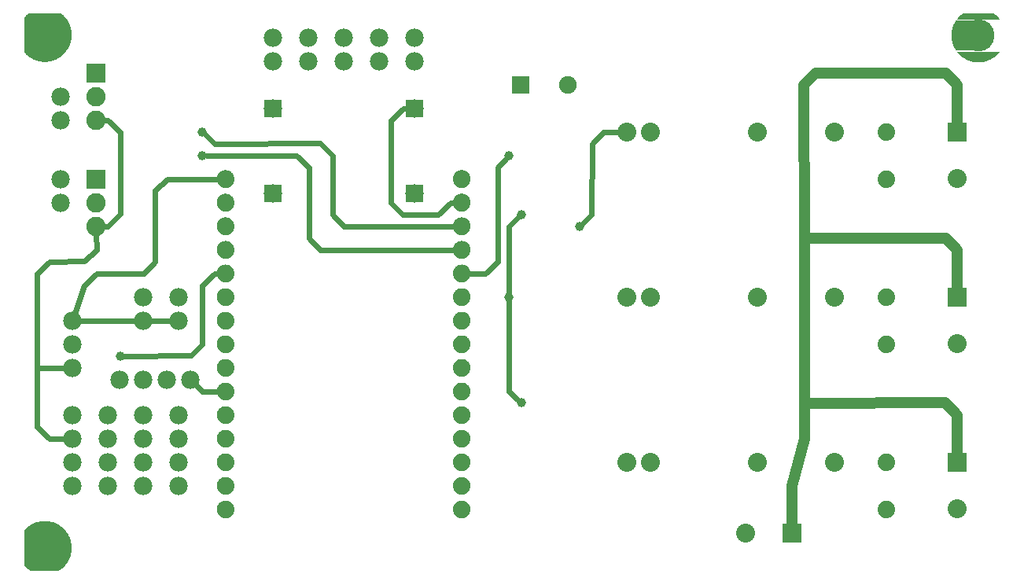
<source format=gbl>
G04 MADE WITH FRITZING*
G04 WWW.FRITZING.ORG*
G04 DOUBLE SIDED*
G04 HOLES PLATED*
G04 CONTOUR ON CENTER OF CONTOUR VECTOR*
%ASAXBY*%
%FSLAX23Y23*%
%MOIN*%
%OFA0B0*%
%SFA1.0B1.0*%
%ADD10C,0.039370*%
%ADD11C,0.074000*%
%ADD12C,0.080000*%
%ADD13C,0.078000*%
%ADD14C,0.135984*%
%ADD15C,0.082000*%
%ADD16C,0.074106*%
%ADD17C,0.075000*%
%ADD18R,0.080000X0.080000*%
%ADD19R,0.077630X0.077806*%
%ADD20R,0.082000X0.082000*%
%ADD21R,0.075000X0.075000*%
%ADD22C,0.024000*%
%ADD23C,0.048000*%
%ADD24R,0.001000X0.001000*%
%LNCOPPER0*%
G90*
G70*
G54D10*
X2054Y1161D03*
X2105Y1510D03*
X2105Y712D03*
X2054Y1761D03*
X2354Y1461D03*
X405Y910D03*
X754Y1761D03*
X754Y1861D03*
G54D11*
X3654Y1661D03*
X3654Y1861D03*
X3654Y961D03*
X3654Y1161D03*
X3654Y261D03*
X3654Y461D03*
G54D12*
X3254Y161D03*
X3057Y161D03*
X3954Y1861D03*
X3954Y1664D03*
X3954Y1161D03*
X3954Y964D03*
X3954Y461D03*
X3954Y264D03*
G54D13*
X504Y1161D03*
X504Y1061D03*
X654Y1161D03*
X654Y1061D03*
X204Y1061D03*
X204Y961D03*
X204Y861D03*
X704Y811D03*
X604Y811D03*
X504Y811D03*
X404Y811D03*
X654Y361D03*
X654Y461D03*
X654Y561D03*
X654Y661D03*
X504Y361D03*
X504Y461D03*
X504Y561D03*
X504Y661D03*
X354Y361D03*
X354Y461D03*
X354Y561D03*
X354Y661D03*
X204Y361D03*
X204Y461D03*
X204Y561D03*
X204Y661D03*
X154Y2011D03*
X154Y1911D03*
X154Y1661D03*
X154Y1561D03*
G54D14*
X4044Y2269D03*
X86Y2271D03*
X86Y96D03*
G54D13*
X1354Y2261D03*
X1354Y2161D03*
X1204Y2261D03*
X1204Y2161D03*
X1654Y2261D03*
X1654Y2161D03*
X1504Y2261D03*
X1504Y2161D03*
X1054Y2261D03*
X1054Y2161D03*
X1054Y1961D03*
X1054Y1601D03*
X1654Y1601D03*
X1654Y1961D03*
G54D15*
X304Y1661D03*
X304Y1561D03*
X304Y1461D03*
X304Y2111D03*
X304Y2011D03*
X304Y1911D03*
G54D12*
X3432Y1861D03*
X3107Y1861D03*
X2654Y1861D03*
X2554Y1861D03*
X3432Y1161D03*
X3107Y1161D03*
X2654Y1161D03*
X2554Y1161D03*
X3432Y461D03*
X3107Y461D03*
X2654Y461D03*
X2554Y461D03*
G54D16*
X852Y1661D03*
X852Y1561D03*
X852Y1461D03*
X852Y1361D03*
X852Y1261D03*
X852Y1160D03*
X852Y1060D03*
X852Y960D03*
X852Y860D03*
X852Y760D03*
X852Y660D03*
X852Y560D03*
X852Y459D03*
X852Y359D03*
X852Y259D03*
X1854Y1661D03*
X1854Y1561D03*
X1854Y1461D03*
X1854Y1361D03*
X1854Y1261D03*
X1854Y1160D03*
X1854Y1060D03*
X1854Y960D03*
X1854Y860D03*
X1854Y760D03*
X1854Y660D03*
X1854Y560D03*
X1854Y459D03*
X1854Y359D03*
X1854Y259D03*
G54D17*
X2104Y2061D03*
X2304Y2061D03*
G54D18*
X3254Y161D03*
X3954Y1861D03*
X3954Y1161D03*
X3954Y461D03*
G54D19*
X1654Y1601D03*
X1654Y1961D03*
X1053Y1961D03*
X1054Y1601D03*
G54D20*
X304Y1661D03*
X304Y2111D03*
G54D21*
X2104Y2061D03*
G54D22*
X105Y561D02*
X174Y561D01*
D02*
X54Y610D02*
X105Y561D01*
D02*
X54Y861D02*
X54Y610D01*
D02*
X174Y861D02*
X54Y861D01*
D02*
X754Y760D02*
X824Y760D01*
D02*
X725Y790D02*
X754Y760D01*
D02*
X2054Y1461D02*
X2054Y1180D01*
D02*
X2091Y1497D02*
X2054Y1461D01*
D02*
X2054Y761D02*
X2054Y1142D01*
D02*
X2091Y725D02*
X2054Y761D01*
D02*
X2005Y1710D02*
X2041Y1747D01*
D02*
X2005Y1310D02*
X2005Y1710D01*
D02*
X1954Y1261D02*
X2005Y1310D01*
D02*
X1883Y1261D02*
X1954Y1261D01*
D02*
X2405Y1810D02*
X2403Y1510D01*
D02*
X2403Y1510D02*
X2367Y1474D01*
D02*
X2454Y1861D02*
X2405Y1810D01*
D02*
X2521Y1861D02*
X2454Y1861D01*
D02*
X254Y1312D02*
X305Y1361D01*
D02*
X105Y1310D02*
X254Y1312D01*
D02*
X305Y1361D02*
X304Y1429D01*
D02*
X54Y1261D02*
X105Y1310D01*
D02*
X54Y861D02*
X54Y1261D01*
D02*
X354Y1910D02*
X405Y1861D01*
D02*
X354Y1461D02*
X336Y1461D01*
D02*
X405Y1512D02*
X354Y1461D01*
D02*
X405Y1861D02*
X405Y1512D01*
D02*
X336Y1910D02*
X354Y1910D01*
D02*
X554Y1310D02*
X554Y1612D01*
D02*
X554Y1612D02*
X605Y1661D01*
D02*
X505Y1261D02*
X554Y1310D01*
D02*
X605Y1661D02*
X824Y1661D01*
D02*
X305Y1261D02*
X505Y1261D01*
D02*
X254Y1210D02*
X305Y1261D01*
D02*
X213Y1090D02*
X254Y1210D01*
D02*
X754Y961D02*
X705Y912D01*
D02*
X754Y1210D02*
X754Y961D01*
D02*
X805Y1261D02*
X754Y1210D01*
D02*
X824Y1261D02*
X805Y1261D01*
D02*
X705Y912D02*
X424Y910D01*
D02*
X1205Y1710D02*
X1154Y1761D01*
D02*
X1254Y1361D02*
X1205Y1410D01*
D02*
X1205Y1410D02*
X1205Y1710D01*
D02*
X1154Y1761D02*
X773Y1761D01*
D02*
X1825Y1361D02*
X1254Y1361D01*
D02*
X1354Y1461D02*
X1825Y1461D01*
D02*
X1305Y1510D02*
X1354Y1461D01*
D02*
X1305Y1761D02*
X1305Y1510D01*
D02*
X1254Y1812D02*
X1305Y1761D01*
D02*
X805Y1810D02*
X1254Y1812D01*
D02*
X767Y1848D02*
X805Y1810D01*
D02*
X1754Y1510D02*
X1805Y1561D01*
D02*
X1805Y1561D02*
X1825Y1561D01*
D02*
X1603Y1510D02*
X1754Y1510D01*
D02*
X1554Y1561D02*
X1603Y1510D01*
D02*
X1554Y1910D02*
X1554Y1561D01*
D02*
X1605Y1961D02*
X1554Y1910D01*
D02*
X1624Y1961D02*
X1605Y1961D01*
D02*
X234Y1061D02*
X474Y1061D01*
D02*
X624Y1061D02*
X534Y1061D01*
G54D23*
D02*
X3303Y2061D02*
X3354Y2110D01*
D02*
X3954Y2061D02*
X3954Y1861D01*
D02*
X3305Y1410D02*
X3303Y2061D01*
D02*
X3305Y710D02*
X3305Y1410D01*
D02*
X3354Y2110D02*
X3905Y2110D01*
D02*
X3905Y2110D02*
X3954Y2061D01*
D02*
X3305Y561D02*
X3305Y710D01*
D02*
X3254Y361D02*
X3305Y561D01*
D02*
X3254Y203D02*
X3254Y361D01*
D02*
X3905Y1410D02*
X3954Y1361D01*
D02*
X3954Y1361D02*
X3954Y1203D01*
D02*
X3305Y1410D02*
X3905Y1410D01*
D02*
X3954Y661D02*
X3954Y503D01*
D02*
X3903Y712D02*
X3954Y661D01*
D02*
X3305Y710D02*
X3903Y712D01*
G54D24*
X17Y2362D02*
X154Y2362D01*
X3977Y2362D02*
X4108Y2362D01*
X16Y2361D02*
X156Y2361D01*
X3976Y2361D02*
X4109Y2361D01*
X15Y2360D02*
X157Y2360D01*
X3975Y2360D02*
X4110Y2360D01*
X13Y2359D02*
X158Y2359D01*
X3973Y2359D02*
X4112Y2359D01*
X12Y2358D02*
X160Y2358D01*
X3972Y2358D02*
X4113Y2358D01*
X11Y2357D02*
X161Y2357D01*
X3971Y2357D02*
X4114Y2357D01*
X10Y2356D02*
X162Y2356D01*
X3969Y2356D02*
X4116Y2356D01*
X9Y2355D02*
X163Y2355D01*
X3968Y2355D02*
X4117Y2355D01*
X8Y2354D02*
X164Y2354D01*
X3967Y2354D02*
X4118Y2354D01*
X7Y2353D02*
X165Y2353D01*
X3966Y2353D02*
X4119Y2353D01*
X6Y2352D02*
X166Y2352D01*
X3965Y2352D02*
X4120Y2352D01*
X5Y2351D02*
X167Y2351D01*
X3964Y2351D02*
X4121Y2351D01*
X4Y2350D02*
X168Y2350D01*
X3963Y2350D02*
X4122Y2350D01*
X3Y2349D02*
X169Y2349D01*
X3962Y2349D02*
X4123Y2349D01*
X2Y2348D02*
X170Y2348D01*
X3961Y2348D02*
X4124Y2348D01*
X1Y2347D02*
X171Y2347D01*
X3960Y2347D02*
X4125Y2347D01*
X0Y2346D02*
X172Y2346D01*
X3959Y2346D02*
X4126Y2346D01*
X0Y2345D02*
X172Y2345D01*
X3958Y2345D02*
X4127Y2345D01*
X0Y2344D02*
X173Y2344D01*
X3957Y2344D02*
X4128Y2344D01*
X0Y2343D02*
X174Y2343D01*
X3956Y2343D02*
X4129Y2343D01*
X0Y2342D02*
X175Y2342D01*
X3955Y2342D02*
X4130Y2342D01*
X0Y2341D02*
X176Y2341D01*
X3955Y2341D02*
X4130Y2341D01*
X0Y2340D02*
X176Y2340D01*
X3954Y2340D02*
X4131Y2340D01*
X0Y2339D02*
X177Y2339D01*
X3953Y2339D02*
X4132Y2339D01*
X0Y2338D02*
X178Y2338D01*
X3952Y2338D02*
X4133Y2338D01*
X0Y2337D02*
X179Y2337D01*
X3952Y2337D02*
X4133Y2337D01*
X0Y2336D02*
X179Y2336D01*
X0Y2335D02*
X180Y2335D01*
X0Y2334D02*
X78Y2334D01*
X94Y2334D02*
X181Y2334D01*
X0Y2333D02*
X72Y2333D01*
X100Y2333D02*
X181Y2333D01*
X0Y2332D02*
X68Y2332D01*
X104Y2332D02*
X182Y2332D01*
X0Y2331D02*
X65Y2331D01*
X107Y2331D02*
X182Y2331D01*
X3947Y2331D02*
X4031Y2331D01*
X0Y2330D02*
X62Y2330D01*
X109Y2330D02*
X183Y2330D01*
X3947Y2330D02*
X4027Y2330D01*
X0Y2329D02*
X60Y2329D01*
X112Y2329D02*
X184Y2329D01*
X3946Y2329D02*
X4023Y2329D01*
X0Y2328D02*
X58Y2328D01*
X114Y2328D02*
X184Y2328D01*
X3946Y2328D02*
X4020Y2328D01*
X0Y2327D02*
X56Y2327D01*
X116Y2327D02*
X185Y2327D01*
X3945Y2327D02*
X4018Y2327D01*
X0Y2326D02*
X54Y2326D01*
X118Y2326D02*
X185Y2326D01*
X3944Y2326D02*
X4016Y2326D01*
X0Y2325D02*
X52Y2325D01*
X119Y2325D02*
X186Y2325D01*
X3944Y2325D02*
X4013Y2325D01*
X0Y2324D02*
X51Y2324D01*
X121Y2324D02*
X187Y2324D01*
X3943Y2324D02*
X4011Y2324D01*
X0Y2323D02*
X49Y2323D01*
X123Y2323D02*
X187Y2323D01*
X3943Y2323D02*
X4010Y2323D01*
X0Y2322D02*
X48Y2322D01*
X124Y2322D02*
X188Y2322D01*
X3942Y2322D02*
X4008Y2322D01*
X0Y2321D02*
X47Y2321D01*
X125Y2321D02*
X188Y2321D01*
X3942Y2321D02*
X4006Y2321D01*
X0Y2320D02*
X45Y2320D01*
X126Y2320D02*
X189Y2320D01*
X3941Y2320D02*
X4005Y2320D01*
X0Y2319D02*
X44Y2319D01*
X128Y2319D02*
X189Y2319D01*
X3940Y2319D02*
X4004Y2319D01*
X0Y2318D02*
X43Y2318D01*
X129Y2318D02*
X190Y2318D01*
X3940Y2318D02*
X4003Y2318D01*
X0Y2317D02*
X42Y2317D01*
X130Y2317D02*
X190Y2317D01*
X3940Y2317D02*
X4001Y2317D01*
X0Y2316D02*
X41Y2316D01*
X131Y2316D02*
X190Y2316D01*
X3939Y2316D02*
X4000Y2316D01*
X0Y2315D02*
X40Y2315D01*
X132Y2315D02*
X191Y2315D01*
X3939Y2315D02*
X3999Y2315D01*
X0Y2314D02*
X39Y2314D01*
X133Y2314D02*
X191Y2314D01*
X3938Y2314D02*
X3998Y2314D01*
X0Y2313D02*
X38Y2313D01*
X134Y2313D02*
X192Y2313D01*
X3938Y2313D02*
X3997Y2313D01*
X0Y2312D02*
X37Y2312D01*
X134Y2312D02*
X192Y2312D01*
X3937Y2312D02*
X3996Y2312D01*
X0Y2311D02*
X36Y2311D01*
X135Y2311D02*
X192Y2311D01*
X3937Y2311D02*
X3995Y2311D01*
X0Y2310D02*
X36Y2310D01*
X136Y2310D02*
X193Y2310D01*
X3937Y2310D02*
X3994Y2310D01*
X0Y2309D02*
X35Y2309D01*
X137Y2309D02*
X193Y2309D01*
X3936Y2309D02*
X3993Y2309D01*
X0Y2308D02*
X34Y2308D01*
X138Y2308D02*
X193Y2308D01*
X3936Y2308D02*
X3993Y2308D01*
X0Y2307D02*
X33Y2307D01*
X138Y2307D02*
X194Y2307D01*
X3935Y2307D02*
X3992Y2307D01*
X0Y2306D02*
X33Y2306D01*
X139Y2306D02*
X194Y2306D01*
X3935Y2306D02*
X3991Y2306D01*
X0Y2305D02*
X32Y2305D01*
X140Y2305D02*
X194Y2305D01*
X3935Y2305D02*
X3990Y2305D01*
X0Y2304D02*
X31Y2304D01*
X140Y2304D02*
X195Y2304D01*
X3934Y2304D02*
X3990Y2304D01*
X0Y2303D02*
X31Y2303D01*
X141Y2303D02*
X195Y2303D01*
X3934Y2303D02*
X3989Y2303D01*
X0Y2302D02*
X30Y2302D01*
X141Y2302D02*
X195Y2302D01*
X3934Y2302D02*
X3988Y2302D01*
X0Y2301D02*
X30Y2301D01*
X142Y2301D02*
X195Y2301D01*
X3934Y2301D02*
X3988Y2301D01*
X0Y2300D02*
X29Y2300D01*
X142Y2300D02*
X196Y2300D01*
X3933Y2300D02*
X3987Y2300D01*
X0Y2299D02*
X29Y2299D01*
X143Y2299D02*
X196Y2299D01*
X3933Y2299D02*
X3987Y2299D01*
X0Y2298D02*
X28Y2298D01*
X143Y2298D02*
X196Y2298D01*
X3933Y2298D02*
X3986Y2298D01*
X0Y2297D02*
X28Y2297D01*
X144Y2297D02*
X196Y2297D01*
X3932Y2297D02*
X3986Y2297D01*
X0Y2296D02*
X27Y2296D01*
X144Y2296D02*
X197Y2296D01*
X3932Y2296D02*
X3985Y2296D01*
X0Y2295D02*
X27Y2295D01*
X145Y2295D02*
X197Y2295D01*
X3932Y2295D02*
X3985Y2295D01*
X0Y2294D02*
X27Y2294D01*
X145Y2294D02*
X197Y2294D01*
X3932Y2294D02*
X3984Y2294D01*
X0Y2293D02*
X26Y2293D01*
X145Y2293D02*
X197Y2293D01*
X3932Y2293D02*
X3984Y2293D01*
X0Y2292D02*
X26Y2292D01*
X146Y2292D02*
X197Y2292D01*
X3931Y2292D02*
X3983Y2292D01*
X0Y2291D02*
X25Y2291D01*
X146Y2291D02*
X198Y2291D01*
X3931Y2291D02*
X3983Y2291D01*
X0Y2290D02*
X25Y2290D01*
X147Y2290D02*
X198Y2290D01*
X3931Y2290D02*
X3983Y2290D01*
X0Y2289D02*
X25Y2289D01*
X147Y2289D02*
X198Y2289D01*
X3931Y2289D02*
X3982Y2289D01*
X0Y2288D02*
X25Y2288D01*
X147Y2288D02*
X198Y2288D01*
X3931Y2288D02*
X3982Y2288D01*
X0Y2287D02*
X24Y2287D01*
X147Y2287D02*
X198Y2287D01*
X3930Y2287D02*
X3982Y2287D01*
X0Y2286D02*
X24Y2286D01*
X148Y2286D02*
X198Y2286D01*
X3930Y2286D02*
X3981Y2286D01*
X0Y2285D02*
X24Y2285D01*
X148Y2285D02*
X199Y2285D01*
X3930Y2285D02*
X3981Y2285D01*
X0Y2284D02*
X24Y2284D01*
X148Y2284D02*
X199Y2284D01*
X3930Y2284D02*
X3981Y2284D01*
X0Y2283D02*
X23Y2283D01*
X148Y2283D02*
X199Y2283D01*
X3930Y2283D02*
X3981Y2283D01*
X0Y2282D02*
X23Y2282D01*
X148Y2282D02*
X199Y2282D01*
X3930Y2282D02*
X3980Y2282D01*
X0Y2281D02*
X23Y2281D01*
X149Y2281D02*
X199Y2281D01*
X3930Y2281D02*
X3980Y2281D01*
X0Y2280D02*
X23Y2280D01*
X149Y2280D02*
X199Y2280D01*
X3929Y2280D02*
X3980Y2280D01*
X0Y2279D02*
X23Y2279D01*
X149Y2279D02*
X199Y2279D01*
X3929Y2279D02*
X3980Y2279D01*
X0Y2278D02*
X23Y2278D01*
X149Y2278D02*
X199Y2278D01*
X3929Y2278D02*
X3980Y2278D01*
X0Y2277D02*
X23Y2277D01*
X149Y2277D02*
X199Y2277D01*
X3929Y2277D02*
X3980Y2277D01*
X0Y2276D02*
X23Y2276D01*
X149Y2276D02*
X199Y2276D01*
X3929Y2276D02*
X3979Y2276D01*
X0Y2275D02*
X23Y2275D01*
X149Y2275D02*
X199Y2275D01*
X3929Y2275D02*
X3979Y2275D01*
X0Y2274D02*
X22Y2274D01*
X149Y2274D02*
X199Y2274D01*
X3929Y2274D02*
X3979Y2274D01*
X0Y2273D02*
X22Y2273D01*
X149Y2273D02*
X199Y2273D01*
X3929Y2273D02*
X3979Y2273D01*
X0Y2272D02*
X22Y2272D01*
X149Y2272D02*
X199Y2272D01*
X3929Y2272D02*
X3979Y2272D01*
X0Y2271D02*
X22Y2271D01*
X149Y2271D02*
X199Y2271D01*
X3929Y2271D02*
X3979Y2271D01*
X0Y2270D02*
X22Y2270D01*
X149Y2270D02*
X199Y2270D01*
X3929Y2270D02*
X3979Y2270D01*
X0Y2269D02*
X22Y2269D01*
X149Y2269D02*
X199Y2269D01*
X3929Y2269D02*
X3979Y2269D01*
X0Y2268D02*
X23Y2268D01*
X149Y2268D02*
X199Y2268D01*
X3929Y2268D02*
X3979Y2268D01*
X0Y2267D02*
X23Y2267D01*
X149Y2267D02*
X199Y2267D01*
X3929Y2267D02*
X3979Y2267D01*
X0Y2266D02*
X23Y2266D01*
X149Y2266D02*
X199Y2266D01*
X3929Y2266D02*
X3979Y2266D01*
X0Y2265D02*
X23Y2265D01*
X149Y2265D02*
X199Y2265D01*
X3929Y2265D02*
X3979Y2265D01*
X0Y2264D02*
X23Y2264D01*
X149Y2264D02*
X199Y2264D01*
X3929Y2264D02*
X3979Y2264D01*
X0Y2263D02*
X23Y2263D01*
X149Y2263D02*
X199Y2263D01*
X3929Y2263D02*
X3979Y2263D01*
X0Y2262D02*
X23Y2262D01*
X149Y2262D02*
X199Y2262D01*
X3929Y2262D02*
X3979Y2262D01*
X0Y2261D02*
X23Y2261D01*
X149Y2261D02*
X199Y2261D01*
X3929Y2261D02*
X3979Y2261D01*
X0Y2260D02*
X23Y2260D01*
X148Y2260D02*
X199Y2260D01*
X3929Y2260D02*
X3980Y2260D01*
X0Y2259D02*
X23Y2259D01*
X148Y2259D02*
X199Y2259D01*
X3929Y2259D02*
X3980Y2259D01*
X0Y2258D02*
X24Y2258D01*
X148Y2258D02*
X199Y2258D01*
X3929Y2258D02*
X3980Y2258D01*
X0Y2257D02*
X24Y2257D01*
X148Y2257D02*
X198Y2257D01*
X3930Y2257D02*
X3980Y2257D01*
X0Y2256D02*
X24Y2256D01*
X147Y2256D02*
X198Y2256D01*
X3930Y2256D02*
X3980Y2256D01*
X0Y2255D02*
X24Y2255D01*
X147Y2255D02*
X198Y2255D01*
X3930Y2255D02*
X3980Y2255D01*
X0Y2254D02*
X25Y2254D01*
X147Y2254D02*
X198Y2254D01*
X3930Y2254D02*
X3981Y2254D01*
X0Y2253D02*
X25Y2253D01*
X147Y2253D02*
X198Y2253D01*
X3930Y2253D02*
X3981Y2253D01*
X0Y2252D02*
X25Y2252D01*
X146Y2252D02*
X198Y2252D01*
X3930Y2252D02*
X3981Y2252D01*
X0Y2251D02*
X26Y2251D01*
X146Y2251D02*
X198Y2251D01*
X3930Y2251D02*
X3982Y2251D01*
X0Y2250D02*
X26Y2250D01*
X146Y2250D02*
X197Y2250D01*
X3931Y2250D02*
X3982Y2250D01*
X0Y2249D02*
X26Y2249D01*
X145Y2249D02*
X197Y2249D01*
X3931Y2249D02*
X3982Y2249D01*
X0Y2248D02*
X27Y2248D01*
X145Y2248D02*
X197Y2248D01*
X3931Y2248D02*
X3983Y2248D01*
X0Y2247D02*
X27Y2247D01*
X144Y2247D02*
X197Y2247D01*
X3931Y2247D02*
X3983Y2247D01*
X0Y2246D02*
X28Y2246D01*
X144Y2246D02*
X196Y2246D01*
X3931Y2246D02*
X3983Y2246D01*
X0Y2245D02*
X28Y2245D01*
X144Y2245D02*
X196Y2245D01*
X3932Y2245D02*
X3984Y2245D01*
X0Y2244D02*
X29Y2244D01*
X143Y2244D02*
X196Y2244D01*
X3932Y2244D02*
X3984Y2244D01*
X0Y2243D02*
X29Y2243D01*
X143Y2243D02*
X196Y2243D01*
X3932Y2243D02*
X3985Y2243D01*
X0Y2242D02*
X30Y2242D01*
X142Y2242D02*
X196Y2242D01*
X3932Y2242D02*
X3985Y2242D01*
X0Y2241D02*
X30Y2241D01*
X142Y2241D02*
X195Y2241D01*
X3932Y2241D02*
X3986Y2241D01*
X0Y2240D02*
X31Y2240D01*
X141Y2240D02*
X195Y2240D01*
X3933Y2240D02*
X3986Y2240D01*
X0Y2239D02*
X31Y2239D01*
X140Y2239D02*
X195Y2239D01*
X3933Y2239D02*
X3987Y2239D01*
X0Y2238D02*
X32Y2238D01*
X140Y2238D02*
X194Y2238D01*
X3933Y2238D02*
X3987Y2238D01*
X0Y2237D02*
X32Y2237D01*
X139Y2237D02*
X194Y2237D01*
X3934Y2237D02*
X3988Y2237D01*
X0Y2236D02*
X33Y2236D01*
X139Y2236D02*
X194Y2236D01*
X3934Y2236D02*
X3988Y2236D01*
X0Y2235D02*
X34Y2235D01*
X138Y2235D02*
X193Y2235D01*
X3934Y2235D02*
X3989Y2235D01*
X0Y2234D02*
X35Y2234D01*
X137Y2234D02*
X193Y2234D01*
X3934Y2234D02*
X3989Y2234D01*
X0Y2233D02*
X35Y2233D01*
X136Y2233D02*
X193Y2233D01*
X3935Y2233D02*
X3990Y2233D01*
X0Y2232D02*
X36Y2232D01*
X136Y2232D02*
X192Y2232D01*
X3935Y2232D02*
X3991Y2232D01*
X0Y2231D02*
X37Y2231D01*
X135Y2231D02*
X192Y2231D01*
X3935Y2231D02*
X3992Y2231D01*
X0Y2230D02*
X38Y2230D01*
X134Y2230D02*
X192Y2230D01*
X3936Y2230D02*
X3992Y2230D01*
X0Y2229D02*
X39Y2229D01*
X133Y2229D02*
X191Y2229D01*
X3936Y2229D02*
X3993Y2229D01*
X0Y2228D02*
X40Y2228D01*
X132Y2228D02*
X191Y2228D01*
X3936Y2228D02*
X3994Y2228D01*
X0Y2227D02*
X41Y2227D01*
X131Y2227D02*
X191Y2227D01*
X3937Y2227D02*
X3995Y2227D01*
X0Y2226D02*
X42Y2226D01*
X130Y2226D02*
X190Y2226D01*
X3937Y2226D02*
X3996Y2226D01*
X0Y2225D02*
X43Y2225D01*
X129Y2225D02*
X190Y2225D01*
X3938Y2225D02*
X3997Y2225D01*
X0Y2224D02*
X44Y2224D01*
X128Y2224D02*
X189Y2224D01*
X3938Y2224D02*
X3998Y2224D01*
X0Y2223D02*
X45Y2223D01*
X127Y2223D02*
X189Y2223D01*
X3939Y2223D02*
X3999Y2223D01*
X0Y2222D02*
X46Y2222D01*
X125Y2222D02*
X188Y2222D01*
X3939Y2222D02*
X4000Y2222D01*
X0Y2221D02*
X48Y2221D01*
X124Y2221D02*
X188Y2221D01*
X3939Y2221D02*
X4001Y2221D01*
X0Y2220D02*
X49Y2220D01*
X123Y2220D02*
X187Y2220D01*
X3940Y2220D02*
X4002Y2220D01*
X0Y2219D02*
X50Y2219D01*
X122Y2219D02*
X187Y2219D01*
X3940Y2219D02*
X4004Y2219D01*
X0Y2218D02*
X52Y2218D01*
X120Y2218D02*
X186Y2218D01*
X3941Y2218D02*
X4005Y2218D01*
X0Y2217D02*
X53Y2217D01*
X118Y2217D02*
X186Y2217D01*
X3941Y2217D02*
X4006Y2217D01*
X0Y2216D02*
X55Y2216D01*
X116Y2216D02*
X185Y2216D01*
X3942Y2216D02*
X4008Y2216D01*
X0Y2215D02*
X57Y2215D01*
X114Y2215D02*
X184Y2215D01*
X3942Y2215D02*
X4009Y2215D01*
X0Y2214D02*
X59Y2214D01*
X112Y2214D02*
X184Y2214D01*
X3943Y2214D02*
X4011Y2214D01*
X0Y2213D02*
X62Y2213D01*
X110Y2213D02*
X183Y2213D01*
X3944Y2213D02*
X4013Y2213D01*
X0Y2212D02*
X64Y2212D01*
X107Y2212D02*
X183Y2212D01*
X3944Y2212D02*
X4015Y2212D01*
X0Y2211D02*
X67Y2211D01*
X105Y2211D02*
X182Y2211D01*
X3945Y2211D02*
X4017Y2211D01*
X0Y2210D02*
X71Y2210D01*
X101Y2210D02*
X181Y2210D01*
X3945Y2210D02*
X4020Y2210D01*
X0Y2209D02*
X76Y2209D01*
X95Y2209D02*
X181Y2209D01*
X3946Y2209D02*
X4022Y2209D01*
X0Y2208D02*
X180Y2208D01*
X3947Y2208D02*
X4026Y2208D01*
X0Y2207D02*
X179Y2207D01*
X3947Y2207D02*
X4030Y2207D01*
X0Y2206D02*
X179Y2206D01*
X3948Y2206D02*
X4039Y2206D01*
X0Y2205D02*
X178Y2205D01*
X0Y2204D02*
X177Y2204D01*
X0Y2203D02*
X176Y2203D01*
X0Y2202D02*
X176Y2202D01*
X0Y2201D02*
X175Y2201D01*
X0Y2200D02*
X174Y2200D01*
X3952Y2200D02*
X4133Y2200D01*
X0Y2199D02*
X174Y2199D01*
X3953Y2199D02*
X4132Y2199D01*
X0Y2198D02*
X173Y2198D01*
X3954Y2198D02*
X4131Y2198D01*
X0Y2197D02*
X172Y2197D01*
X3954Y2197D02*
X4131Y2197D01*
X1Y2196D02*
X171Y2196D01*
X3955Y2196D02*
X4130Y2196D01*
X2Y2195D02*
X170Y2195D01*
X3956Y2195D02*
X4129Y2195D01*
X2Y2194D02*
X169Y2194D01*
X3957Y2194D02*
X4128Y2194D01*
X3Y2193D02*
X168Y2193D01*
X3958Y2193D02*
X4127Y2193D01*
X4Y2192D02*
X167Y2192D01*
X3959Y2192D02*
X4126Y2192D01*
X5Y2191D02*
X166Y2191D01*
X3960Y2191D02*
X4125Y2191D01*
X6Y2190D02*
X165Y2190D01*
X3961Y2190D02*
X4124Y2190D01*
X7Y2189D02*
X164Y2189D01*
X3962Y2189D02*
X4124Y2189D01*
X8Y2188D02*
X163Y2188D01*
X3962Y2188D02*
X4123Y2188D01*
X9Y2187D02*
X162Y2187D01*
X3964Y2187D02*
X4122Y2187D01*
X11Y2186D02*
X161Y2186D01*
X3965Y2186D02*
X4120Y2186D01*
X12Y2185D02*
X160Y2185D01*
X3966Y2185D02*
X4119Y2185D01*
X13Y2184D02*
X159Y2184D01*
X3967Y2184D02*
X4118Y2184D01*
X14Y2183D02*
X157Y2183D01*
X3968Y2183D02*
X4117Y2183D01*
X16Y2182D02*
X156Y2182D01*
X3969Y2182D02*
X4116Y2182D01*
X17Y2181D02*
X155Y2181D01*
X3970Y2181D02*
X4115Y2181D01*
X18Y2180D02*
X153Y2180D01*
X3972Y2180D02*
X4113Y2180D01*
X20Y2179D02*
X152Y2179D01*
X3973Y2179D02*
X4112Y2179D01*
X21Y2178D02*
X151Y2178D01*
X3974Y2178D02*
X4111Y2178D01*
X22Y2177D02*
X149Y2177D01*
X3976Y2177D02*
X4109Y2177D01*
X24Y2176D02*
X148Y2176D01*
X3977Y2176D02*
X4108Y2176D01*
X26Y2175D02*
X146Y2175D01*
X3978Y2175D02*
X4107Y2175D01*
X27Y2174D02*
X145Y2174D01*
X3980Y2174D02*
X4105Y2174D01*
X29Y2173D02*
X143Y2173D01*
X3981Y2173D02*
X4104Y2173D01*
X30Y2172D02*
X141Y2172D01*
X3983Y2172D02*
X4102Y2172D01*
X32Y2171D02*
X140Y2171D01*
X3985Y2171D02*
X4100Y2171D01*
X34Y2170D02*
X138Y2170D01*
X3986Y2170D02*
X4099Y2170D01*
X36Y2169D02*
X136Y2169D01*
X3988Y2169D02*
X4097Y2169D01*
X38Y2168D02*
X134Y2168D01*
X3990Y2168D02*
X4095Y2168D01*
X40Y2167D02*
X132Y2167D01*
X3992Y2167D02*
X4093Y2167D01*
X42Y2166D02*
X129Y2166D01*
X3994Y2166D02*
X4091Y2166D01*
X45Y2165D02*
X127Y2165D01*
X3996Y2165D02*
X4089Y2165D01*
X48Y2164D02*
X124Y2164D01*
X3998Y2164D02*
X4087Y2164D01*
X51Y2163D02*
X121Y2163D01*
X4000Y2163D02*
X4085Y2163D01*
X54Y2162D02*
X118Y2162D01*
X4003Y2162D02*
X4082Y2162D01*
X58Y2161D02*
X114Y2161D01*
X4006Y2161D02*
X4079Y2161D01*
X62Y2160D02*
X110Y2160D01*
X4009Y2160D02*
X4076Y2160D01*
X67Y2159D02*
X105Y2159D01*
X4012Y2159D02*
X4073Y2159D01*
X74Y2158D02*
X98Y2158D01*
X4016Y2158D02*
X4069Y2158D01*
X4021Y2157D02*
X4064Y2157D01*
X4027Y2156D02*
X4058Y2156D01*
X4036Y2155D02*
X4049Y2155D01*
X846Y1698D02*
X857Y1698D01*
X1847Y1698D02*
X1859Y1698D01*
X842Y1697D02*
X862Y1697D01*
X1843Y1697D02*
X1863Y1697D01*
X839Y1696D02*
X864Y1696D01*
X1840Y1696D02*
X1866Y1696D01*
X837Y1695D02*
X867Y1695D01*
X1838Y1695D02*
X1868Y1695D01*
X835Y1694D02*
X869Y1694D01*
X1836Y1694D02*
X1870Y1694D01*
X833Y1693D02*
X871Y1693D01*
X1834Y1693D02*
X1872Y1693D01*
X831Y1692D02*
X872Y1692D01*
X1833Y1692D02*
X1873Y1692D01*
X830Y1691D02*
X874Y1691D01*
X1831Y1691D02*
X1875Y1691D01*
X829Y1690D02*
X875Y1690D01*
X1830Y1690D02*
X1876Y1690D01*
X827Y1689D02*
X876Y1689D01*
X1829Y1689D02*
X1877Y1689D01*
X826Y1688D02*
X877Y1688D01*
X1828Y1688D02*
X1878Y1688D01*
X825Y1687D02*
X878Y1687D01*
X1827Y1687D02*
X1879Y1687D01*
X824Y1686D02*
X879Y1686D01*
X1826Y1686D02*
X1880Y1686D01*
X824Y1685D02*
X880Y1685D01*
X1825Y1685D02*
X1881Y1685D01*
X823Y1684D02*
X881Y1684D01*
X1824Y1684D02*
X1882Y1684D01*
X822Y1683D02*
X881Y1683D01*
X1823Y1683D02*
X1883Y1683D01*
X821Y1682D02*
X882Y1682D01*
X1823Y1682D02*
X1883Y1682D01*
X821Y1681D02*
X883Y1681D01*
X1822Y1681D02*
X1884Y1681D01*
X820Y1680D02*
X883Y1680D01*
X1822Y1680D02*
X1884Y1680D01*
X820Y1679D02*
X850Y1679D01*
X853Y1679D02*
X884Y1679D01*
X1821Y1679D02*
X1851Y1679D01*
X1855Y1679D02*
X1885Y1679D01*
X819Y1678D02*
X845Y1678D01*
X859Y1678D02*
X884Y1678D01*
X1821Y1678D02*
X1846Y1678D01*
X1860Y1678D02*
X1885Y1678D01*
X819Y1677D02*
X843Y1677D01*
X861Y1677D02*
X885Y1677D01*
X1820Y1677D02*
X1844Y1677D01*
X1862Y1677D02*
X1886Y1677D01*
X818Y1676D02*
X841Y1676D01*
X862Y1676D02*
X885Y1676D01*
X1820Y1676D02*
X1842Y1676D01*
X1864Y1676D02*
X1886Y1676D01*
X818Y1675D02*
X840Y1675D01*
X863Y1675D02*
X886Y1675D01*
X1819Y1675D02*
X1841Y1675D01*
X1865Y1675D02*
X1887Y1675D01*
X818Y1674D02*
X839Y1674D01*
X865Y1674D02*
X886Y1674D01*
X1819Y1674D02*
X1840Y1674D01*
X1866Y1674D02*
X1887Y1674D01*
X817Y1673D02*
X838Y1673D01*
X865Y1673D02*
X886Y1673D01*
X1818Y1673D02*
X1839Y1673D01*
X1867Y1673D02*
X1888Y1673D01*
X817Y1672D02*
X837Y1672D01*
X866Y1672D02*
X887Y1672D01*
X1818Y1672D02*
X1838Y1672D01*
X1868Y1672D02*
X1888Y1672D01*
X817Y1671D02*
X836Y1671D01*
X867Y1671D02*
X887Y1671D01*
X1818Y1671D02*
X1838Y1671D01*
X1868Y1671D02*
X1888Y1671D01*
X816Y1670D02*
X836Y1670D01*
X868Y1670D02*
X887Y1670D01*
X1818Y1670D02*
X1837Y1670D01*
X1869Y1670D02*
X1888Y1670D01*
X816Y1669D02*
X835Y1669D01*
X868Y1669D02*
X887Y1669D01*
X1817Y1669D02*
X1836Y1669D01*
X1869Y1669D02*
X1889Y1669D01*
X816Y1668D02*
X835Y1668D01*
X869Y1668D02*
X888Y1668D01*
X1817Y1668D02*
X1836Y1668D01*
X1870Y1668D02*
X1889Y1668D01*
X816Y1667D02*
X834Y1667D01*
X869Y1667D02*
X888Y1667D01*
X1817Y1667D02*
X1836Y1667D01*
X1870Y1667D02*
X1889Y1667D01*
X816Y1666D02*
X834Y1666D01*
X869Y1666D02*
X888Y1666D01*
X1817Y1666D02*
X1835Y1666D01*
X1871Y1666D02*
X1889Y1666D01*
X815Y1665D02*
X834Y1665D01*
X869Y1665D02*
X888Y1665D01*
X1817Y1665D02*
X1835Y1665D01*
X1871Y1665D02*
X1889Y1665D01*
X815Y1664D02*
X834Y1664D01*
X870Y1664D02*
X888Y1664D01*
X1817Y1664D02*
X1835Y1664D01*
X1871Y1664D02*
X1889Y1664D01*
X815Y1663D02*
X834Y1663D01*
X870Y1663D02*
X888Y1663D01*
X1817Y1663D02*
X1835Y1663D01*
X1871Y1663D02*
X1889Y1663D01*
X815Y1662D02*
X834Y1662D01*
X870Y1662D02*
X888Y1662D01*
X1816Y1662D02*
X1835Y1662D01*
X1871Y1662D02*
X1890Y1662D01*
X815Y1661D02*
X834Y1661D01*
X870Y1661D02*
X888Y1661D01*
X1816Y1661D02*
X1835Y1661D01*
X1871Y1661D02*
X1889Y1661D01*
X815Y1660D02*
X834Y1660D01*
X870Y1660D02*
X888Y1660D01*
X1817Y1660D02*
X1835Y1660D01*
X1871Y1660D02*
X1889Y1660D01*
X815Y1659D02*
X834Y1659D01*
X870Y1659D02*
X888Y1659D01*
X1817Y1659D02*
X1835Y1659D01*
X1871Y1659D02*
X1889Y1659D01*
X815Y1658D02*
X834Y1658D01*
X869Y1658D02*
X888Y1658D01*
X1817Y1658D02*
X1835Y1658D01*
X1871Y1658D02*
X1889Y1658D01*
X816Y1657D02*
X834Y1657D01*
X869Y1657D02*
X888Y1657D01*
X1817Y1657D02*
X1835Y1657D01*
X1870Y1657D02*
X1889Y1657D01*
X816Y1656D02*
X835Y1656D01*
X869Y1656D02*
X888Y1656D01*
X1817Y1656D02*
X1836Y1656D01*
X1870Y1656D02*
X1889Y1656D01*
X816Y1655D02*
X835Y1655D01*
X869Y1655D02*
X888Y1655D01*
X1817Y1655D02*
X1836Y1655D01*
X1870Y1655D02*
X1889Y1655D01*
X816Y1654D02*
X835Y1654D01*
X868Y1654D02*
X887Y1654D01*
X1817Y1654D02*
X1837Y1654D01*
X1869Y1654D02*
X1889Y1654D01*
X816Y1653D02*
X836Y1653D01*
X868Y1653D02*
X887Y1653D01*
X1818Y1653D02*
X1837Y1653D01*
X1869Y1653D02*
X1888Y1653D01*
X817Y1652D02*
X836Y1652D01*
X867Y1652D02*
X887Y1652D01*
X1818Y1652D02*
X1838Y1652D01*
X1868Y1652D02*
X1888Y1652D01*
X817Y1651D02*
X837Y1651D01*
X866Y1651D02*
X887Y1651D01*
X1818Y1651D02*
X1839Y1651D01*
X1867Y1651D02*
X1888Y1651D01*
X817Y1650D02*
X838Y1650D01*
X865Y1650D02*
X886Y1650D01*
X1818Y1650D02*
X1839Y1650D01*
X1867Y1650D02*
X1887Y1650D01*
X818Y1649D02*
X839Y1649D01*
X864Y1649D02*
X886Y1649D01*
X1819Y1649D02*
X1840Y1649D01*
X1866Y1649D02*
X1887Y1649D01*
X818Y1648D02*
X840Y1648D01*
X863Y1648D02*
X885Y1648D01*
X1819Y1648D02*
X1841Y1648D01*
X1865Y1648D02*
X1887Y1648D01*
X818Y1647D02*
X841Y1647D01*
X862Y1647D02*
X885Y1647D01*
X1820Y1647D02*
X1843Y1647D01*
X1863Y1647D02*
X1886Y1647D01*
X819Y1646D02*
X843Y1646D01*
X860Y1646D02*
X885Y1646D01*
X1820Y1646D02*
X1844Y1646D01*
X1862Y1646D02*
X1886Y1646D01*
X819Y1645D02*
X845Y1645D01*
X858Y1645D02*
X884Y1645D01*
X1821Y1645D02*
X1846Y1645D01*
X1860Y1645D02*
X1885Y1645D01*
X820Y1644D02*
X884Y1644D01*
X1821Y1644D02*
X1885Y1644D01*
X820Y1643D02*
X883Y1643D01*
X1822Y1643D02*
X1884Y1643D01*
X821Y1642D02*
X882Y1642D01*
X1822Y1642D02*
X1884Y1642D01*
X822Y1641D02*
X882Y1641D01*
X1823Y1641D02*
X1883Y1641D01*
X822Y1640D02*
X881Y1640D01*
X1823Y1640D02*
X1882Y1640D01*
X823Y1639D02*
X880Y1639D01*
X1824Y1639D02*
X1882Y1639D01*
X824Y1638D02*
X880Y1638D01*
X1825Y1638D02*
X1881Y1638D01*
X825Y1637D02*
X879Y1637D01*
X1826Y1637D02*
X1880Y1637D01*
X825Y1636D02*
X878Y1636D01*
X1827Y1636D02*
X1879Y1636D01*
X826Y1635D02*
X877Y1635D01*
X1828Y1635D02*
X1878Y1635D01*
X828Y1634D02*
X876Y1634D01*
X1829Y1634D02*
X1877Y1634D01*
X829Y1633D02*
X875Y1633D01*
X1830Y1633D02*
X1876Y1633D01*
X830Y1632D02*
X873Y1632D01*
X1831Y1632D02*
X1875Y1632D01*
X832Y1631D02*
X872Y1631D01*
X1833Y1631D02*
X1873Y1631D01*
X833Y1630D02*
X870Y1630D01*
X1834Y1630D02*
X1872Y1630D01*
X835Y1629D02*
X869Y1629D01*
X1836Y1629D02*
X1870Y1629D01*
X837Y1628D02*
X866Y1628D01*
X1838Y1628D02*
X1868Y1628D01*
X840Y1627D02*
X864Y1627D01*
X1841Y1627D02*
X1865Y1627D01*
X843Y1626D02*
X861Y1626D01*
X1844Y1626D02*
X1862Y1626D01*
X847Y1625D02*
X856Y1625D01*
X1848Y1625D02*
X1858Y1625D01*
X847Y1598D02*
X857Y1598D01*
X1848Y1598D02*
X1858Y1598D01*
X843Y1597D02*
X861Y1597D01*
X1844Y1597D02*
X1862Y1597D01*
X839Y1596D02*
X864Y1596D01*
X1841Y1596D02*
X1865Y1596D01*
X837Y1595D02*
X866Y1595D01*
X1838Y1595D02*
X1868Y1595D01*
X835Y1594D02*
X869Y1594D01*
X1836Y1594D02*
X1870Y1594D01*
X833Y1593D02*
X870Y1593D01*
X1834Y1593D02*
X1872Y1593D01*
X831Y1592D02*
X872Y1592D01*
X1833Y1592D02*
X1873Y1592D01*
X830Y1591D02*
X873Y1591D01*
X1831Y1591D02*
X1875Y1591D01*
X829Y1590D02*
X875Y1590D01*
X1830Y1590D02*
X1876Y1590D01*
X828Y1589D02*
X876Y1589D01*
X1829Y1589D02*
X1877Y1589D01*
X826Y1588D02*
X877Y1588D01*
X1828Y1588D02*
X1878Y1588D01*
X825Y1587D02*
X878Y1587D01*
X1827Y1587D02*
X1879Y1587D01*
X825Y1586D02*
X879Y1586D01*
X1826Y1586D02*
X1880Y1586D01*
X824Y1585D02*
X880Y1585D01*
X1825Y1585D02*
X1881Y1585D01*
X823Y1584D02*
X881Y1584D01*
X1824Y1584D02*
X1882Y1584D01*
X822Y1583D02*
X881Y1583D01*
X1823Y1583D02*
X1882Y1583D01*
X822Y1582D02*
X882Y1582D01*
X1823Y1582D02*
X1883Y1582D01*
X821Y1581D02*
X883Y1581D01*
X1822Y1581D02*
X1884Y1581D01*
X820Y1580D02*
X883Y1580D01*
X1822Y1580D02*
X1884Y1580D01*
X820Y1579D02*
X884Y1579D01*
X1821Y1579D02*
X1885Y1579D01*
X819Y1578D02*
X845Y1578D01*
X858Y1578D02*
X884Y1578D01*
X1821Y1578D02*
X1846Y1578D01*
X1860Y1578D02*
X1885Y1578D01*
X819Y1577D02*
X843Y1577D01*
X860Y1577D02*
X885Y1577D01*
X1820Y1577D02*
X1844Y1577D01*
X1862Y1577D02*
X1886Y1577D01*
X818Y1576D02*
X841Y1576D01*
X862Y1576D02*
X885Y1576D01*
X1820Y1576D02*
X1843Y1576D01*
X1863Y1576D02*
X1886Y1576D01*
X818Y1575D02*
X840Y1575D01*
X863Y1575D02*
X885Y1575D01*
X1819Y1575D02*
X1841Y1575D01*
X1865Y1575D02*
X1887Y1575D01*
X818Y1574D02*
X839Y1574D01*
X864Y1574D02*
X886Y1574D01*
X1819Y1574D02*
X1840Y1574D01*
X1866Y1574D02*
X1887Y1574D01*
X817Y1573D02*
X838Y1573D01*
X865Y1573D02*
X886Y1573D01*
X1818Y1573D02*
X1839Y1573D01*
X1867Y1573D02*
X1887Y1573D01*
X817Y1572D02*
X837Y1572D01*
X866Y1572D02*
X887Y1572D01*
X1818Y1572D02*
X1839Y1572D01*
X1867Y1572D02*
X1888Y1572D01*
X817Y1571D02*
X836Y1571D01*
X867Y1571D02*
X887Y1571D01*
X1818Y1571D02*
X1838Y1571D01*
X1868Y1571D02*
X1888Y1571D01*
X816Y1570D02*
X836Y1570D01*
X868Y1570D02*
X887Y1570D01*
X1818Y1570D02*
X1837Y1570D01*
X1869Y1570D02*
X1888Y1570D01*
X816Y1569D02*
X835Y1569D01*
X868Y1569D02*
X887Y1569D01*
X1817Y1569D02*
X1837Y1569D01*
X1869Y1569D02*
X1889Y1569D01*
X816Y1568D02*
X835Y1568D01*
X869Y1568D02*
X888Y1568D01*
X1817Y1568D02*
X1836Y1568D01*
X1870Y1568D02*
X1889Y1568D01*
X816Y1567D02*
X835Y1567D01*
X869Y1567D02*
X888Y1567D01*
X1817Y1567D02*
X1836Y1567D01*
X1870Y1567D02*
X1889Y1567D01*
X816Y1566D02*
X834Y1566D01*
X869Y1566D02*
X888Y1566D01*
X1817Y1566D02*
X1835Y1566D01*
X1870Y1566D02*
X1889Y1566D01*
X815Y1565D02*
X834Y1565D01*
X869Y1565D02*
X888Y1565D01*
X1817Y1565D02*
X1835Y1565D01*
X1871Y1565D02*
X1889Y1565D01*
X815Y1564D02*
X834Y1564D01*
X870Y1564D02*
X888Y1564D01*
X1817Y1564D02*
X1835Y1564D01*
X1871Y1564D02*
X1889Y1564D01*
X815Y1563D02*
X834Y1563D01*
X870Y1563D02*
X888Y1563D01*
X1817Y1563D02*
X1835Y1563D01*
X1871Y1563D02*
X1889Y1563D01*
X815Y1562D02*
X834Y1562D01*
X870Y1562D02*
X888Y1562D01*
X1816Y1562D02*
X1835Y1562D01*
X1871Y1562D02*
X1889Y1562D01*
X815Y1561D02*
X834Y1561D01*
X870Y1561D02*
X888Y1561D01*
X1816Y1561D02*
X1835Y1561D01*
X1871Y1561D02*
X1890Y1561D01*
X815Y1560D02*
X834Y1560D01*
X870Y1560D02*
X888Y1560D01*
X1817Y1560D02*
X1835Y1560D01*
X1871Y1560D02*
X1889Y1560D01*
X815Y1559D02*
X834Y1559D01*
X870Y1559D02*
X888Y1559D01*
X1817Y1559D02*
X1835Y1559D01*
X1871Y1559D02*
X1889Y1559D01*
X815Y1558D02*
X834Y1558D01*
X869Y1558D02*
X888Y1558D01*
X1817Y1558D02*
X1835Y1558D01*
X1871Y1558D02*
X1889Y1558D01*
X816Y1557D02*
X834Y1557D01*
X869Y1557D02*
X888Y1557D01*
X1817Y1557D02*
X1835Y1557D01*
X1871Y1557D02*
X1889Y1557D01*
X816Y1556D02*
X835Y1556D01*
X869Y1556D02*
X888Y1556D01*
X1817Y1556D02*
X1836Y1556D01*
X1870Y1556D02*
X1889Y1556D01*
X816Y1555D02*
X835Y1555D01*
X869Y1555D02*
X888Y1555D01*
X1817Y1555D02*
X1836Y1555D01*
X1870Y1555D02*
X1889Y1555D01*
X816Y1554D02*
X835Y1554D01*
X868Y1554D02*
X887Y1554D01*
X1817Y1554D02*
X1836Y1554D01*
X1869Y1554D02*
X1889Y1554D01*
X816Y1553D02*
X836Y1553D01*
X868Y1553D02*
X887Y1553D01*
X1818Y1553D02*
X1837Y1553D01*
X1869Y1553D02*
X1888Y1553D01*
X817Y1552D02*
X836Y1552D01*
X867Y1552D02*
X887Y1552D01*
X1818Y1552D02*
X1838Y1552D01*
X1868Y1552D02*
X1888Y1552D01*
X817Y1551D02*
X837Y1551D01*
X866Y1551D02*
X887Y1551D01*
X1818Y1551D02*
X1838Y1551D01*
X1868Y1551D02*
X1888Y1551D01*
X817Y1550D02*
X838Y1550D01*
X865Y1550D02*
X886Y1550D01*
X1818Y1550D02*
X1839Y1550D01*
X1867Y1550D02*
X1888Y1550D01*
X818Y1549D02*
X839Y1549D01*
X865Y1549D02*
X886Y1549D01*
X1819Y1549D02*
X1840Y1549D01*
X1866Y1549D02*
X1887Y1549D01*
X818Y1548D02*
X840Y1548D01*
X863Y1548D02*
X886Y1548D01*
X1819Y1548D02*
X1841Y1548D01*
X1865Y1548D02*
X1887Y1548D01*
X818Y1547D02*
X841Y1547D01*
X862Y1547D02*
X885Y1547D01*
X1820Y1547D02*
X1842Y1547D01*
X1864Y1547D02*
X1886Y1547D01*
X819Y1546D02*
X843Y1546D01*
X861Y1546D02*
X885Y1546D01*
X1820Y1546D02*
X1844Y1546D01*
X1862Y1546D02*
X1886Y1546D01*
X819Y1545D02*
X845Y1545D01*
X859Y1545D02*
X884Y1545D01*
X1821Y1545D02*
X1846Y1545D01*
X1860Y1545D02*
X1885Y1545D01*
X820Y1544D02*
X850Y1544D01*
X853Y1544D02*
X884Y1544D01*
X1821Y1544D02*
X1851Y1544D01*
X1855Y1544D02*
X1885Y1544D01*
X820Y1543D02*
X883Y1543D01*
X1822Y1543D02*
X1884Y1543D01*
X821Y1542D02*
X883Y1542D01*
X1822Y1542D02*
X1884Y1542D01*
X821Y1541D02*
X882Y1541D01*
X1823Y1541D02*
X1883Y1541D01*
X822Y1540D02*
X881Y1540D01*
X1823Y1540D02*
X1883Y1540D01*
X823Y1539D02*
X881Y1539D01*
X1824Y1539D02*
X1882Y1539D01*
X824Y1538D02*
X880Y1538D01*
X1825Y1538D02*
X1881Y1538D01*
X824Y1537D02*
X879Y1537D01*
X1826Y1537D02*
X1880Y1537D01*
X825Y1536D02*
X878Y1536D01*
X1827Y1536D02*
X1879Y1536D01*
X826Y1535D02*
X877Y1535D01*
X1828Y1535D02*
X1878Y1535D01*
X827Y1534D02*
X876Y1534D01*
X1829Y1534D02*
X1877Y1534D01*
X829Y1533D02*
X875Y1533D01*
X1830Y1533D02*
X1876Y1533D01*
X830Y1532D02*
X874Y1532D01*
X1831Y1532D02*
X1875Y1532D01*
X831Y1531D02*
X872Y1531D01*
X1833Y1531D02*
X1873Y1531D01*
X833Y1530D02*
X871Y1530D01*
X1834Y1530D02*
X1872Y1530D01*
X835Y1529D02*
X869Y1529D01*
X1836Y1529D02*
X1870Y1529D01*
X837Y1528D02*
X867Y1528D01*
X1838Y1528D02*
X1868Y1528D01*
X839Y1527D02*
X864Y1527D01*
X1840Y1527D02*
X1866Y1527D01*
X842Y1526D02*
X861Y1526D01*
X1843Y1526D02*
X1863Y1526D01*
X846Y1525D02*
X857Y1525D01*
X1847Y1525D02*
X1859Y1525D01*
X848Y1498D02*
X856Y1498D01*
X1849Y1498D02*
X1857Y1498D01*
X843Y1497D02*
X860Y1497D01*
X1844Y1497D02*
X1862Y1497D01*
X840Y1496D02*
X864Y1496D01*
X1841Y1496D02*
X1865Y1496D01*
X837Y1495D02*
X866Y1495D01*
X1839Y1495D02*
X1867Y1495D01*
X835Y1494D02*
X868Y1494D01*
X1836Y1494D02*
X1869Y1494D01*
X833Y1493D02*
X870Y1493D01*
X1835Y1493D02*
X1871Y1493D01*
X832Y1492D02*
X872Y1492D01*
X1833Y1492D02*
X1873Y1492D01*
X830Y1491D02*
X873Y1491D01*
X1832Y1491D02*
X1874Y1491D01*
X829Y1490D02*
X875Y1490D01*
X1830Y1490D02*
X1876Y1490D01*
X828Y1489D02*
X876Y1489D01*
X1829Y1489D02*
X1877Y1489D01*
X827Y1488D02*
X877Y1488D01*
X1828Y1488D02*
X1878Y1488D01*
X826Y1487D02*
X878Y1487D01*
X1827Y1487D02*
X1879Y1487D01*
X825Y1486D02*
X879Y1486D01*
X1826Y1486D02*
X1880Y1486D01*
X824Y1485D02*
X880Y1485D01*
X1825Y1485D02*
X1881Y1485D01*
X823Y1484D02*
X880Y1484D01*
X1824Y1484D02*
X1882Y1484D01*
X822Y1483D02*
X881Y1483D01*
X1824Y1483D02*
X1882Y1483D01*
X822Y1482D02*
X882Y1482D01*
X1823Y1482D02*
X1883Y1482D01*
X821Y1481D02*
X882Y1481D01*
X1822Y1481D02*
X1884Y1481D01*
X820Y1480D02*
X883Y1480D01*
X1822Y1480D02*
X1884Y1480D01*
X820Y1479D02*
X884Y1479D01*
X1821Y1479D02*
X1885Y1479D01*
X819Y1478D02*
X846Y1478D01*
X858Y1478D02*
X884Y1478D01*
X1821Y1478D02*
X1847Y1478D01*
X1859Y1478D02*
X1885Y1478D01*
X819Y1477D02*
X843Y1477D01*
X860Y1477D02*
X885Y1477D01*
X1820Y1477D02*
X1845Y1477D01*
X1861Y1477D02*
X1886Y1477D01*
X818Y1476D02*
X842Y1476D01*
X862Y1476D02*
X885Y1476D01*
X1820Y1476D02*
X1843Y1476D01*
X1863Y1476D02*
X1886Y1476D01*
X818Y1475D02*
X840Y1475D01*
X863Y1475D02*
X885Y1475D01*
X1819Y1475D02*
X1842Y1475D01*
X1864Y1475D02*
X1887Y1475D01*
X818Y1474D02*
X839Y1474D01*
X864Y1474D02*
X886Y1474D01*
X1819Y1474D02*
X1840Y1474D01*
X1866Y1474D02*
X1887Y1474D01*
X817Y1473D02*
X838Y1473D01*
X865Y1473D02*
X886Y1473D01*
X1819Y1473D02*
X1839Y1473D01*
X1866Y1473D02*
X1887Y1473D01*
X817Y1472D02*
X837Y1472D01*
X866Y1472D02*
X887Y1472D01*
X1818Y1472D02*
X1839Y1472D01*
X1867Y1472D02*
X1888Y1472D01*
X817Y1471D02*
X837Y1471D01*
X867Y1471D02*
X887Y1471D01*
X1818Y1471D02*
X1838Y1471D01*
X1868Y1471D02*
X1888Y1471D01*
X816Y1470D02*
X836Y1470D01*
X868Y1470D02*
X887Y1470D01*
X1818Y1470D02*
X1837Y1470D01*
X1869Y1470D02*
X1888Y1470D01*
X816Y1469D02*
X835Y1469D01*
X868Y1469D02*
X887Y1469D01*
X1817Y1469D02*
X1837Y1469D01*
X1869Y1469D02*
X1889Y1469D01*
X816Y1468D02*
X835Y1468D01*
X869Y1468D02*
X888Y1468D01*
X1817Y1468D02*
X1836Y1468D01*
X1870Y1468D02*
X1889Y1468D01*
X816Y1467D02*
X835Y1467D01*
X869Y1467D02*
X888Y1467D01*
X1817Y1467D02*
X1836Y1467D01*
X1870Y1467D02*
X1889Y1467D01*
X816Y1466D02*
X834Y1466D01*
X869Y1466D02*
X888Y1466D01*
X1817Y1466D02*
X1836Y1466D01*
X1870Y1466D02*
X1889Y1466D01*
X815Y1465D02*
X834Y1465D01*
X869Y1465D02*
X888Y1465D01*
X1817Y1465D02*
X1835Y1465D01*
X1871Y1465D02*
X1889Y1465D01*
X815Y1464D02*
X834Y1464D01*
X870Y1464D02*
X888Y1464D01*
X1817Y1464D02*
X1835Y1464D01*
X1871Y1464D02*
X1889Y1464D01*
X815Y1463D02*
X834Y1463D01*
X870Y1463D02*
X888Y1463D01*
X1817Y1463D02*
X1835Y1463D01*
X1871Y1463D02*
X1889Y1463D01*
X815Y1462D02*
X834Y1462D01*
X870Y1462D02*
X888Y1462D01*
X1816Y1462D02*
X1835Y1462D01*
X1871Y1462D02*
X1889Y1462D01*
X815Y1461D02*
X834Y1461D01*
X870Y1461D02*
X888Y1461D01*
X1816Y1461D02*
X1835Y1461D01*
X1871Y1461D02*
X1890Y1461D01*
X815Y1460D02*
X834Y1460D01*
X870Y1460D02*
X888Y1460D01*
X1817Y1460D02*
X1835Y1460D01*
X1871Y1460D02*
X1889Y1460D01*
X815Y1459D02*
X834Y1459D01*
X870Y1459D02*
X888Y1459D01*
X1817Y1459D02*
X1835Y1459D01*
X1871Y1459D02*
X1889Y1459D01*
X815Y1458D02*
X834Y1458D01*
X870Y1458D02*
X888Y1458D01*
X1817Y1458D02*
X1835Y1458D01*
X1871Y1458D02*
X1889Y1458D01*
X816Y1457D02*
X834Y1457D01*
X869Y1457D02*
X888Y1457D01*
X1817Y1457D02*
X1835Y1457D01*
X1871Y1457D02*
X1889Y1457D01*
X816Y1456D02*
X834Y1456D01*
X869Y1456D02*
X888Y1456D01*
X1817Y1456D02*
X1836Y1456D01*
X1870Y1456D02*
X1889Y1456D01*
X816Y1455D02*
X835Y1455D01*
X869Y1455D02*
X888Y1455D01*
X1817Y1455D02*
X1836Y1455D01*
X1870Y1455D02*
X1889Y1455D01*
X816Y1454D02*
X835Y1454D01*
X868Y1454D02*
X887Y1454D01*
X1817Y1454D02*
X1836Y1454D01*
X1870Y1454D02*
X1889Y1454D01*
X816Y1453D02*
X836Y1453D01*
X868Y1453D02*
X887Y1453D01*
X1818Y1453D02*
X1837Y1453D01*
X1869Y1453D02*
X1888Y1453D01*
X817Y1452D02*
X836Y1452D01*
X867Y1452D02*
X887Y1452D01*
X1818Y1452D02*
X1838Y1452D01*
X1868Y1452D02*
X1888Y1452D01*
X817Y1451D02*
X837Y1451D01*
X866Y1451D02*
X887Y1451D01*
X1818Y1451D02*
X1838Y1451D01*
X1868Y1451D02*
X1888Y1451D01*
X817Y1450D02*
X838Y1450D01*
X866Y1450D02*
X886Y1450D01*
X1818Y1450D02*
X1839Y1450D01*
X1867Y1450D02*
X1888Y1450D01*
X818Y1449D02*
X839Y1449D01*
X865Y1449D02*
X886Y1449D01*
X1819Y1449D02*
X1840Y1449D01*
X1866Y1449D02*
X1887Y1449D01*
X818Y1448D02*
X840Y1448D01*
X864Y1448D02*
X886Y1448D01*
X1819Y1448D02*
X1841Y1448D01*
X1865Y1448D02*
X1887Y1448D01*
X818Y1447D02*
X841Y1447D01*
X862Y1447D02*
X885Y1447D01*
X1820Y1447D02*
X1842Y1447D01*
X1864Y1447D02*
X1886Y1447D01*
X819Y1446D02*
X843Y1446D01*
X861Y1446D02*
X885Y1446D01*
X1820Y1446D02*
X1844Y1446D01*
X1862Y1446D02*
X1886Y1446D01*
X819Y1445D02*
X844Y1445D01*
X859Y1445D02*
X884Y1445D01*
X1820Y1445D02*
X1846Y1445D01*
X1860Y1445D02*
X1886Y1445D01*
X820Y1444D02*
X848Y1444D01*
X855Y1444D02*
X884Y1444D01*
X1821Y1444D02*
X1850Y1444D01*
X1856Y1444D02*
X1885Y1444D01*
X820Y1443D02*
X883Y1443D01*
X1821Y1443D02*
X1884Y1443D01*
X821Y1442D02*
X883Y1442D01*
X1822Y1442D02*
X1884Y1442D01*
X821Y1441D02*
X882Y1441D01*
X1823Y1441D02*
X1883Y1441D01*
X822Y1440D02*
X881Y1440D01*
X1823Y1440D02*
X1883Y1440D01*
X823Y1439D02*
X881Y1439D01*
X1824Y1439D02*
X1882Y1439D01*
X824Y1438D02*
X880Y1438D01*
X1825Y1438D02*
X1881Y1438D01*
X824Y1437D02*
X879Y1437D01*
X1826Y1437D02*
X1880Y1437D01*
X825Y1436D02*
X878Y1436D01*
X1826Y1436D02*
X1879Y1436D01*
X826Y1435D02*
X877Y1435D01*
X1827Y1435D02*
X1879Y1435D01*
X827Y1434D02*
X876Y1434D01*
X1829Y1434D02*
X1877Y1434D01*
X828Y1433D02*
X875Y1433D01*
X1830Y1433D02*
X1876Y1433D01*
X830Y1432D02*
X874Y1432D01*
X1831Y1432D02*
X1875Y1432D01*
X831Y1431D02*
X872Y1431D01*
X1832Y1431D02*
X1874Y1431D01*
X833Y1430D02*
X871Y1430D01*
X1834Y1430D02*
X1872Y1430D01*
X834Y1429D02*
X869Y1429D01*
X1836Y1429D02*
X1870Y1429D01*
X836Y1428D02*
X867Y1428D01*
X1838Y1428D02*
X1868Y1428D01*
X839Y1427D02*
X865Y1427D01*
X1840Y1427D02*
X1866Y1427D01*
X842Y1426D02*
X862Y1426D01*
X1843Y1426D02*
X1863Y1426D01*
X845Y1425D02*
X858Y1425D01*
X1847Y1425D02*
X1859Y1425D01*
X849Y1398D02*
X855Y1398D01*
X1850Y1398D02*
X1856Y1398D01*
X843Y1397D02*
X860Y1397D01*
X1845Y1397D02*
X1861Y1397D01*
X840Y1396D02*
X863Y1396D01*
X1841Y1396D02*
X1864Y1396D01*
X838Y1395D02*
X866Y1395D01*
X1839Y1395D02*
X1867Y1395D01*
X836Y1394D02*
X868Y1394D01*
X1837Y1394D02*
X1869Y1394D01*
X834Y1393D02*
X870Y1393D01*
X1835Y1393D02*
X1871Y1393D01*
X832Y1392D02*
X872Y1392D01*
X1833Y1392D02*
X1873Y1392D01*
X830Y1391D02*
X873Y1391D01*
X1832Y1391D02*
X1874Y1391D01*
X829Y1390D02*
X874Y1390D01*
X1830Y1390D02*
X1876Y1390D01*
X828Y1389D02*
X876Y1389D01*
X1829Y1389D02*
X1877Y1389D01*
X827Y1388D02*
X877Y1388D01*
X1828Y1388D02*
X1878Y1388D01*
X826Y1387D02*
X878Y1387D01*
X1827Y1387D02*
X1879Y1387D01*
X825Y1386D02*
X879Y1386D01*
X1826Y1386D02*
X1880Y1386D01*
X824Y1385D02*
X880Y1385D01*
X1825Y1385D02*
X1881Y1385D01*
X823Y1384D02*
X880Y1384D01*
X1824Y1384D02*
X1882Y1384D01*
X822Y1383D02*
X881Y1383D01*
X1824Y1383D02*
X1882Y1383D01*
X822Y1382D02*
X882Y1382D01*
X1823Y1382D02*
X1883Y1382D01*
X821Y1381D02*
X882Y1381D01*
X1822Y1381D02*
X1884Y1381D01*
X821Y1380D02*
X883Y1380D01*
X1822Y1380D02*
X1884Y1380D01*
X820Y1379D02*
X884Y1379D01*
X1821Y1379D02*
X1885Y1379D01*
X819Y1378D02*
X846Y1378D01*
X857Y1378D02*
X884Y1378D01*
X1821Y1378D02*
X1847Y1378D01*
X1859Y1378D02*
X1885Y1378D01*
X819Y1377D02*
X843Y1377D01*
X860Y1377D02*
X884Y1377D01*
X1820Y1377D02*
X1845Y1377D01*
X1861Y1377D02*
X1886Y1377D01*
X819Y1376D02*
X842Y1376D01*
X862Y1376D02*
X885Y1376D01*
X1820Y1376D02*
X1843Y1376D01*
X1863Y1376D02*
X1886Y1376D01*
X818Y1375D02*
X841Y1375D01*
X863Y1375D02*
X885Y1375D01*
X1819Y1375D02*
X1842Y1375D01*
X1864Y1375D02*
X1887Y1375D01*
X818Y1374D02*
X839Y1374D01*
X864Y1374D02*
X886Y1374D01*
X1819Y1374D02*
X1841Y1374D01*
X1865Y1374D02*
X1887Y1374D01*
X817Y1373D02*
X838Y1373D01*
X865Y1373D02*
X886Y1373D01*
X1819Y1373D02*
X1840Y1373D01*
X1866Y1373D02*
X1887Y1373D01*
X817Y1372D02*
X838Y1372D01*
X866Y1372D02*
X887Y1372D01*
X1818Y1372D02*
X1839Y1372D01*
X1867Y1372D02*
X1888Y1372D01*
X817Y1371D02*
X837Y1371D01*
X867Y1371D02*
X887Y1371D01*
X1818Y1371D02*
X1838Y1371D01*
X1868Y1371D02*
X1888Y1371D01*
X816Y1370D02*
X836Y1370D01*
X867Y1370D02*
X887Y1370D01*
X1818Y1370D02*
X1837Y1370D01*
X1869Y1370D02*
X1888Y1370D01*
X816Y1369D02*
X835Y1369D01*
X868Y1369D02*
X887Y1369D01*
X1817Y1369D02*
X1837Y1369D01*
X1869Y1369D02*
X1889Y1369D01*
X816Y1368D02*
X835Y1368D01*
X869Y1368D02*
X888Y1368D01*
X1817Y1368D02*
X1836Y1368D01*
X1870Y1368D02*
X1889Y1368D01*
X816Y1367D02*
X835Y1367D01*
X869Y1367D02*
X888Y1367D01*
X1817Y1367D02*
X1836Y1367D01*
X1870Y1367D02*
X1889Y1367D01*
X816Y1366D02*
X834Y1366D01*
X869Y1366D02*
X888Y1366D01*
X1817Y1366D02*
X1836Y1366D01*
X1870Y1366D02*
X1889Y1366D01*
X815Y1365D02*
X834Y1365D01*
X869Y1365D02*
X888Y1365D01*
X1817Y1365D02*
X1835Y1365D01*
X1871Y1365D02*
X1889Y1365D01*
X815Y1364D02*
X834Y1364D01*
X870Y1364D02*
X888Y1364D01*
X1817Y1364D02*
X1835Y1364D01*
X1871Y1364D02*
X1889Y1364D01*
X815Y1363D02*
X834Y1363D01*
X870Y1363D02*
X888Y1363D01*
X1817Y1363D02*
X1835Y1363D01*
X1871Y1363D02*
X1889Y1363D01*
X815Y1362D02*
X834Y1362D01*
X870Y1362D02*
X888Y1362D01*
X1816Y1362D02*
X1835Y1362D01*
X1871Y1362D02*
X1889Y1362D01*
X815Y1361D02*
X834Y1361D01*
X870Y1361D02*
X888Y1361D01*
X1816Y1361D02*
X1835Y1361D01*
X1871Y1361D02*
X1890Y1361D01*
X815Y1360D02*
X834Y1360D01*
X870Y1360D02*
X888Y1360D01*
X1816Y1360D02*
X1835Y1360D01*
X1871Y1360D02*
X1889Y1360D01*
X815Y1359D02*
X834Y1359D01*
X870Y1359D02*
X888Y1359D01*
X1817Y1359D02*
X1835Y1359D01*
X1871Y1359D02*
X1889Y1359D01*
X815Y1358D02*
X834Y1358D01*
X870Y1358D02*
X888Y1358D01*
X1817Y1358D02*
X1835Y1358D01*
X1871Y1358D02*
X1889Y1358D01*
X815Y1357D02*
X834Y1357D01*
X869Y1357D02*
X888Y1357D01*
X1817Y1357D02*
X1835Y1357D01*
X1871Y1357D02*
X1889Y1357D01*
X816Y1356D02*
X834Y1356D01*
X869Y1356D02*
X888Y1356D01*
X1817Y1356D02*
X1836Y1356D01*
X1870Y1356D02*
X1889Y1356D01*
X816Y1355D02*
X835Y1355D01*
X869Y1355D02*
X888Y1355D01*
X1817Y1355D02*
X1836Y1355D01*
X1870Y1355D02*
X1889Y1355D01*
X816Y1354D02*
X835Y1354D01*
X868Y1354D02*
X887Y1354D01*
X1817Y1354D02*
X1836Y1354D01*
X1870Y1354D02*
X1889Y1354D01*
X816Y1353D02*
X836Y1353D01*
X868Y1353D02*
X887Y1353D01*
X1817Y1353D02*
X1837Y1353D01*
X1869Y1353D02*
X1888Y1353D01*
X817Y1352D02*
X836Y1352D01*
X867Y1352D02*
X887Y1352D01*
X1818Y1352D02*
X1837Y1352D01*
X1869Y1352D02*
X1888Y1352D01*
X817Y1351D02*
X837Y1351D01*
X867Y1351D02*
X887Y1351D01*
X1818Y1351D02*
X1838Y1351D01*
X1868Y1351D02*
X1888Y1351D01*
X817Y1350D02*
X838Y1350D01*
X866Y1350D02*
X886Y1350D01*
X1818Y1350D02*
X1839Y1350D01*
X1867Y1350D02*
X1888Y1350D01*
X817Y1349D02*
X839Y1349D01*
X865Y1349D02*
X886Y1349D01*
X1819Y1349D02*
X1840Y1349D01*
X1866Y1349D02*
X1887Y1349D01*
X818Y1348D02*
X840Y1348D01*
X864Y1348D02*
X886Y1348D01*
X1819Y1348D02*
X1841Y1348D01*
X1865Y1348D02*
X1887Y1348D01*
X818Y1347D02*
X841Y1347D01*
X863Y1347D02*
X885Y1347D01*
X1819Y1347D02*
X1842Y1347D01*
X1864Y1347D02*
X1887Y1347D01*
X819Y1346D02*
X842Y1346D01*
X861Y1346D02*
X885Y1346D01*
X1820Y1346D02*
X1844Y1346D01*
X1862Y1346D02*
X1886Y1346D01*
X819Y1345D02*
X844Y1345D01*
X859Y1345D02*
X884Y1345D01*
X1820Y1345D02*
X1845Y1345D01*
X1861Y1345D02*
X1886Y1345D01*
X820Y1344D02*
X847Y1344D01*
X856Y1344D02*
X884Y1344D01*
X1821Y1344D02*
X1849Y1344D01*
X1857Y1344D02*
X1885Y1344D01*
X820Y1343D02*
X883Y1343D01*
X1821Y1343D02*
X1885Y1343D01*
X821Y1342D02*
X883Y1342D01*
X1822Y1342D02*
X1884Y1342D01*
X821Y1341D02*
X882Y1341D01*
X1823Y1341D02*
X1883Y1341D01*
X822Y1340D02*
X882Y1340D01*
X1823Y1340D02*
X1883Y1340D01*
X823Y1339D02*
X881Y1339D01*
X1824Y1339D02*
X1882Y1339D01*
X823Y1338D02*
X880Y1338D01*
X1825Y1338D02*
X1881Y1338D01*
X824Y1337D02*
X879Y1337D01*
X1825Y1337D02*
X1880Y1337D01*
X825Y1336D02*
X878Y1336D01*
X1826Y1336D02*
X1880Y1336D01*
X826Y1335D02*
X877Y1335D01*
X1827Y1335D02*
X1879Y1335D01*
X827Y1334D02*
X876Y1334D01*
X1828Y1334D02*
X1878Y1334D01*
X828Y1333D02*
X875Y1333D01*
X1829Y1333D02*
X1876Y1333D01*
X830Y1332D02*
X874Y1332D01*
X1831Y1332D02*
X1875Y1332D01*
X831Y1331D02*
X873Y1331D01*
X1832Y1331D02*
X1874Y1331D01*
X833Y1330D02*
X871Y1330D01*
X1834Y1330D02*
X1872Y1330D01*
X834Y1329D02*
X869Y1329D01*
X1835Y1329D02*
X1871Y1329D01*
X836Y1328D02*
X867Y1328D01*
X1837Y1328D02*
X1869Y1328D01*
X838Y1327D02*
X865Y1327D01*
X1840Y1327D02*
X1866Y1327D01*
X841Y1326D02*
X862Y1326D01*
X1842Y1326D02*
X1864Y1326D01*
X845Y1325D02*
X859Y1325D01*
X1846Y1325D02*
X1860Y1325D01*
X851Y1298D02*
X853Y1298D01*
X1852Y1298D02*
X1854Y1298D01*
X844Y1297D02*
X859Y1297D01*
X1845Y1297D02*
X1861Y1297D01*
X841Y1296D02*
X863Y1296D01*
X1842Y1296D02*
X1864Y1296D01*
X838Y1295D02*
X866Y1295D01*
X1839Y1295D02*
X1867Y1295D01*
X836Y1294D02*
X868Y1294D01*
X1837Y1294D02*
X1869Y1294D01*
X834Y1293D02*
X870Y1293D01*
X1835Y1293D02*
X1871Y1293D01*
X832Y1292D02*
X871Y1292D01*
X1833Y1292D02*
X1873Y1292D01*
X831Y1291D02*
X873Y1291D01*
X1832Y1291D02*
X1874Y1291D01*
X829Y1290D02*
X874Y1290D01*
X1831Y1290D02*
X1875Y1290D01*
X828Y1289D02*
X875Y1289D01*
X1829Y1289D02*
X1877Y1289D01*
X827Y1288D02*
X877Y1288D01*
X1828Y1288D02*
X1878Y1288D01*
X826Y1287D02*
X878Y1287D01*
X1827Y1287D02*
X1879Y1287D01*
X825Y1286D02*
X879Y1286D01*
X1826Y1286D02*
X1880Y1286D01*
X824Y1285D02*
X879Y1285D01*
X1825Y1285D02*
X1881Y1285D01*
X823Y1284D02*
X880Y1284D01*
X1825Y1284D02*
X1881Y1284D01*
X823Y1283D02*
X881Y1283D01*
X1824Y1283D02*
X1882Y1283D01*
X822Y1282D02*
X882Y1282D01*
X1823Y1282D02*
X1883Y1282D01*
X821Y1281D02*
X882Y1281D01*
X1822Y1281D02*
X1883Y1281D01*
X821Y1280D02*
X883Y1280D01*
X1822Y1280D02*
X1884Y1280D01*
X820Y1279D02*
X883Y1279D01*
X1821Y1279D02*
X1885Y1279D01*
X820Y1278D02*
X847Y1278D01*
X857Y1278D02*
X884Y1278D01*
X1821Y1278D02*
X1848Y1278D01*
X1858Y1278D02*
X1885Y1278D01*
X819Y1277D02*
X844Y1277D01*
X860Y1277D02*
X884Y1277D01*
X1820Y1277D02*
X1845Y1277D01*
X1861Y1277D02*
X1886Y1277D01*
X819Y1276D02*
X842Y1276D01*
X862Y1276D02*
X885Y1276D01*
X1820Y1276D02*
X1843Y1276D01*
X1863Y1276D02*
X1886Y1276D01*
X818Y1275D02*
X841Y1275D01*
X863Y1275D02*
X885Y1275D01*
X1819Y1275D02*
X1842Y1275D01*
X1864Y1275D02*
X1887Y1275D01*
X818Y1274D02*
X840Y1274D01*
X864Y1274D02*
X886Y1274D01*
X1819Y1274D02*
X1841Y1274D01*
X1865Y1274D02*
X1887Y1274D01*
X817Y1273D02*
X838Y1273D01*
X865Y1273D02*
X886Y1273D01*
X1819Y1273D02*
X1840Y1273D01*
X1866Y1273D02*
X1887Y1273D01*
X817Y1272D02*
X838Y1272D01*
X866Y1272D02*
X886Y1272D01*
X1818Y1272D02*
X1839Y1272D01*
X1867Y1272D02*
X1888Y1272D01*
X817Y1271D02*
X837Y1271D01*
X867Y1271D02*
X887Y1271D01*
X1818Y1271D02*
X1838Y1271D01*
X1868Y1271D02*
X1888Y1271D01*
X816Y1270D02*
X836Y1270D01*
X867Y1270D02*
X887Y1270D01*
X1818Y1270D02*
X1837Y1270D01*
X1869Y1270D02*
X1888Y1270D01*
X816Y1269D02*
X836Y1269D01*
X868Y1269D02*
X887Y1269D01*
X1817Y1269D02*
X1837Y1269D01*
X1869Y1269D02*
X1889Y1269D01*
X816Y1268D02*
X835Y1268D01*
X868Y1268D02*
X888Y1268D01*
X1817Y1268D02*
X1836Y1268D01*
X1870Y1268D02*
X1889Y1268D01*
X816Y1267D02*
X835Y1267D01*
X869Y1267D02*
X888Y1267D01*
X1817Y1267D02*
X1836Y1267D01*
X1870Y1267D02*
X1889Y1267D01*
X816Y1266D02*
X834Y1266D01*
X869Y1266D02*
X888Y1266D01*
X1817Y1266D02*
X1836Y1266D01*
X1870Y1266D02*
X1889Y1266D01*
X815Y1265D02*
X834Y1265D01*
X869Y1265D02*
X888Y1265D01*
X1817Y1265D02*
X1835Y1265D01*
X1871Y1265D02*
X1889Y1265D01*
X815Y1264D02*
X834Y1264D01*
X870Y1264D02*
X888Y1264D01*
X1817Y1264D02*
X1835Y1264D01*
X1871Y1264D02*
X1889Y1264D01*
X815Y1263D02*
X834Y1263D01*
X870Y1263D02*
X888Y1263D01*
X1817Y1263D02*
X1835Y1263D01*
X1871Y1263D02*
X1889Y1263D01*
X815Y1262D02*
X834Y1262D01*
X870Y1262D02*
X888Y1262D01*
X1816Y1262D02*
X1835Y1262D01*
X1871Y1262D02*
X1889Y1262D01*
X815Y1261D02*
X834Y1261D01*
X870Y1261D02*
X888Y1261D01*
X1816Y1261D02*
X1835Y1261D01*
X1871Y1261D02*
X1890Y1261D01*
X815Y1260D02*
X834Y1260D01*
X870Y1260D02*
X888Y1260D01*
X1816Y1260D02*
X1835Y1260D01*
X1871Y1260D02*
X1889Y1260D01*
X815Y1259D02*
X834Y1259D01*
X870Y1259D02*
X888Y1259D01*
X1817Y1259D02*
X1835Y1259D01*
X1871Y1259D02*
X1889Y1259D01*
X815Y1258D02*
X834Y1258D01*
X870Y1258D02*
X888Y1258D01*
X1817Y1258D02*
X1835Y1258D01*
X1871Y1258D02*
X1889Y1258D01*
X815Y1257D02*
X834Y1257D01*
X869Y1257D02*
X888Y1257D01*
X1817Y1257D02*
X1835Y1257D01*
X1871Y1257D02*
X1889Y1257D01*
X816Y1256D02*
X834Y1256D01*
X869Y1256D02*
X888Y1256D01*
X1817Y1256D02*
X1836Y1256D01*
X1870Y1256D02*
X1889Y1256D01*
X816Y1255D02*
X835Y1255D01*
X869Y1255D02*
X888Y1255D01*
X1817Y1255D02*
X1836Y1255D01*
X1870Y1255D02*
X1889Y1255D01*
X816Y1254D02*
X835Y1254D01*
X868Y1254D02*
X888Y1254D01*
X1817Y1254D02*
X1836Y1254D01*
X1870Y1254D02*
X1889Y1254D01*
X816Y1253D02*
X836Y1253D01*
X868Y1253D02*
X887Y1253D01*
X1817Y1253D02*
X1837Y1253D01*
X1869Y1253D02*
X1889Y1253D01*
X816Y1252D02*
X836Y1252D01*
X867Y1252D02*
X887Y1252D01*
X1818Y1252D02*
X1837Y1252D01*
X1869Y1252D02*
X1888Y1252D01*
X817Y1251D02*
X837Y1251D01*
X867Y1251D02*
X887Y1251D01*
X1818Y1251D02*
X1838Y1251D01*
X1868Y1251D02*
X1888Y1251D01*
X817Y1250D02*
X838Y1250D01*
X866Y1250D02*
X886Y1250D01*
X1818Y1250D02*
X1839Y1250D01*
X1867Y1250D02*
X1888Y1250D01*
X817Y1249D02*
X839Y1249D01*
X865Y1249D02*
X886Y1249D01*
X1819Y1249D02*
X1840Y1249D01*
X1866Y1249D02*
X1887Y1249D01*
X818Y1248D02*
X840Y1248D01*
X864Y1248D02*
X886Y1248D01*
X1819Y1248D02*
X1841Y1248D01*
X1865Y1248D02*
X1887Y1248D01*
X818Y1247D02*
X841Y1247D01*
X863Y1247D02*
X885Y1247D01*
X1819Y1247D02*
X1842Y1247D01*
X1864Y1247D02*
X1887Y1247D01*
X819Y1246D02*
X842Y1246D01*
X861Y1246D02*
X885Y1246D01*
X1820Y1246D02*
X1843Y1246D01*
X1863Y1246D02*
X1886Y1246D01*
X819Y1245D02*
X844Y1245D01*
X860Y1245D02*
X884Y1245D01*
X1820Y1245D02*
X1845Y1245D01*
X1861Y1245D02*
X1886Y1245D01*
X820Y1244D02*
X847Y1244D01*
X857Y1244D02*
X884Y1244D01*
X1821Y1244D02*
X1848Y1244D01*
X1858Y1244D02*
X1885Y1244D01*
X820Y1243D02*
X883Y1243D01*
X1821Y1243D02*
X1885Y1243D01*
X821Y1242D02*
X883Y1242D01*
X1822Y1242D02*
X1884Y1242D01*
X821Y1241D02*
X882Y1241D01*
X1822Y1241D02*
X1883Y1241D01*
X822Y1240D02*
X882Y1240D01*
X1823Y1240D02*
X1883Y1240D01*
X823Y1239D02*
X881Y1239D01*
X1824Y1239D02*
X1882Y1239D01*
X823Y1238D02*
X880Y1238D01*
X1825Y1238D02*
X1881Y1238D01*
X824Y1237D02*
X879Y1237D01*
X1825Y1237D02*
X1881Y1237D01*
X825Y1236D02*
X878Y1236D01*
X1826Y1236D02*
X1880Y1236D01*
X826Y1235D02*
X878Y1235D01*
X1827Y1235D02*
X1879Y1235D01*
X827Y1234D02*
X877Y1234D01*
X1828Y1234D02*
X1878Y1234D01*
X828Y1233D02*
X875Y1233D01*
X1829Y1233D02*
X1877Y1233D01*
X829Y1232D02*
X874Y1232D01*
X1831Y1232D02*
X1875Y1232D01*
X831Y1231D02*
X873Y1231D01*
X1832Y1231D02*
X1874Y1231D01*
X832Y1230D02*
X871Y1230D01*
X1834Y1230D02*
X1872Y1230D01*
X834Y1229D02*
X870Y1229D01*
X1835Y1229D02*
X1871Y1229D01*
X836Y1228D02*
X868Y1228D01*
X1837Y1228D02*
X1869Y1228D01*
X838Y1227D02*
X865Y1227D01*
X1839Y1227D02*
X1867Y1227D01*
X841Y1226D02*
X863Y1226D01*
X1842Y1226D02*
X1864Y1226D01*
X844Y1225D02*
X859Y1225D01*
X1845Y1225D02*
X1860Y1225D01*
X852Y1224D02*
X852Y1224D01*
X1853Y1224D02*
X1853Y1224D01*
X844Y1197D02*
X859Y1197D01*
X1846Y1197D02*
X1860Y1197D01*
X841Y1196D02*
X863Y1196D01*
X1842Y1196D02*
X1864Y1196D01*
X838Y1195D02*
X865Y1195D01*
X1840Y1195D02*
X1866Y1195D01*
X836Y1194D02*
X867Y1194D01*
X1837Y1194D02*
X1869Y1194D01*
X834Y1193D02*
X869Y1193D01*
X1835Y1193D02*
X1871Y1193D01*
X832Y1192D02*
X871Y1192D01*
X1834Y1192D02*
X1872Y1192D01*
X831Y1191D02*
X873Y1191D01*
X1832Y1191D02*
X1874Y1191D01*
X829Y1190D02*
X874Y1190D01*
X1831Y1190D02*
X1875Y1190D01*
X828Y1189D02*
X875Y1189D01*
X1829Y1189D02*
X1877Y1189D01*
X827Y1188D02*
X876Y1188D01*
X1828Y1188D02*
X1878Y1188D01*
X826Y1187D02*
X878Y1187D01*
X1827Y1187D02*
X1879Y1187D01*
X825Y1186D02*
X878Y1186D01*
X1826Y1186D02*
X1880Y1186D01*
X824Y1185D02*
X879Y1185D01*
X1825Y1185D02*
X1881Y1185D01*
X823Y1184D02*
X880Y1184D01*
X1825Y1184D02*
X1881Y1184D01*
X823Y1183D02*
X881Y1183D01*
X1824Y1183D02*
X1882Y1183D01*
X822Y1182D02*
X882Y1182D01*
X1823Y1182D02*
X1883Y1182D01*
X821Y1181D02*
X882Y1181D01*
X1823Y1181D02*
X1883Y1181D01*
X821Y1180D02*
X883Y1180D01*
X1822Y1180D02*
X1884Y1180D01*
X820Y1179D02*
X883Y1179D01*
X1821Y1179D02*
X1885Y1179D01*
X820Y1178D02*
X847Y1178D01*
X856Y1178D02*
X884Y1178D01*
X1821Y1178D02*
X1848Y1178D01*
X1858Y1178D02*
X1885Y1178D01*
X819Y1177D02*
X844Y1177D01*
X859Y1177D02*
X884Y1177D01*
X1820Y1177D02*
X1845Y1177D01*
X1861Y1177D02*
X1886Y1177D01*
X819Y1176D02*
X842Y1176D01*
X861Y1176D02*
X885Y1176D01*
X1820Y1176D02*
X1843Y1176D01*
X1862Y1176D02*
X1886Y1176D01*
X818Y1175D02*
X841Y1175D01*
X863Y1175D02*
X885Y1175D01*
X1819Y1175D02*
X1842Y1175D01*
X1864Y1175D02*
X1887Y1175D01*
X818Y1174D02*
X840Y1174D01*
X864Y1174D02*
X886Y1174D01*
X1819Y1174D02*
X1841Y1174D01*
X1865Y1174D02*
X1887Y1174D01*
X817Y1173D02*
X839Y1173D01*
X865Y1173D02*
X886Y1173D01*
X1819Y1173D02*
X1840Y1173D01*
X1866Y1173D02*
X1887Y1173D01*
X817Y1172D02*
X838Y1172D01*
X866Y1172D02*
X886Y1172D01*
X1818Y1172D02*
X1839Y1172D01*
X1867Y1172D02*
X1888Y1172D01*
X817Y1171D02*
X837Y1171D01*
X867Y1171D02*
X887Y1171D01*
X1818Y1171D02*
X1838Y1171D01*
X1868Y1171D02*
X1888Y1171D01*
X817Y1170D02*
X836Y1170D01*
X867Y1170D02*
X887Y1170D01*
X1818Y1170D02*
X1837Y1170D01*
X1869Y1170D02*
X1888Y1170D01*
X816Y1169D02*
X836Y1169D01*
X868Y1169D02*
X887Y1169D01*
X1817Y1169D02*
X1837Y1169D01*
X1869Y1169D02*
X1888Y1169D01*
X816Y1168D02*
X835Y1168D01*
X868Y1168D02*
X887Y1168D01*
X1817Y1168D02*
X1836Y1168D01*
X1870Y1168D02*
X1889Y1168D01*
X816Y1167D02*
X835Y1167D01*
X869Y1167D02*
X888Y1167D01*
X1817Y1167D02*
X1836Y1167D01*
X1870Y1167D02*
X1889Y1167D01*
X816Y1166D02*
X834Y1166D01*
X869Y1166D02*
X888Y1166D01*
X1817Y1166D02*
X1836Y1166D01*
X1870Y1166D02*
X1889Y1166D01*
X815Y1165D02*
X834Y1165D01*
X869Y1165D02*
X888Y1165D01*
X1817Y1165D02*
X1835Y1165D01*
X1871Y1165D02*
X1889Y1165D01*
X815Y1164D02*
X834Y1164D01*
X870Y1164D02*
X888Y1164D01*
X1817Y1164D02*
X1835Y1164D01*
X1871Y1164D02*
X1889Y1164D01*
X815Y1163D02*
X834Y1163D01*
X870Y1163D02*
X888Y1163D01*
X1817Y1163D02*
X1835Y1163D01*
X1871Y1163D02*
X1889Y1163D01*
X815Y1162D02*
X834Y1162D01*
X870Y1162D02*
X888Y1162D01*
X1816Y1162D02*
X1835Y1162D01*
X1871Y1162D02*
X1889Y1162D01*
X815Y1161D02*
X834Y1161D01*
X870Y1161D02*
X888Y1161D01*
X1816Y1161D02*
X1835Y1161D01*
X1871Y1161D02*
X1890Y1161D01*
X815Y1160D02*
X834Y1160D01*
X870Y1160D02*
X888Y1160D01*
X1816Y1160D02*
X1835Y1160D01*
X1871Y1160D02*
X1889Y1160D01*
X815Y1159D02*
X834Y1159D01*
X870Y1159D02*
X888Y1159D01*
X1817Y1159D02*
X1835Y1159D01*
X1871Y1159D02*
X1889Y1159D01*
X815Y1158D02*
X834Y1158D01*
X870Y1158D02*
X888Y1158D01*
X1817Y1158D02*
X1835Y1158D01*
X1871Y1158D02*
X1889Y1158D01*
X815Y1157D02*
X834Y1157D01*
X869Y1157D02*
X888Y1157D01*
X1817Y1157D02*
X1835Y1157D01*
X1871Y1157D02*
X1889Y1157D01*
X816Y1156D02*
X834Y1156D01*
X869Y1156D02*
X888Y1156D01*
X1817Y1156D02*
X1836Y1156D01*
X1870Y1156D02*
X1889Y1156D01*
X816Y1155D02*
X835Y1155D01*
X869Y1155D02*
X888Y1155D01*
X1817Y1155D02*
X1836Y1155D01*
X1870Y1155D02*
X1889Y1155D01*
X816Y1154D02*
X835Y1154D01*
X869Y1154D02*
X888Y1154D01*
X1817Y1154D02*
X1836Y1154D01*
X1870Y1154D02*
X1889Y1154D01*
X816Y1153D02*
X835Y1153D01*
X868Y1153D02*
X887Y1153D01*
X1817Y1153D02*
X1837Y1153D01*
X1869Y1153D02*
X1889Y1153D01*
X816Y1152D02*
X836Y1152D01*
X867Y1152D02*
X887Y1152D01*
X1818Y1152D02*
X1837Y1152D01*
X1869Y1152D02*
X1888Y1152D01*
X817Y1151D02*
X837Y1151D01*
X867Y1151D02*
X887Y1151D01*
X1818Y1151D02*
X1838Y1151D01*
X1868Y1151D02*
X1888Y1151D01*
X817Y1150D02*
X838Y1150D01*
X866Y1150D02*
X886Y1150D01*
X1818Y1150D02*
X1839Y1150D01*
X1867Y1150D02*
X1888Y1150D01*
X817Y1149D02*
X838Y1149D01*
X865Y1149D02*
X886Y1149D01*
X1819Y1149D02*
X1840Y1149D01*
X1866Y1149D02*
X1887Y1149D01*
X818Y1148D02*
X839Y1148D01*
X864Y1148D02*
X886Y1148D01*
X1819Y1148D02*
X1841Y1148D01*
X1865Y1148D02*
X1887Y1148D01*
X818Y1147D02*
X841Y1147D01*
X863Y1147D02*
X885Y1147D01*
X1819Y1147D02*
X1842Y1147D01*
X1864Y1147D02*
X1887Y1147D01*
X819Y1146D02*
X842Y1146D01*
X862Y1146D02*
X885Y1146D01*
X1820Y1146D02*
X1843Y1146D01*
X1863Y1146D02*
X1886Y1146D01*
X819Y1145D02*
X844Y1145D01*
X860Y1145D02*
X884Y1145D01*
X1820Y1145D02*
X1845Y1145D01*
X1861Y1145D02*
X1886Y1145D01*
X819Y1144D02*
X846Y1144D01*
X857Y1144D02*
X884Y1144D01*
X1821Y1144D02*
X1848Y1144D01*
X1858Y1144D02*
X1885Y1144D01*
X820Y1143D02*
X883Y1143D01*
X1821Y1143D02*
X1885Y1143D01*
X821Y1142D02*
X883Y1142D01*
X1822Y1142D02*
X1884Y1142D01*
X821Y1141D02*
X882Y1141D01*
X1822Y1141D02*
X1884Y1141D01*
X822Y1140D02*
X882Y1140D01*
X1823Y1140D02*
X1883Y1140D01*
X822Y1139D02*
X881Y1139D01*
X1824Y1139D02*
X1882Y1139D01*
X823Y1138D02*
X880Y1138D01*
X1824Y1138D02*
X1881Y1138D01*
X824Y1137D02*
X880Y1137D01*
X1825Y1137D02*
X1881Y1137D01*
X825Y1136D02*
X879Y1136D01*
X1826Y1136D02*
X1880Y1136D01*
X826Y1135D02*
X878Y1135D01*
X1827Y1135D02*
X1879Y1135D01*
X827Y1134D02*
X877Y1134D01*
X1828Y1134D02*
X1878Y1134D01*
X828Y1133D02*
X876Y1133D01*
X1829Y1133D02*
X1877Y1133D01*
X829Y1132D02*
X874Y1132D01*
X1830Y1132D02*
X1876Y1132D01*
X831Y1131D02*
X873Y1131D01*
X1832Y1131D02*
X1874Y1131D01*
X832Y1130D02*
X871Y1130D01*
X1833Y1130D02*
X1873Y1130D01*
X834Y1129D02*
X870Y1129D01*
X1835Y1129D02*
X1871Y1129D01*
X836Y1128D02*
X868Y1128D01*
X1837Y1128D02*
X1869Y1128D01*
X838Y1127D02*
X866Y1127D01*
X1839Y1127D02*
X1867Y1127D01*
X840Y1126D02*
X863Y1126D01*
X1842Y1126D02*
X1864Y1126D01*
X844Y1125D02*
X860Y1125D01*
X1845Y1125D02*
X1861Y1125D01*
X849Y1124D02*
X854Y1124D01*
X1851Y1124D02*
X1855Y1124D01*
X845Y1097D02*
X858Y1097D01*
X1846Y1097D02*
X1860Y1097D01*
X841Y1096D02*
X862Y1096D01*
X1843Y1096D02*
X1863Y1096D01*
X839Y1095D02*
X865Y1095D01*
X1840Y1095D02*
X1866Y1095D01*
X836Y1094D02*
X867Y1094D01*
X1838Y1094D02*
X1868Y1094D01*
X834Y1093D02*
X869Y1093D01*
X1836Y1093D02*
X1870Y1093D01*
X833Y1092D02*
X871Y1092D01*
X1834Y1092D02*
X1872Y1092D01*
X831Y1091D02*
X872Y1091D01*
X1832Y1091D02*
X1874Y1091D01*
X830Y1090D02*
X874Y1090D01*
X1831Y1090D02*
X1875Y1090D01*
X828Y1089D02*
X875Y1089D01*
X1830Y1089D02*
X1876Y1089D01*
X827Y1088D02*
X876Y1088D01*
X1828Y1088D02*
X1878Y1088D01*
X826Y1087D02*
X877Y1087D01*
X1827Y1087D02*
X1879Y1087D01*
X825Y1086D02*
X878Y1086D01*
X1826Y1086D02*
X1880Y1086D01*
X824Y1085D02*
X879Y1085D01*
X1826Y1085D02*
X1880Y1085D01*
X823Y1084D02*
X880Y1084D01*
X1825Y1084D02*
X1881Y1084D01*
X823Y1083D02*
X881Y1083D01*
X1824Y1083D02*
X1882Y1083D01*
X822Y1082D02*
X881Y1082D01*
X1823Y1082D02*
X1883Y1082D01*
X821Y1081D02*
X882Y1081D01*
X1823Y1081D02*
X1883Y1081D01*
X821Y1080D02*
X883Y1080D01*
X1822Y1080D02*
X1884Y1080D01*
X820Y1079D02*
X883Y1079D01*
X1821Y1079D02*
X1885Y1079D01*
X820Y1078D02*
X848Y1078D01*
X856Y1078D02*
X884Y1078D01*
X1821Y1078D02*
X1849Y1078D01*
X1857Y1078D02*
X1885Y1078D01*
X819Y1077D02*
X844Y1077D01*
X859Y1077D02*
X884Y1077D01*
X1820Y1077D02*
X1845Y1077D01*
X1860Y1077D02*
X1886Y1077D01*
X819Y1076D02*
X842Y1076D01*
X861Y1076D02*
X885Y1076D01*
X1820Y1076D02*
X1844Y1076D01*
X1862Y1076D02*
X1886Y1076D01*
X818Y1075D02*
X841Y1075D01*
X862Y1075D02*
X885Y1075D01*
X1819Y1075D02*
X1842Y1075D01*
X1864Y1075D02*
X1886Y1075D01*
X818Y1074D02*
X840Y1074D01*
X864Y1074D02*
X886Y1074D01*
X1819Y1074D02*
X1841Y1074D01*
X1865Y1074D02*
X1887Y1074D01*
X817Y1073D02*
X839Y1073D01*
X865Y1073D02*
X886Y1073D01*
X1819Y1073D02*
X1840Y1073D01*
X1866Y1073D02*
X1887Y1073D01*
X817Y1072D02*
X838Y1072D01*
X866Y1072D02*
X886Y1072D01*
X1818Y1072D02*
X1839Y1072D01*
X1867Y1072D02*
X1888Y1072D01*
X817Y1071D02*
X837Y1071D01*
X866Y1071D02*
X887Y1071D01*
X1818Y1071D02*
X1838Y1071D01*
X1868Y1071D02*
X1888Y1071D01*
X817Y1070D02*
X836Y1070D01*
X867Y1070D02*
X887Y1070D01*
X1818Y1070D02*
X1837Y1070D01*
X1868Y1070D02*
X1888Y1070D01*
X816Y1069D02*
X836Y1069D01*
X868Y1069D02*
X887Y1069D01*
X1818Y1069D02*
X1837Y1069D01*
X1869Y1069D02*
X1888Y1069D01*
X816Y1068D02*
X835Y1068D01*
X868Y1068D02*
X887Y1068D01*
X1817Y1068D02*
X1836Y1068D01*
X1870Y1068D02*
X1889Y1068D01*
X816Y1067D02*
X835Y1067D01*
X869Y1067D02*
X888Y1067D01*
X1817Y1067D02*
X1836Y1067D01*
X1870Y1067D02*
X1889Y1067D01*
X816Y1066D02*
X834Y1066D01*
X869Y1066D02*
X888Y1066D01*
X1817Y1066D02*
X1836Y1066D01*
X1870Y1066D02*
X1889Y1066D01*
X816Y1065D02*
X834Y1065D01*
X869Y1065D02*
X888Y1065D01*
X1817Y1065D02*
X1835Y1065D01*
X1871Y1065D02*
X1889Y1065D01*
X815Y1064D02*
X834Y1064D01*
X870Y1064D02*
X888Y1064D01*
X1817Y1064D02*
X1835Y1064D01*
X1871Y1064D02*
X1889Y1064D01*
X815Y1063D02*
X834Y1063D01*
X870Y1063D02*
X888Y1063D01*
X1817Y1063D02*
X1835Y1063D01*
X1871Y1063D02*
X1889Y1063D01*
X815Y1062D02*
X834Y1062D01*
X870Y1062D02*
X888Y1062D01*
X1817Y1062D02*
X1835Y1062D01*
X1871Y1062D02*
X1889Y1062D01*
X815Y1061D02*
X834Y1061D01*
X870Y1061D02*
X888Y1061D01*
X1816Y1061D02*
X1835Y1061D01*
X1871Y1061D02*
X1890Y1061D01*
X815Y1060D02*
X834Y1060D01*
X870Y1060D02*
X888Y1060D01*
X1816Y1060D02*
X1835Y1060D01*
X1871Y1060D02*
X1889Y1060D01*
X815Y1059D02*
X834Y1059D01*
X870Y1059D02*
X888Y1059D01*
X1817Y1059D02*
X1835Y1059D01*
X1871Y1059D02*
X1889Y1059D01*
X815Y1058D02*
X834Y1058D01*
X870Y1058D02*
X888Y1058D01*
X1817Y1058D02*
X1835Y1058D01*
X1871Y1058D02*
X1889Y1058D01*
X815Y1057D02*
X834Y1057D01*
X869Y1057D02*
X888Y1057D01*
X1817Y1057D02*
X1835Y1057D01*
X1871Y1057D02*
X1889Y1057D01*
X816Y1056D02*
X834Y1056D01*
X869Y1056D02*
X888Y1056D01*
X1817Y1056D02*
X1836Y1056D01*
X1870Y1056D02*
X1889Y1056D01*
X816Y1055D02*
X835Y1055D01*
X869Y1055D02*
X888Y1055D01*
X1817Y1055D02*
X1836Y1055D01*
X1870Y1055D02*
X1889Y1055D01*
X816Y1054D02*
X835Y1054D01*
X869Y1054D02*
X888Y1054D01*
X1817Y1054D02*
X1836Y1054D01*
X1870Y1054D02*
X1889Y1054D01*
X816Y1053D02*
X835Y1053D01*
X868Y1053D02*
X887Y1053D01*
X1817Y1053D02*
X1837Y1053D01*
X1869Y1053D02*
X1889Y1053D01*
X816Y1052D02*
X836Y1052D01*
X868Y1052D02*
X887Y1052D01*
X1818Y1052D02*
X1837Y1052D01*
X1869Y1052D02*
X1888Y1052D01*
X817Y1051D02*
X837Y1051D01*
X867Y1051D02*
X887Y1051D01*
X1818Y1051D02*
X1838Y1051D01*
X1868Y1051D02*
X1888Y1051D01*
X817Y1050D02*
X837Y1050D01*
X866Y1050D02*
X887Y1050D01*
X1818Y1050D02*
X1839Y1050D01*
X1867Y1050D02*
X1888Y1050D01*
X817Y1049D02*
X838Y1049D01*
X865Y1049D02*
X886Y1049D01*
X1819Y1049D02*
X1840Y1049D01*
X1866Y1049D02*
X1887Y1049D01*
X818Y1048D02*
X839Y1048D01*
X864Y1048D02*
X886Y1048D01*
X1819Y1048D02*
X1841Y1048D01*
X1865Y1048D02*
X1887Y1048D01*
X818Y1047D02*
X840Y1047D01*
X863Y1047D02*
X885Y1047D01*
X1819Y1047D02*
X1842Y1047D01*
X1864Y1047D02*
X1887Y1047D01*
X818Y1046D02*
X842Y1046D01*
X862Y1046D02*
X885Y1046D01*
X1820Y1046D02*
X1843Y1046D01*
X1863Y1046D02*
X1886Y1046D01*
X819Y1045D02*
X843Y1045D01*
X860Y1045D02*
X885Y1045D01*
X1820Y1045D02*
X1845Y1045D01*
X1861Y1045D02*
X1886Y1045D01*
X819Y1044D02*
X846Y1044D01*
X858Y1044D02*
X884Y1044D01*
X1821Y1044D02*
X1847Y1044D01*
X1859Y1044D02*
X1885Y1044D01*
X820Y1043D02*
X884Y1043D01*
X1821Y1043D02*
X1885Y1043D01*
X821Y1042D02*
X883Y1042D01*
X1822Y1042D02*
X1884Y1042D01*
X821Y1041D02*
X882Y1041D01*
X1822Y1041D02*
X1884Y1041D01*
X822Y1040D02*
X882Y1040D01*
X1823Y1040D02*
X1883Y1040D01*
X822Y1039D02*
X881Y1039D01*
X1824Y1039D02*
X1882Y1039D01*
X823Y1038D02*
X880Y1038D01*
X1824Y1038D02*
X1882Y1038D01*
X824Y1037D02*
X880Y1037D01*
X1825Y1037D02*
X1881Y1037D01*
X825Y1036D02*
X879Y1036D01*
X1826Y1036D02*
X1880Y1036D01*
X826Y1035D02*
X878Y1035D01*
X1827Y1035D02*
X1879Y1035D01*
X827Y1034D02*
X877Y1034D01*
X1828Y1034D02*
X1878Y1034D01*
X828Y1033D02*
X876Y1033D01*
X1829Y1033D02*
X1877Y1033D01*
X829Y1032D02*
X874Y1032D01*
X1830Y1032D02*
X1876Y1032D01*
X830Y1031D02*
X873Y1031D01*
X1832Y1031D02*
X1874Y1031D01*
X832Y1030D02*
X872Y1030D01*
X1833Y1030D02*
X1873Y1030D01*
X834Y1029D02*
X870Y1029D01*
X1835Y1029D02*
X1871Y1029D01*
X835Y1028D02*
X868Y1028D01*
X1837Y1028D02*
X1869Y1028D01*
X837Y1027D02*
X866Y1027D01*
X1839Y1027D02*
X1867Y1027D01*
X840Y1026D02*
X863Y1026D01*
X1841Y1026D02*
X1865Y1026D01*
X843Y1025D02*
X860Y1025D01*
X1844Y1025D02*
X1862Y1025D01*
X848Y1024D02*
X855Y1024D01*
X1849Y1024D02*
X1857Y1024D01*
X846Y997D02*
X858Y997D01*
X1847Y997D02*
X1859Y997D01*
X842Y996D02*
X862Y996D01*
X1843Y996D02*
X1863Y996D01*
X839Y995D02*
X865Y995D01*
X1840Y995D02*
X1866Y995D01*
X837Y994D02*
X867Y994D01*
X1838Y994D02*
X1868Y994D01*
X835Y993D02*
X869Y993D01*
X1836Y993D02*
X1870Y993D01*
X833Y992D02*
X871Y992D01*
X1834Y992D02*
X1872Y992D01*
X831Y991D02*
X872Y991D01*
X1832Y991D02*
X1874Y991D01*
X830Y990D02*
X874Y990D01*
X1831Y990D02*
X1875Y990D01*
X828Y989D02*
X875Y989D01*
X1830Y989D02*
X1876Y989D01*
X827Y988D02*
X876Y988D01*
X1829Y988D02*
X1877Y988D01*
X826Y987D02*
X877Y987D01*
X1827Y987D02*
X1878Y987D01*
X825Y986D02*
X878Y986D01*
X1827Y986D02*
X1879Y986D01*
X824Y985D02*
X879Y985D01*
X1826Y985D02*
X1880Y985D01*
X824Y984D02*
X880Y984D01*
X1825Y984D02*
X1881Y984D01*
X823Y983D02*
X881Y983D01*
X1824Y983D02*
X1882Y983D01*
X822Y982D02*
X881Y982D01*
X1823Y982D02*
X1883Y982D01*
X821Y981D02*
X882Y981D01*
X1823Y981D02*
X1883Y981D01*
X821Y980D02*
X883Y980D01*
X1822Y980D02*
X1884Y980D01*
X820Y979D02*
X883Y979D01*
X1822Y979D02*
X1884Y979D01*
X820Y978D02*
X849Y978D01*
X854Y978D02*
X884Y978D01*
X1821Y978D02*
X1851Y978D01*
X1855Y978D02*
X1885Y978D01*
X819Y977D02*
X845Y977D01*
X859Y977D02*
X884Y977D01*
X1820Y977D02*
X1846Y977D01*
X1860Y977D02*
X1885Y977D01*
X819Y976D02*
X843Y976D01*
X861Y976D02*
X885Y976D01*
X1820Y976D02*
X1844Y976D01*
X1862Y976D02*
X1886Y976D01*
X818Y975D02*
X841Y975D01*
X862Y975D02*
X885Y975D01*
X1820Y975D02*
X1842Y975D01*
X1864Y975D02*
X1886Y975D01*
X818Y974D02*
X840Y974D01*
X863Y974D02*
X886Y974D01*
X1819Y974D02*
X1841Y974D01*
X1865Y974D02*
X1887Y974D01*
X818Y973D02*
X839Y973D01*
X865Y973D02*
X886Y973D01*
X1819Y973D02*
X1840Y973D01*
X1866Y973D02*
X1887Y973D01*
X817Y972D02*
X838Y972D01*
X866Y972D02*
X886Y972D01*
X1818Y972D02*
X1839Y972D01*
X1867Y972D02*
X1888Y972D01*
X817Y971D02*
X837Y971D01*
X866Y971D02*
X887Y971D01*
X1818Y971D02*
X1838Y971D01*
X1868Y971D02*
X1888Y971D01*
X817Y970D02*
X836Y970D01*
X867Y970D02*
X887Y970D01*
X1818Y970D02*
X1838Y970D01*
X1868Y970D02*
X1888Y970D01*
X816Y969D02*
X836Y969D01*
X868Y969D02*
X887Y969D01*
X1818Y969D02*
X1837Y969D01*
X1869Y969D02*
X1888Y969D01*
X816Y968D02*
X835Y968D01*
X868Y968D02*
X887Y968D01*
X1817Y968D02*
X1836Y968D01*
X1870Y968D02*
X1889Y968D01*
X816Y967D02*
X835Y967D01*
X869Y967D02*
X888Y967D01*
X1817Y967D02*
X1836Y967D01*
X1870Y967D02*
X1889Y967D01*
X816Y966D02*
X834Y966D01*
X869Y966D02*
X888Y966D01*
X1817Y966D02*
X1836Y966D01*
X1870Y966D02*
X1889Y966D01*
X816Y965D02*
X834Y965D01*
X869Y965D02*
X888Y965D01*
X1817Y965D02*
X1835Y965D01*
X1871Y965D02*
X1889Y965D01*
X815Y964D02*
X834Y964D01*
X870Y964D02*
X888Y964D01*
X1817Y964D02*
X1835Y964D01*
X1871Y964D02*
X1889Y964D01*
X815Y963D02*
X834Y963D01*
X870Y963D02*
X888Y963D01*
X1817Y963D02*
X1835Y963D01*
X1871Y963D02*
X1889Y963D01*
X815Y962D02*
X834Y962D01*
X870Y962D02*
X888Y962D01*
X1817Y962D02*
X1835Y962D01*
X1871Y962D02*
X1889Y962D01*
X815Y961D02*
X834Y961D01*
X870Y961D02*
X888Y961D01*
X1816Y961D02*
X1835Y961D01*
X1871Y961D02*
X1890Y961D01*
X815Y960D02*
X834Y960D01*
X870Y960D02*
X888Y960D01*
X1816Y960D02*
X1835Y960D01*
X1871Y960D02*
X1889Y960D01*
X815Y959D02*
X834Y959D01*
X870Y959D02*
X888Y959D01*
X1817Y959D02*
X1835Y959D01*
X1871Y959D02*
X1889Y959D01*
X815Y958D02*
X834Y958D01*
X870Y958D02*
X888Y958D01*
X1817Y958D02*
X1835Y958D01*
X1871Y958D02*
X1889Y958D01*
X815Y957D02*
X834Y957D01*
X869Y957D02*
X888Y957D01*
X1817Y957D02*
X1835Y957D01*
X1871Y957D02*
X1889Y957D01*
X816Y956D02*
X834Y956D01*
X869Y956D02*
X888Y956D01*
X1817Y956D02*
X1836Y956D01*
X1870Y956D02*
X1889Y956D01*
X816Y955D02*
X835Y955D01*
X869Y955D02*
X888Y955D01*
X1817Y955D02*
X1836Y955D01*
X1870Y955D02*
X1889Y955D01*
X816Y954D02*
X835Y954D01*
X869Y954D02*
X888Y954D01*
X1817Y954D02*
X1836Y954D01*
X1870Y954D02*
X1889Y954D01*
X816Y953D02*
X835Y953D01*
X868Y953D02*
X887Y953D01*
X1817Y953D02*
X1837Y953D01*
X1869Y953D02*
X1889Y953D01*
X816Y952D02*
X836Y952D01*
X868Y952D02*
X887Y952D01*
X1818Y952D02*
X1837Y952D01*
X1869Y952D02*
X1888Y952D01*
X817Y951D02*
X837Y951D01*
X867Y951D02*
X887Y951D01*
X1818Y951D02*
X1838Y951D01*
X1868Y951D02*
X1888Y951D01*
X817Y950D02*
X837Y950D01*
X866Y950D02*
X887Y950D01*
X1818Y950D02*
X1839Y950D01*
X1867Y950D02*
X1888Y950D01*
X817Y949D02*
X838Y949D01*
X865Y949D02*
X886Y949D01*
X1819Y949D02*
X1839Y949D01*
X1867Y949D02*
X1887Y949D01*
X818Y948D02*
X839Y948D01*
X864Y948D02*
X886Y948D01*
X1819Y948D02*
X1840Y948D01*
X1866Y948D02*
X1887Y948D01*
X818Y947D02*
X840Y947D01*
X863Y947D02*
X885Y947D01*
X1819Y947D02*
X1842Y947D01*
X1864Y947D02*
X1887Y947D01*
X818Y946D02*
X841Y946D01*
X862Y946D02*
X885Y946D01*
X1820Y946D02*
X1843Y946D01*
X1863Y946D02*
X1886Y946D01*
X819Y945D02*
X843Y945D01*
X860Y945D02*
X885Y945D01*
X1820Y945D02*
X1844Y945D01*
X1862Y945D02*
X1886Y945D01*
X819Y944D02*
X845Y944D01*
X858Y944D02*
X884Y944D01*
X1821Y944D02*
X1847Y944D01*
X1859Y944D02*
X1885Y944D01*
X820Y943D02*
X884Y943D01*
X1821Y943D02*
X1885Y943D01*
X820Y942D02*
X883Y942D01*
X1822Y942D02*
X1884Y942D01*
X821Y941D02*
X882Y941D01*
X1822Y941D02*
X1884Y941D01*
X822Y940D02*
X882Y940D01*
X1823Y940D02*
X1883Y940D01*
X822Y939D02*
X881Y939D01*
X1824Y939D02*
X1882Y939D01*
X823Y938D02*
X880Y938D01*
X1824Y938D02*
X1882Y938D01*
X824Y937D02*
X880Y937D01*
X1825Y937D02*
X1881Y937D01*
X825Y936D02*
X879Y936D01*
X1826Y936D02*
X1880Y936D01*
X826Y935D02*
X878Y935D01*
X1827Y935D02*
X1879Y935D01*
X827Y934D02*
X877Y934D01*
X1828Y934D02*
X1878Y934D01*
X828Y933D02*
X876Y933D01*
X1829Y933D02*
X1877Y933D01*
X829Y932D02*
X875Y932D01*
X1830Y932D02*
X1876Y932D01*
X830Y931D02*
X873Y931D01*
X1831Y931D02*
X1875Y931D01*
X832Y930D02*
X872Y930D01*
X1833Y930D02*
X1873Y930D01*
X833Y929D02*
X870Y929D01*
X1835Y929D02*
X1871Y929D01*
X835Y928D02*
X868Y928D01*
X1836Y928D02*
X1870Y928D01*
X837Y927D02*
X866Y927D01*
X1838Y927D02*
X1868Y927D01*
X840Y926D02*
X864Y926D01*
X1841Y926D02*
X1865Y926D01*
X843Y925D02*
X861Y925D01*
X1844Y925D02*
X1862Y925D01*
X847Y924D02*
X856Y924D01*
X1849Y924D02*
X1857Y924D01*
X847Y897D02*
X857Y897D01*
X1848Y897D02*
X1858Y897D01*
X842Y896D02*
X861Y896D01*
X1844Y896D02*
X1862Y896D01*
X839Y895D02*
X864Y895D01*
X1841Y895D02*
X1865Y895D01*
X837Y894D02*
X867Y894D01*
X1838Y894D02*
X1868Y894D01*
X835Y893D02*
X869Y893D01*
X1836Y893D02*
X1870Y893D01*
X833Y892D02*
X870Y892D01*
X1834Y892D02*
X1872Y892D01*
X831Y891D02*
X872Y891D01*
X1833Y891D02*
X1873Y891D01*
X830Y890D02*
X873Y890D01*
X1831Y890D02*
X1875Y890D01*
X829Y889D02*
X875Y889D01*
X1830Y889D02*
X1876Y889D01*
X828Y888D02*
X876Y888D01*
X1829Y888D02*
X1877Y888D01*
X826Y887D02*
X877Y887D01*
X1828Y887D02*
X1878Y887D01*
X825Y886D02*
X878Y886D01*
X1827Y886D02*
X1879Y886D01*
X825Y885D02*
X879Y885D01*
X1826Y885D02*
X1880Y885D01*
X824Y884D02*
X880Y884D01*
X1825Y884D02*
X1881Y884D01*
X823Y883D02*
X881Y883D01*
X1824Y883D02*
X1882Y883D01*
X822Y882D02*
X881Y882D01*
X1823Y882D02*
X1882Y882D01*
X822Y881D02*
X882Y881D01*
X1823Y881D02*
X1883Y881D01*
X821Y880D02*
X883Y880D01*
X1822Y880D02*
X1884Y880D01*
X820Y879D02*
X883Y879D01*
X1822Y879D02*
X1884Y879D01*
X820Y878D02*
X884Y878D01*
X1821Y878D02*
X1885Y878D01*
X819Y877D02*
X845Y877D01*
X858Y877D02*
X884Y877D01*
X1821Y877D02*
X1846Y877D01*
X1860Y877D02*
X1885Y877D01*
X819Y876D02*
X843Y876D01*
X861Y876D02*
X885Y876D01*
X1820Y876D02*
X1844Y876D01*
X1862Y876D02*
X1886Y876D01*
X818Y875D02*
X841Y875D01*
X862Y875D02*
X885Y875D01*
X1820Y875D02*
X1843Y875D01*
X1863Y875D02*
X1886Y875D01*
X818Y874D02*
X840Y874D01*
X863Y874D02*
X886Y874D01*
X1819Y874D02*
X1841Y874D01*
X1865Y874D02*
X1887Y874D01*
X818Y873D02*
X839Y873D01*
X864Y873D02*
X886Y873D01*
X1819Y873D02*
X1840Y873D01*
X1866Y873D02*
X1887Y873D01*
X817Y872D02*
X838Y872D01*
X865Y872D02*
X886Y872D01*
X1818Y872D02*
X1839Y872D01*
X1867Y872D02*
X1887Y872D01*
X817Y871D02*
X837Y871D01*
X866Y871D02*
X887Y871D01*
X1818Y871D02*
X1838Y871D01*
X1867Y871D02*
X1888Y871D01*
X817Y870D02*
X836Y870D01*
X867Y870D02*
X887Y870D01*
X1818Y870D02*
X1838Y870D01*
X1868Y870D02*
X1888Y870D01*
X816Y869D02*
X836Y869D01*
X868Y869D02*
X887Y869D01*
X1818Y869D02*
X1837Y869D01*
X1869Y869D02*
X1888Y869D01*
X816Y868D02*
X835Y868D01*
X868Y868D02*
X887Y868D01*
X1817Y868D02*
X1837Y868D01*
X1869Y868D02*
X1889Y868D01*
X816Y867D02*
X835Y867D01*
X869Y867D02*
X888Y867D01*
X1817Y867D02*
X1836Y867D01*
X1870Y867D02*
X1889Y867D01*
X816Y866D02*
X835Y866D01*
X869Y866D02*
X888Y866D01*
X1817Y866D02*
X1836Y866D01*
X1870Y866D02*
X1889Y866D01*
X816Y865D02*
X834Y865D01*
X869Y865D02*
X888Y865D01*
X1817Y865D02*
X1835Y865D01*
X1870Y865D02*
X1889Y865D01*
X815Y864D02*
X834Y864D01*
X869Y864D02*
X888Y864D01*
X1817Y864D02*
X1835Y864D01*
X1871Y864D02*
X1889Y864D01*
X815Y863D02*
X834Y863D01*
X870Y863D02*
X888Y863D01*
X1817Y863D02*
X1835Y863D01*
X1871Y863D02*
X1889Y863D01*
X815Y862D02*
X834Y862D01*
X870Y862D02*
X888Y862D01*
X1817Y862D02*
X1835Y862D01*
X1871Y862D02*
X1889Y862D01*
X815Y861D02*
X834Y861D01*
X870Y861D02*
X888Y861D01*
X1816Y861D02*
X1835Y861D01*
X1871Y861D02*
X1890Y861D01*
X815Y860D02*
X834Y860D01*
X870Y860D02*
X888Y860D01*
X1816Y860D02*
X1835Y860D01*
X1871Y860D02*
X1890Y860D01*
X815Y859D02*
X834Y859D01*
X870Y859D02*
X888Y859D01*
X1817Y859D02*
X1835Y859D01*
X1871Y859D02*
X1889Y859D01*
X815Y858D02*
X834Y858D01*
X870Y858D02*
X888Y858D01*
X1817Y858D02*
X1835Y858D01*
X1871Y858D02*
X1889Y858D01*
X815Y857D02*
X834Y857D01*
X869Y857D02*
X888Y857D01*
X1817Y857D02*
X1835Y857D01*
X1871Y857D02*
X1889Y857D01*
X816Y856D02*
X834Y856D01*
X869Y856D02*
X888Y856D01*
X1817Y856D02*
X1835Y856D01*
X1870Y856D02*
X1889Y856D01*
X816Y855D02*
X835Y855D01*
X869Y855D02*
X888Y855D01*
X1817Y855D02*
X1836Y855D01*
X1870Y855D02*
X1889Y855D01*
X816Y854D02*
X835Y854D01*
X869Y854D02*
X888Y854D01*
X1817Y854D02*
X1836Y854D01*
X1870Y854D02*
X1889Y854D01*
X816Y853D02*
X835Y853D01*
X868Y853D02*
X887Y853D01*
X1817Y853D02*
X1836Y853D01*
X1869Y853D02*
X1889Y853D01*
X816Y852D02*
X836Y852D01*
X868Y852D02*
X887Y852D01*
X1818Y852D02*
X1837Y852D01*
X1869Y852D02*
X1888Y852D01*
X817Y851D02*
X836Y851D01*
X867Y851D02*
X887Y851D01*
X1818Y851D02*
X1838Y851D01*
X1868Y851D02*
X1888Y851D01*
X817Y850D02*
X837Y850D01*
X866Y850D02*
X887Y850D01*
X1818Y850D02*
X1838Y850D01*
X1868Y850D02*
X1888Y850D01*
X817Y849D02*
X838Y849D01*
X865Y849D02*
X886Y849D01*
X1818Y849D02*
X1839Y849D01*
X1867Y849D02*
X1888Y849D01*
X818Y848D02*
X839Y848D01*
X865Y848D02*
X886Y848D01*
X1819Y848D02*
X1840Y848D01*
X1866Y848D02*
X1887Y848D01*
X818Y847D02*
X840Y847D01*
X863Y847D02*
X886Y847D01*
X1819Y847D02*
X1841Y847D01*
X1865Y847D02*
X1887Y847D01*
X818Y846D02*
X841Y846D01*
X862Y846D02*
X885Y846D01*
X1820Y846D02*
X1843Y846D01*
X1863Y846D02*
X1886Y846D01*
X819Y845D02*
X843Y845D01*
X861Y845D02*
X885Y845D01*
X1820Y845D02*
X1844Y845D01*
X1862Y845D02*
X1886Y845D01*
X819Y844D02*
X845Y844D01*
X859Y844D02*
X884Y844D01*
X1821Y844D02*
X1846Y844D01*
X1860Y844D02*
X1885Y844D01*
X820Y843D02*
X851Y843D01*
X853Y843D02*
X884Y843D01*
X1821Y843D02*
X1852Y843D01*
X1854Y843D02*
X1885Y843D01*
X820Y842D02*
X883Y842D01*
X1822Y842D02*
X1884Y842D01*
X821Y841D02*
X883Y841D01*
X1822Y841D02*
X1884Y841D01*
X822Y840D02*
X882Y840D01*
X1823Y840D02*
X1883Y840D01*
X822Y839D02*
X881Y839D01*
X1823Y839D02*
X1883Y839D01*
X823Y838D02*
X881Y838D01*
X1824Y838D02*
X1882Y838D01*
X824Y837D02*
X880Y837D01*
X1825Y837D02*
X1881Y837D01*
X825Y836D02*
X879Y836D01*
X1826Y836D02*
X1880Y836D01*
X825Y835D02*
X878Y835D01*
X1827Y835D02*
X1879Y835D01*
X826Y834D02*
X877Y834D01*
X1828Y834D02*
X1878Y834D01*
X827Y833D02*
X876Y833D01*
X1829Y833D02*
X1877Y833D01*
X829Y832D02*
X875Y832D01*
X1830Y832D02*
X1876Y832D01*
X830Y831D02*
X873Y831D01*
X1831Y831D02*
X1875Y831D01*
X831Y830D02*
X872Y830D01*
X1833Y830D02*
X1873Y830D01*
X833Y829D02*
X870Y829D01*
X1834Y829D02*
X1872Y829D01*
X835Y828D02*
X869Y828D01*
X1836Y828D02*
X1870Y828D01*
X837Y827D02*
X867Y827D01*
X1838Y827D02*
X1868Y827D01*
X839Y826D02*
X864Y826D01*
X1841Y826D02*
X1865Y826D01*
X842Y825D02*
X861Y825D01*
X1843Y825D02*
X1863Y825D01*
X846Y824D02*
X857Y824D01*
X1848Y824D02*
X1858Y824D01*
X847Y797D02*
X856Y797D01*
X1849Y797D02*
X1857Y797D01*
X843Y796D02*
X861Y796D01*
X1844Y796D02*
X1862Y796D01*
X840Y795D02*
X864Y795D01*
X1841Y795D02*
X1865Y795D01*
X837Y794D02*
X866Y794D01*
X1838Y794D02*
X1868Y794D01*
X835Y793D02*
X868Y793D01*
X1836Y793D02*
X1870Y793D01*
X833Y792D02*
X870Y792D01*
X1835Y792D02*
X1871Y792D01*
X832Y791D02*
X872Y791D01*
X1833Y791D02*
X1873Y791D01*
X830Y790D02*
X873Y790D01*
X1831Y790D02*
X1875Y790D01*
X829Y789D02*
X875Y789D01*
X1830Y789D02*
X1876Y789D01*
X828Y788D02*
X876Y788D01*
X1829Y788D02*
X1877Y788D01*
X827Y787D02*
X877Y787D01*
X1828Y787D02*
X1878Y787D01*
X826Y786D02*
X878Y786D01*
X1827Y786D02*
X1879Y786D01*
X825Y785D02*
X879Y785D01*
X1826Y785D02*
X1880Y785D01*
X824Y784D02*
X880Y784D01*
X1825Y784D02*
X1881Y784D01*
X823Y783D02*
X880Y783D01*
X1824Y783D02*
X1882Y783D01*
X822Y782D02*
X881Y782D01*
X1824Y782D02*
X1882Y782D01*
X822Y781D02*
X882Y781D01*
X1823Y781D02*
X1883Y781D01*
X821Y780D02*
X882Y780D01*
X1822Y780D02*
X1884Y780D01*
X820Y779D02*
X883Y779D01*
X1822Y779D02*
X1884Y779D01*
X820Y778D02*
X884Y778D01*
X1821Y778D02*
X1885Y778D01*
X819Y777D02*
X845Y777D01*
X858Y777D02*
X884Y777D01*
X1821Y777D02*
X1847Y777D01*
X1859Y777D02*
X1885Y777D01*
X819Y776D02*
X843Y776D01*
X860Y776D02*
X885Y776D01*
X1820Y776D02*
X1844Y776D01*
X1862Y776D02*
X1886Y776D01*
X818Y775D02*
X841Y775D01*
X862Y775D02*
X885Y775D01*
X1820Y775D02*
X1843Y775D01*
X1863Y775D02*
X1886Y775D01*
X818Y774D02*
X840Y774D01*
X863Y774D02*
X885Y774D01*
X1819Y774D02*
X1842Y774D01*
X1864Y774D02*
X1887Y774D01*
X818Y773D02*
X839Y773D01*
X864Y773D02*
X886Y773D01*
X1819Y773D02*
X1840Y773D01*
X1866Y773D02*
X1887Y773D01*
X817Y772D02*
X838Y772D01*
X865Y772D02*
X886Y772D01*
X1819Y772D02*
X1839Y772D01*
X1867Y772D02*
X1887Y772D01*
X817Y771D02*
X837Y771D01*
X866Y771D02*
X887Y771D01*
X1818Y771D02*
X1839Y771D01*
X1867Y771D02*
X1888Y771D01*
X817Y770D02*
X837Y770D01*
X867Y770D02*
X887Y770D01*
X1818Y770D02*
X1838Y770D01*
X1868Y770D02*
X1888Y770D01*
X816Y769D02*
X836Y769D01*
X868Y769D02*
X887Y769D01*
X1818Y769D02*
X1837Y769D01*
X1869Y769D02*
X1888Y769D01*
X816Y768D02*
X835Y768D01*
X868Y768D02*
X887Y768D01*
X1817Y768D02*
X1837Y768D01*
X1869Y768D02*
X1889Y768D01*
X816Y767D02*
X835Y767D01*
X869Y767D02*
X888Y767D01*
X1817Y767D02*
X1836Y767D01*
X1870Y767D02*
X1889Y767D01*
X816Y766D02*
X835Y766D01*
X869Y766D02*
X888Y766D01*
X1817Y766D02*
X1836Y766D01*
X1870Y766D02*
X1889Y766D01*
X816Y765D02*
X834Y765D01*
X869Y765D02*
X888Y765D01*
X1817Y765D02*
X1836Y765D01*
X1870Y765D02*
X1889Y765D01*
X815Y764D02*
X834Y764D01*
X869Y764D02*
X888Y764D01*
X1817Y764D02*
X1835Y764D01*
X1871Y764D02*
X1889Y764D01*
X815Y763D02*
X834Y763D01*
X870Y763D02*
X888Y763D01*
X1817Y763D02*
X1835Y763D01*
X1871Y763D02*
X1889Y763D01*
X815Y762D02*
X834Y762D01*
X870Y762D02*
X888Y762D01*
X1817Y762D02*
X1835Y762D01*
X1871Y762D02*
X1889Y762D01*
X815Y761D02*
X834Y761D01*
X870Y761D02*
X888Y761D01*
X1816Y761D02*
X1835Y761D01*
X1871Y761D02*
X1889Y761D01*
X815Y760D02*
X834Y760D01*
X870Y760D02*
X888Y760D01*
X1816Y760D02*
X1835Y760D01*
X1871Y760D02*
X1890Y760D01*
X815Y759D02*
X834Y759D01*
X870Y759D02*
X888Y759D01*
X1817Y759D02*
X1835Y759D01*
X1871Y759D02*
X1889Y759D01*
X815Y758D02*
X834Y758D01*
X870Y758D02*
X888Y758D01*
X1817Y758D02*
X1835Y758D01*
X1871Y758D02*
X1889Y758D01*
X815Y757D02*
X834Y757D01*
X870Y757D02*
X888Y757D01*
X1817Y757D02*
X1835Y757D01*
X1871Y757D02*
X1889Y757D01*
X816Y756D02*
X834Y756D01*
X869Y756D02*
X888Y756D01*
X1817Y756D02*
X1835Y756D01*
X1871Y756D02*
X1889Y756D01*
X816Y755D02*
X834Y755D01*
X869Y755D02*
X888Y755D01*
X1817Y755D02*
X1836Y755D01*
X1870Y755D02*
X1889Y755D01*
X816Y754D02*
X835Y754D01*
X869Y754D02*
X888Y754D01*
X1817Y754D02*
X1836Y754D01*
X1870Y754D02*
X1889Y754D01*
X816Y753D02*
X835Y753D01*
X868Y753D02*
X887Y753D01*
X1817Y753D02*
X1836Y753D01*
X1870Y753D02*
X1889Y753D01*
X816Y752D02*
X836Y752D01*
X868Y752D02*
X887Y752D01*
X1818Y752D02*
X1837Y752D01*
X1869Y752D02*
X1888Y752D01*
X817Y751D02*
X836Y751D01*
X867Y751D02*
X887Y751D01*
X1818Y751D02*
X1838Y751D01*
X1868Y751D02*
X1888Y751D01*
X817Y750D02*
X837Y750D01*
X866Y750D02*
X887Y750D01*
X1818Y750D02*
X1838Y750D01*
X1868Y750D02*
X1888Y750D01*
X817Y749D02*
X838Y749D01*
X866Y749D02*
X886Y749D01*
X1818Y749D02*
X1839Y749D01*
X1867Y749D02*
X1888Y749D01*
X818Y748D02*
X839Y748D01*
X865Y748D02*
X886Y748D01*
X1819Y748D02*
X1840Y748D01*
X1866Y748D02*
X1887Y748D01*
X818Y747D02*
X840Y747D01*
X864Y747D02*
X886Y747D01*
X1819Y747D02*
X1841Y747D01*
X1865Y747D02*
X1887Y747D01*
X818Y746D02*
X841Y746D01*
X862Y746D02*
X885Y746D01*
X1820Y746D02*
X1842Y746D01*
X1864Y746D02*
X1886Y746D01*
X819Y745D02*
X843Y745D01*
X861Y745D02*
X885Y745D01*
X1820Y745D02*
X1844Y745D01*
X1862Y745D02*
X1886Y745D01*
X819Y744D02*
X845Y744D01*
X859Y744D02*
X884Y744D01*
X1820Y744D02*
X1846Y744D01*
X1860Y744D02*
X1885Y744D01*
X820Y743D02*
X849Y743D01*
X854Y743D02*
X884Y743D01*
X1821Y743D02*
X1850Y743D01*
X1856Y743D02*
X1885Y743D01*
X820Y742D02*
X883Y742D01*
X1821Y742D02*
X1884Y742D01*
X821Y741D02*
X883Y741D01*
X1822Y741D02*
X1884Y741D01*
X821Y740D02*
X882Y740D01*
X1823Y740D02*
X1883Y740D01*
X822Y739D02*
X881Y739D01*
X1823Y739D02*
X1883Y739D01*
X823Y738D02*
X881Y738D01*
X1824Y738D02*
X1882Y738D01*
X824Y737D02*
X880Y737D01*
X1825Y737D02*
X1881Y737D01*
X824Y736D02*
X879Y736D01*
X1826Y736D02*
X1880Y736D01*
X825Y735D02*
X878Y735D01*
X1827Y735D02*
X1879Y735D01*
X826Y734D02*
X877Y734D01*
X1827Y734D02*
X1878Y734D01*
X827Y733D02*
X876Y733D01*
X1829Y733D02*
X1877Y733D01*
X828Y732D02*
X875Y732D01*
X1830Y732D02*
X1876Y732D01*
X830Y731D02*
X874Y731D01*
X1831Y731D02*
X1875Y731D01*
X831Y730D02*
X872Y730D01*
X1832Y730D02*
X1874Y730D01*
X833Y729D02*
X871Y729D01*
X1834Y729D02*
X1872Y729D01*
X835Y728D02*
X869Y728D01*
X1836Y728D02*
X1870Y728D01*
X837Y727D02*
X867Y727D01*
X1838Y727D02*
X1868Y727D01*
X839Y726D02*
X865Y726D01*
X1840Y726D02*
X1866Y726D01*
X842Y725D02*
X862Y725D01*
X1843Y725D02*
X1863Y725D01*
X846Y724D02*
X858Y724D01*
X1847Y724D02*
X1859Y724D01*
X848Y697D02*
X855Y697D01*
X1850Y697D02*
X1856Y697D01*
X843Y696D02*
X860Y696D01*
X1845Y696D02*
X1861Y696D01*
X840Y695D02*
X863Y695D01*
X1841Y695D02*
X1865Y695D01*
X837Y694D02*
X866Y694D01*
X1839Y694D02*
X1867Y694D01*
X835Y693D02*
X868Y693D01*
X1837Y693D02*
X1869Y693D01*
X834Y692D02*
X870Y692D01*
X1835Y692D02*
X1871Y692D01*
X832Y691D02*
X872Y691D01*
X1833Y691D02*
X1873Y691D01*
X830Y690D02*
X873Y690D01*
X1832Y690D02*
X1874Y690D01*
X829Y689D02*
X874Y689D01*
X1830Y689D02*
X1876Y689D01*
X828Y688D02*
X876Y688D01*
X1829Y688D02*
X1877Y688D01*
X827Y687D02*
X877Y687D01*
X1828Y687D02*
X1878Y687D01*
X826Y686D02*
X878Y686D01*
X1827Y686D02*
X1879Y686D01*
X825Y685D02*
X879Y685D01*
X1826Y685D02*
X1880Y685D01*
X824Y684D02*
X880Y684D01*
X1825Y684D02*
X1881Y684D01*
X823Y683D02*
X880Y683D01*
X1824Y683D02*
X1882Y683D01*
X822Y682D02*
X881Y682D01*
X1824Y682D02*
X1882Y682D01*
X822Y681D02*
X882Y681D01*
X1823Y681D02*
X1883Y681D01*
X821Y680D02*
X882Y680D01*
X1822Y680D02*
X1884Y680D01*
X821Y679D02*
X883Y679D01*
X1822Y679D02*
X1884Y679D01*
X820Y678D02*
X884Y678D01*
X1821Y678D02*
X1885Y678D01*
X819Y677D02*
X846Y677D01*
X858Y677D02*
X884Y677D01*
X1821Y677D02*
X1847Y677D01*
X1859Y677D02*
X1885Y677D01*
X819Y676D02*
X843Y676D01*
X860Y676D02*
X885Y676D01*
X1820Y676D02*
X1845Y676D01*
X1861Y676D02*
X1886Y676D01*
X818Y675D02*
X842Y675D01*
X862Y675D02*
X885Y675D01*
X1820Y675D02*
X1843Y675D01*
X1863Y675D02*
X1886Y675D01*
X818Y674D02*
X840Y674D01*
X863Y674D02*
X885Y674D01*
X1819Y674D02*
X1842Y674D01*
X1864Y674D02*
X1887Y674D01*
X818Y673D02*
X839Y673D01*
X864Y673D02*
X886Y673D01*
X1819Y673D02*
X1841Y673D01*
X1865Y673D02*
X1887Y673D01*
X817Y672D02*
X838Y672D01*
X865Y672D02*
X886Y672D01*
X1819Y672D02*
X1840Y672D01*
X1866Y672D02*
X1887Y672D01*
X817Y671D02*
X837Y671D01*
X866Y671D02*
X887Y671D01*
X1818Y671D02*
X1839Y671D01*
X1867Y671D02*
X1888Y671D01*
X817Y670D02*
X837Y670D01*
X867Y670D02*
X887Y670D01*
X1818Y670D02*
X1838Y670D01*
X1868Y670D02*
X1888Y670D01*
X816Y669D02*
X836Y669D01*
X867Y669D02*
X887Y669D01*
X1818Y669D02*
X1837Y669D01*
X1869Y669D02*
X1888Y669D01*
X816Y668D02*
X835Y668D01*
X868Y668D02*
X887Y668D01*
X1817Y668D02*
X1837Y668D01*
X1869Y668D02*
X1889Y668D01*
X816Y667D02*
X835Y667D01*
X869Y667D02*
X888Y667D01*
X1817Y667D02*
X1836Y667D01*
X1870Y667D02*
X1889Y667D01*
X816Y666D02*
X835Y666D01*
X869Y666D02*
X888Y666D01*
X1817Y666D02*
X1836Y666D01*
X1870Y666D02*
X1889Y666D01*
X816Y665D02*
X834Y665D01*
X869Y665D02*
X888Y665D01*
X1817Y665D02*
X1836Y665D01*
X1870Y665D02*
X1889Y665D01*
X815Y664D02*
X834Y664D01*
X869Y664D02*
X888Y664D01*
X1817Y664D02*
X1835Y664D01*
X1871Y664D02*
X1889Y664D01*
X815Y663D02*
X834Y663D01*
X870Y663D02*
X888Y663D01*
X1817Y663D02*
X1835Y663D01*
X1871Y663D02*
X1889Y663D01*
X815Y662D02*
X834Y662D01*
X870Y662D02*
X888Y662D01*
X1817Y662D02*
X1835Y662D01*
X1871Y662D02*
X1889Y662D01*
X815Y661D02*
X834Y661D01*
X870Y661D02*
X888Y661D01*
X1816Y661D02*
X1835Y661D01*
X1871Y661D02*
X1889Y661D01*
X815Y660D02*
X834Y660D01*
X870Y660D02*
X888Y660D01*
X1816Y660D02*
X1835Y660D01*
X1871Y660D02*
X1890Y660D01*
X815Y659D02*
X834Y659D01*
X870Y659D02*
X888Y659D01*
X1817Y659D02*
X1835Y659D01*
X1871Y659D02*
X1889Y659D01*
X815Y658D02*
X834Y658D01*
X870Y658D02*
X888Y658D01*
X1817Y658D02*
X1835Y658D01*
X1871Y658D02*
X1889Y658D01*
X815Y657D02*
X834Y657D01*
X870Y657D02*
X888Y657D01*
X1817Y657D02*
X1835Y657D01*
X1871Y657D02*
X1889Y657D01*
X815Y656D02*
X834Y656D01*
X869Y656D02*
X888Y656D01*
X1817Y656D02*
X1835Y656D01*
X1871Y656D02*
X1889Y656D01*
X816Y655D02*
X834Y655D01*
X869Y655D02*
X888Y655D01*
X1817Y655D02*
X1836Y655D01*
X1870Y655D02*
X1889Y655D01*
X816Y654D02*
X835Y654D01*
X869Y654D02*
X888Y654D01*
X1817Y654D02*
X1836Y654D01*
X1870Y654D02*
X1889Y654D01*
X816Y653D02*
X835Y653D01*
X868Y653D02*
X887Y653D01*
X1817Y653D02*
X1836Y653D01*
X1870Y653D02*
X1889Y653D01*
X816Y652D02*
X836Y652D01*
X868Y652D02*
X887Y652D01*
X1818Y652D02*
X1837Y652D01*
X1869Y652D02*
X1888Y652D01*
X817Y651D02*
X836Y651D01*
X867Y651D02*
X887Y651D01*
X1818Y651D02*
X1837Y651D01*
X1868Y651D02*
X1888Y651D01*
X817Y650D02*
X837Y650D01*
X867Y650D02*
X887Y650D01*
X1818Y650D02*
X1838Y650D01*
X1868Y650D02*
X1888Y650D01*
X817Y649D02*
X838Y649D01*
X866Y649D02*
X886Y649D01*
X1818Y649D02*
X1839Y649D01*
X1867Y649D02*
X1888Y649D01*
X817Y648D02*
X839Y648D01*
X865Y648D02*
X886Y648D01*
X1819Y648D02*
X1840Y648D01*
X1866Y648D02*
X1887Y648D01*
X818Y647D02*
X840Y647D01*
X864Y647D02*
X886Y647D01*
X1819Y647D02*
X1841Y647D01*
X1865Y647D02*
X1887Y647D01*
X818Y646D02*
X841Y646D01*
X863Y646D02*
X885Y646D01*
X1819Y646D02*
X1842Y646D01*
X1864Y646D02*
X1886Y646D01*
X819Y645D02*
X842Y645D01*
X861Y645D02*
X885Y645D01*
X1820Y645D02*
X1844Y645D01*
X1862Y645D02*
X1886Y645D01*
X819Y644D02*
X844Y644D01*
X859Y644D02*
X884Y644D01*
X1820Y644D02*
X1845Y644D01*
X1861Y644D02*
X1886Y644D01*
X820Y643D02*
X848Y643D01*
X856Y643D02*
X884Y643D01*
X1821Y643D02*
X1849Y643D01*
X1857Y643D02*
X1885Y643D01*
X820Y642D02*
X883Y642D01*
X1821Y642D02*
X1885Y642D01*
X821Y641D02*
X883Y641D01*
X1822Y641D02*
X1884Y641D01*
X821Y640D02*
X882Y640D01*
X1823Y640D02*
X1883Y640D01*
X822Y639D02*
X881Y639D01*
X1823Y639D02*
X1883Y639D01*
X823Y638D02*
X881Y638D01*
X1824Y638D02*
X1882Y638D01*
X823Y637D02*
X880Y637D01*
X1825Y637D02*
X1881Y637D01*
X824Y636D02*
X879Y636D01*
X1826Y636D02*
X1880Y636D01*
X825Y635D02*
X878Y635D01*
X1826Y635D02*
X1880Y635D01*
X826Y634D02*
X877Y634D01*
X1827Y634D02*
X1879Y634D01*
X827Y633D02*
X876Y633D01*
X1828Y633D02*
X1878Y633D01*
X828Y632D02*
X875Y632D01*
X1830Y632D02*
X1876Y632D01*
X830Y631D02*
X874Y631D01*
X1831Y631D02*
X1875Y631D01*
X831Y630D02*
X872Y630D01*
X1832Y630D02*
X1874Y630D01*
X833Y629D02*
X871Y629D01*
X1834Y629D02*
X1872Y629D01*
X834Y628D02*
X869Y628D01*
X1836Y628D02*
X1870Y628D01*
X836Y627D02*
X867Y627D01*
X1838Y627D02*
X1868Y627D01*
X839Y626D02*
X865Y626D01*
X1840Y626D02*
X1866Y626D01*
X841Y625D02*
X862Y625D01*
X1842Y625D02*
X1863Y625D01*
X845Y624D02*
X859Y624D01*
X1846Y624D02*
X1860Y624D01*
X850Y597D02*
X854Y597D01*
X1851Y597D02*
X1855Y597D01*
X844Y596D02*
X860Y596D01*
X1845Y596D02*
X1861Y596D01*
X840Y595D02*
X863Y595D01*
X1842Y595D02*
X1864Y595D01*
X838Y594D02*
X866Y594D01*
X1839Y594D02*
X1867Y594D01*
X836Y593D02*
X868Y593D01*
X1837Y593D02*
X1869Y593D01*
X834Y592D02*
X870Y592D01*
X1835Y592D02*
X1871Y592D01*
X832Y591D02*
X871Y591D01*
X1833Y591D02*
X1873Y591D01*
X831Y590D02*
X873Y590D01*
X1832Y590D02*
X1874Y590D01*
X829Y589D02*
X874Y589D01*
X1830Y589D02*
X1876Y589D01*
X828Y588D02*
X876Y588D01*
X1829Y588D02*
X1877Y588D01*
X827Y587D02*
X877Y587D01*
X1828Y587D02*
X1878Y587D01*
X826Y586D02*
X878Y586D01*
X1827Y586D02*
X1879Y586D01*
X825Y585D02*
X879Y585D01*
X1826Y585D02*
X1880Y585D01*
X824Y584D02*
X879Y584D01*
X1825Y584D02*
X1881Y584D01*
X823Y583D02*
X880Y583D01*
X1824Y583D02*
X1881Y583D01*
X823Y582D02*
X881Y582D01*
X1824Y582D02*
X1882Y582D01*
X822Y581D02*
X882Y581D01*
X1823Y581D02*
X1883Y581D01*
X821Y580D02*
X882Y580D01*
X1822Y580D02*
X1884Y580D01*
X821Y579D02*
X883Y579D01*
X1822Y579D02*
X1884Y579D01*
X820Y578D02*
X883Y578D01*
X1821Y578D02*
X1885Y578D01*
X820Y577D02*
X846Y577D01*
X857Y577D02*
X884Y577D01*
X1821Y577D02*
X1848Y577D01*
X1858Y577D02*
X1885Y577D01*
X819Y576D02*
X844Y576D01*
X860Y576D02*
X884Y576D01*
X1820Y576D02*
X1845Y576D01*
X1861Y576D02*
X1886Y576D01*
X819Y575D02*
X842Y575D01*
X862Y575D02*
X885Y575D01*
X1820Y575D02*
X1843Y575D01*
X1863Y575D02*
X1886Y575D01*
X818Y574D02*
X841Y574D01*
X863Y574D02*
X885Y574D01*
X1819Y574D02*
X1842Y574D01*
X1864Y574D02*
X1887Y574D01*
X818Y573D02*
X839Y573D01*
X864Y573D02*
X886Y573D01*
X1819Y573D02*
X1841Y573D01*
X1865Y573D02*
X1887Y573D01*
X817Y572D02*
X838Y572D01*
X865Y572D02*
X886Y572D01*
X1819Y572D02*
X1840Y572D01*
X1866Y572D02*
X1887Y572D01*
X817Y571D02*
X838Y571D01*
X866Y571D02*
X886Y571D01*
X1818Y571D02*
X1839Y571D01*
X1867Y571D02*
X1888Y571D01*
X817Y570D02*
X837Y570D01*
X867Y570D02*
X887Y570D01*
X1818Y570D02*
X1838Y570D01*
X1868Y570D02*
X1888Y570D01*
X816Y569D02*
X836Y569D01*
X867Y569D02*
X887Y569D01*
X1818Y569D02*
X1837Y569D01*
X1869Y569D02*
X1888Y569D01*
X816Y568D02*
X836Y568D01*
X868Y568D02*
X887Y568D01*
X1817Y568D02*
X1837Y568D01*
X1869Y568D02*
X1889Y568D01*
X816Y567D02*
X835Y567D01*
X869Y567D02*
X888Y567D01*
X1817Y567D02*
X1836Y567D01*
X1870Y567D02*
X1889Y567D01*
X816Y566D02*
X835Y566D01*
X869Y566D02*
X888Y566D01*
X1817Y566D02*
X1836Y566D01*
X1870Y566D02*
X1889Y566D01*
X816Y565D02*
X834Y565D01*
X869Y565D02*
X888Y565D01*
X1817Y565D02*
X1836Y565D01*
X1870Y565D02*
X1889Y565D01*
X815Y564D02*
X834Y564D01*
X869Y564D02*
X888Y564D01*
X1817Y564D02*
X1835Y564D01*
X1871Y564D02*
X1889Y564D01*
X815Y563D02*
X834Y563D01*
X870Y563D02*
X888Y563D01*
X1817Y563D02*
X1835Y563D01*
X1871Y563D02*
X1889Y563D01*
X815Y562D02*
X834Y562D01*
X870Y562D02*
X888Y562D01*
X1817Y562D02*
X1835Y562D01*
X1871Y562D02*
X1889Y562D01*
X815Y561D02*
X834Y561D01*
X870Y561D02*
X888Y561D01*
X1816Y561D02*
X1835Y561D01*
X1871Y561D02*
X1889Y561D01*
X815Y560D02*
X834Y560D01*
X870Y560D02*
X888Y560D01*
X1816Y560D02*
X1835Y560D01*
X1871Y560D02*
X1890Y560D01*
X815Y559D02*
X834Y559D01*
X870Y559D02*
X888Y559D01*
X1816Y559D02*
X1835Y559D01*
X1871Y559D02*
X1889Y559D01*
X815Y558D02*
X834Y558D01*
X870Y558D02*
X888Y558D01*
X1817Y558D02*
X1835Y558D01*
X1871Y558D02*
X1889Y558D01*
X815Y557D02*
X834Y557D01*
X870Y557D02*
X888Y557D01*
X1817Y557D02*
X1835Y557D01*
X1871Y557D02*
X1889Y557D01*
X815Y556D02*
X834Y556D01*
X869Y556D02*
X888Y556D01*
X1817Y556D02*
X1835Y556D01*
X1871Y556D02*
X1889Y556D01*
X816Y555D02*
X834Y555D01*
X869Y555D02*
X888Y555D01*
X1817Y555D02*
X1836Y555D01*
X1870Y555D02*
X1889Y555D01*
X816Y554D02*
X835Y554D01*
X869Y554D02*
X888Y554D01*
X1817Y554D02*
X1836Y554D01*
X1870Y554D02*
X1889Y554D01*
X816Y553D02*
X835Y553D01*
X868Y553D02*
X888Y553D01*
X1817Y553D02*
X1836Y553D01*
X1870Y553D02*
X1889Y553D01*
X816Y552D02*
X836Y552D01*
X868Y552D02*
X887Y552D01*
X1817Y552D02*
X1837Y552D01*
X1869Y552D02*
X1888Y552D01*
X817Y551D02*
X836Y551D01*
X867Y551D02*
X887Y551D01*
X1818Y551D02*
X1837Y551D01*
X1869Y551D02*
X1888Y551D01*
X817Y550D02*
X837Y550D01*
X867Y550D02*
X887Y550D01*
X1818Y550D02*
X1838Y550D01*
X1868Y550D02*
X1888Y550D01*
X817Y549D02*
X838Y549D01*
X866Y549D02*
X886Y549D01*
X1818Y549D02*
X1839Y549D01*
X1867Y549D02*
X1888Y549D01*
X817Y548D02*
X839Y548D01*
X865Y548D02*
X886Y548D01*
X1819Y548D02*
X1840Y548D01*
X1866Y548D02*
X1887Y548D01*
X818Y547D02*
X840Y547D01*
X864Y547D02*
X886Y547D01*
X1819Y547D02*
X1841Y547D01*
X1865Y547D02*
X1887Y547D01*
X818Y546D02*
X841Y546D01*
X863Y546D02*
X885Y546D01*
X1819Y546D02*
X1842Y546D01*
X1864Y546D02*
X1887Y546D01*
X819Y545D02*
X842Y545D01*
X861Y545D02*
X885Y545D01*
X1820Y545D02*
X1843Y545D01*
X1863Y545D02*
X1886Y545D01*
X819Y544D02*
X844Y544D01*
X860Y544D02*
X884Y544D01*
X1820Y544D02*
X1845Y544D01*
X1861Y544D02*
X1886Y544D01*
X820Y543D02*
X847Y543D01*
X856Y543D02*
X884Y543D01*
X1821Y543D02*
X1848Y543D01*
X1858Y543D02*
X1885Y543D01*
X820Y542D02*
X883Y542D01*
X1821Y542D02*
X1885Y542D01*
X821Y541D02*
X883Y541D01*
X1822Y541D02*
X1884Y541D01*
X821Y540D02*
X882Y540D01*
X1823Y540D02*
X1883Y540D01*
X822Y539D02*
X882Y539D01*
X1823Y539D02*
X1883Y539D01*
X823Y538D02*
X881Y538D01*
X1824Y538D02*
X1882Y538D01*
X823Y537D02*
X880Y537D01*
X1825Y537D02*
X1881Y537D01*
X824Y536D02*
X879Y536D01*
X1825Y536D02*
X1881Y536D01*
X825Y535D02*
X878Y535D01*
X1826Y535D02*
X1880Y535D01*
X826Y534D02*
X878Y534D01*
X1827Y534D02*
X1879Y534D01*
X827Y533D02*
X876Y533D01*
X1828Y533D02*
X1878Y533D01*
X828Y532D02*
X875Y532D01*
X1829Y532D02*
X1877Y532D01*
X829Y531D02*
X874Y531D01*
X1831Y531D02*
X1875Y531D01*
X831Y530D02*
X873Y530D01*
X1832Y530D02*
X1874Y530D01*
X832Y529D02*
X871Y529D01*
X1834Y529D02*
X1872Y529D01*
X834Y528D02*
X869Y528D01*
X1835Y528D02*
X1871Y528D01*
X836Y527D02*
X867Y527D01*
X1837Y527D02*
X1869Y527D01*
X838Y526D02*
X865Y526D01*
X1839Y526D02*
X1867Y526D01*
X841Y525D02*
X863Y525D01*
X1842Y525D02*
X1864Y525D01*
X844Y524D02*
X859Y524D01*
X1846Y524D02*
X1860Y524D01*
X844Y496D02*
X859Y496D01*
X1846Y496D02*
X1860Y496D01*
X841Y495D02*
X863Y495D01*
X1842Y495D02*
X1864Y495D01*
X838Y494D02*
X865Y494D01*
X1839Y494D02*
X1867Y494D01*
X836Y493D02*
X868Y493D01*
X1837Y493D02*
X1869Y493D01*
X834Y492D02*
X869Y492D01*
X1835Y492D02*
X1871Y492D01*
X832Y491D02*
X871Y491D01*
X1834Y491D02*
X1872Y491D01*
X831Y490D02*
X873Y490D01*
X1832Y490D02*
X1874Y490D01*
X829Y489D02*
X874Y489D01*
X1831Y489D02*
X1875Y489D01*
X828Y488D02*
X875Y488D01*
X1829Y488D02*
X1877Y488D01*
X827Y487D02*
X876Y487D01*
X1828Y487D02*
X1878Y487D01*
X826Y486D02*
X878Y486D01*
X1827Y486D02*
X1879Y486D01*
X825Y485D02*
X878Y485D01*
X1826Y485D02*
X1880Y485D01*
X824Y484D02*
X879Y484D01*
X1825Y484D02*
X1881Y484D01*
X823Y483D02*
X880Y483D01*
X1825Y483D02*
X1881Y483D01*
X823Y482D02*
X881Y482D01*
X1824Y482D02*
X1882Y482D01*
X822Y481D02*
X882Y481D01*
X1823Y481D02*
X1883Y481D01*
X821Y480D02*
X882Y480D01*
X1823Y480D02*
X1883Y480D01*
X821Y479D02*
X883Y479D01*
X1822Y479D02*
X1884Y479D01*
X820Y478D02*
X883Y478D01*
X1821Y478D02*
X1885Y478D01*
X820Y477D02*
X847Y477D01*
X857Y477D02*
X884Y477D01*
X1821Y477D02*
X1848Y477D01*
X1858Y477D02*
X1885Y477D01*
X819Y476D02*
X844Y476D01*
X860Y476D02*
X884Y476D01*
X1820Y476D02*
X1845Y476D01*
X1861Y476D02*
X1886Y476D01*
X819Y475D02*
X842Y475D01*
X861Y475D02*
X885Y475D01*
X1820Y475D02*
X1843Y475D01*
X1863Y475D02*
X1886Y475D01*
X818Y474D02*
X841Y474D01*
X863Y474D02*
X885Y474D01*
X1819Y474D02*
X1842Y474D01*
X1864Y474D02*
X1887Y474D01*
X818Y473D02*
X840Y473D01*
X864Y473D02*
X886Y473D01*
X1819Y473D02*
X1841Y473D01*
X1865Y473D02*
X1887Y473D01*
X817Y472D02*
X839Y472D01*
X865Y472D02*
X886Y472D01*
X1819Y472D02*
X1840Y472D01*
X1866Y472D02*
X1887Y472D01*
X817Y471D02*
X838Y471D01*
X866Y471D02*
X886Y471D01*
X1818Y471D02*
X1839Y471D01*
X1867Y471D02*
X1888Y471D01*
X817Y470D02*
X837Y470D01*
X867Y470D02*
X887Y470D01*
X1818Y470D02*
X1838Y470D01*
X1868Y470D02*
X1888Y470D01*
X816Y469D02*
X836Y469D01*
X867Y469D02*
X887Y469D01*
X1818Y469D02*
X1837Y469D01*
X1869Y469D02*
X1888Y469D01*
X816Y468D02*
X836Y468D01*
X868Y468D02*
X887Y468D01*
X1817Y468D02*
X1837Y468D01*
X1869Y468D02*
X1888Y468D01*
X816Y467D02*
X835Y467D01*
X868Y467D02*
X888Y467D01*
X1817Y467D02*
X1836Y467D01*
X1870Y467D02*
X1889Y467D01*
X816Y466D02*
X835Y466D01*
X869Y466D02*
X888Y466D01*
X1817Y466D02*
X1836Y466D01*
X1870Y466D02*
X1889Y466D01*
X816Y465D02*
X834Y465D01*
X869Y465D02*
X888Y465D01*
X1817Y465D02*
X1836Y465D01*
X1870Y465D02*
X1889Y465D01*
X815Y464D02*
X834Y464D01*
X869Y464D02*
X888Y464D01*
X1817Y464D02*
X1835Y464D01*
X1871Y464D02*
X1889Y464D01*
X815Y463D02*
X834Y463D01*
X870Y463D02*
X888Y463D01*
X1817Y463D02*
X1835Y463D01*
X1871Y463D02*
X1889Y463D01*
X815Y462D02*
X834Y462D01*
X870Y462D02*
X888Y462D01*
X1817Y462D02*
X1835Y462D01*
X1871Y462D02*
X1889Y462D01*
X815Y461D02*
X834Y461D01*
X870Y461D02*
X888Y461D01*
X1816Y461D02*
X1835Y461D01*
X1871Y461D02*
X1889Y461D01*
X815Y460D02*
X834Y460D01*
X870Y460D02*
X888Y460D01*
X1816Y460D02*
X1835Y460D01*
X1871Y460D02*
X1890Y460D01*
X815Y459D02*
X834Y459D01*
X870Y459D02*
X888Y459D01*
X1816Y459D02*
X1835Y459D01*
X1871Y459D02*
X1889Y459D01*
X815Y458D02*
X834Y458D01*
X870Y458D02*
X888Y458D01*
X1817Y458D02*
X1835Y458D01*
X1871Y458D02*
X1889Y458D01*
X815Y457D02*
X834Y457D01*
X870Y457D02*
X888Y457D01*
X1817Y457D02*
X1835Y457D01*
X1871Y457D02*
X1889Y457D01*
X815Y456D02*
X834Y456D01*
X869Y456D02*
X888Y456D01*
X1817Y456D02*
X1835Y456D01*
X1871Y456D02*
X1889Y456D01*
X816Y455D02*
X834Y455D01*
X869Y455D02*
X888Y455D01*
X1817Y455D02*
X1836Y455D01*
X1870Y455D02*
X1889Y455D01*
X816Y454D02*
X835Y454D01*
X869Y454D02*
X888Y454D01*
X1817Y454D02*
X1836Y454D01*
X1870Y454D02*
X1889Y454D01*
X816Y453D02*
X835Y453D01*
X869Y453D02*
X888Y453D01*
X1817Y453D02*
X1836Y453D01*
X1870Y453D02*
X1889Y453D01*
X816Y452D02*
X836Y452D01*
X868Y452D02*
X887Y452D01*
X1817Y452D02*
X1837Y452D01*
X1869Y452D02*
X1889Y452D01*
X816Y451D02*
X836Y451D01*
X867Y451D02*
X887Y451D01*
X1818Y451D02*
X1837Y451D01*
X1869Y451D02*
X1888Y451D01*
X817Y450D02*
X837Y450D01*
X867Y450D02*
X887Y450D01*
X1818Y450D02*
X1838Y450D01*
X1868Y450D02*
X1888Y450D01*
X817Y449D02*
X838Y449D01*
X866Y449D02*
X886Y449D01*
X1818Y449D02*
X1839Y449D01*
X1867Y449D02*
X1888Y449D01*
X817Y448D02*
X838Y448D01*
X865Y448D02*
X886Y448D01*
X1819Y448D02*
X1840Y448D01*
X1866Y448D02*
X1887Y448D01*
X818Y447D02*
X840Y447D01*
X864Y447D02*
X886Y447D01*
X1819Y447D02*
X1841Y447D01*
X1865Y447D02*
X1887Y447D01*
X818Y446D02*
X841Y446D01*
X863Y446D02*
X885Y446D01*
X1819Y446D02*
X1842Y446D01*
X1864Y446D02*
X1887Y446D01*
X819Y445D02*
X842Y445D01*
X862Y445D02*
X885Y445D01*
X1820Y445D02*
X1843Y445D01*
X1863Y445D02*
X1886Y445D01*
X819Y444D02*
X844Y444D01*
X860Y444D02*
X884Y444D01*
X1820Y444D02*
X1845Y444D01*
X1861Y444D02*
X1886Y444D01*
X820Y443D02*
X847Y443D01*
X857Y443D02*
X884Y443D01*
X1821Y443D02*
X1848Y443D01*
X1858Y443D02*
X1885Y443D01*
X820Y442D02*
X883Y442D01*
X1821Y442D02*
X1885Y442D01*
X821Y441D02*
X883Y441D01*
X1822Y441D02*
X1884Y441D01*
X821Y440D02*
X882Y440D01*
X1822Y440D02*
X1884Y440D01*
X822Y439D02*
X882Y439D01*
X1823Y439D02*
X1883Y439D01*
X823Y438D02*
X881Y438D01*
X1824Y438D02*
X1882Y438D01*
X823Y437D02*
X880Y437D01*
X1824Y437D02*
X1881Y437D01*
X824Y436D02*
X879Y436D01*
X1825Y436D02*
X1881Y436D01*
X825Y435D02*
X879Y435D01*
X1826Y435D02*
X1880Y435D01*
X826Y434D02*
X878Y434D01*
X1827Y434D02*
X1879Y434D01*
X827Y433D02*
X877Y433D01*
X1828Y433D02*
X1878Y433D01*
X828Y432D02*
X875Y432D01*
X1829Y432D02*
X1877Y432D01*
X829Y431D02*
X874Y431D01*
X1830Y431D02*
X1875Y431D01*
X831Y430D02*
X873Y430D01*
X1832Y430D02*
X1874Y430D01*
X832Y429D02*
X871Y429D01*
X1833Y429D02*
X1873Y429D01*
X834Y428D02*
X870Y428D01*
X1835Y428D02*
X1871Y428D01*
X836Y427D02*
X868Y427D01*
X1837Y427D02*
X1869Y427D01*
X838Y426D02*
X866Y426D01*
X1839Y426D02*
X1867Y426D01*
X841Y425D02*
X863Y425D01*
X1842Y425D02*
X1864Y425D01*
X844Y424D02*
X860Y424D01*
X1845Y424D02*
X1861Y424D01*
X850Y423D02*
X853Y423D01*
X1852Y423D02*
X1854Y423D01*
X845Y396D02*
X859Y396D01*
X1846Y396D02*
X1860Y396D01*
X841Y395D02*
X862Y395D01*
X1842Y395D02*
X1864Y395D01*
X838Y394D02*
X865Y394D01*
X1840Y394D02*
X1866Y394D01*
X836Y393D02*
X867Y393D01*
X1837Y393D02*
X1868Y393D01*
X834Y392D02*
X869Y392D01*
X1835Y392D02*
X1870Y392D01*
X833Y391D02*
X871Y391D01*
X1834Y391D02*
X1872Y391D01*
X831Y390D02*
X873Y390D01*
X1832Y390D02*
X1874Y390D01*
X830Y389D02*
X874Y389D01*
X1831Y389D02*
X1875Y389D01*
X828Y388D02*
X875Y388D01*
X1830Y388D02*
X1876Y388D01*
X827Y387D02*
X876Y387D01*
X1828Y387D02*
X1878Y387D01*
X826Y386D02*
X877Y386D01*
X1827Y386D02*
X1879Y386D01*
X825Y385D02*
X878Y385D01*
X1826Y385D02*
X1880Y385D01*
X824Y384D02*
X879Y384D01*
X1825Y384D02*
X1880Y384D01*
X823Y383D02*
X880Y383D01*
X1825Y383D02*
X1881Y383D01*
X823Y382D02*
X881Y382D01*
X1824Y382D02*
X1882Y382D01*
X822Y381D02*
X881Y381D01*
X1823Y381D02*
X1883Y381D01*
X821Y380D02*
X882Y380D01*
X1823Y380D02*
X1883Y380D01*
X821Y379D02*
X883Y379D01*
X1822Y379D02*
X1884Y379D01*
X820Y378D02*
X883Y378D01*
X1821Y378D02*
X1885Y378D01*
X820Y377D02*
X847Y377D01*
X856Y377D02*
X884Y377D01*
X1821Y377D02*
X1849Y377D01*
X1857Y377D02*
X1885Y377D01*
X819Y376D02*
X844Y376D01*
X859Y376D02*
X884Y376D01*
X1820Y376D02*
X1845Y376D01*
X1861Y376D02*
X1886Y376D01*
X819Y375D02*
X842Y375D01*
X861Y375D02*
X885Y375D01*
X1820Y375D02*
X1844Y375D01*
X1862Y375D02*
X1886Y375D01*
X818Y374D02*
X841Y374D01*
X863Y374D02*
X885Y374D01*
X1819Y374D02*
X1842Y374D01*
X1864Y374D02*
X1886Y374D01*
X818Y373D02*
X840Y373D01*
X864Y373D02*
X886Y373D01*
X1819Y373D02*
X1841Y373D01*
X1865Y373D02*
X1887Y373D01*
X817Y372D02*
X839Y372D01*
X865Y372D02*
X886Y372D01*
X1819Y372D02*
X1840Y372D01*
X1866Y372D02*
X1887Y372D01*
X817Y371D02*
X838Y371D01*
X866Y371D02*
X886Y371D01*
X1818Y371D02*
X1839Y371D01*
X1867Y371D02*
X1888Y371D01*
X817Y370D02*
X837Y370D01*
X867Y370D02*
X887Y370D01*
X1818Y370D02*
X1838Y370D01*
X1868Y370D02*
X1888Y370D01*
X817Y369D02*
X836Y369D01*
X867Y369D02*
X887Y369D01*
X1818Y369D02*
X1837Y369D01*
X1868Y369D02*
X1888Y369D01*
X816Y368D02*
X836Y368D01*
X868Y368D02*
X887Y368D01*
X1817Y368D02*
X1837Y368D01*
X1869Y368D02*
X1888Y368D01*
X816Y367D02*
X835Y367D01*
X868Y367D02*
X887Y367D01*
X1817Y367D02*
X1836Y367D01*
X1870Y367D02*
X1889Y367D01*
X816Y366D02*
X835Y366D01*
X869Y366D02*
X888Y366D01*
X1817Y366D02*
X1836Y366D01*
X1870Y366D02*
X1889Y366D01*
X816Y365D02*
X834Y365D01*
X869Y365D02*
X888Y365D01*
X1817Y365D02*
X1836Y365D01*
X1870Y365D02*
X1889Y365D01*
X815Y364D02*
X834Y364D01*
X869Y364D02*
X888Y364D01*
X1817Y364D02*
X1835Y364D01*
X1871Y364D02*
X1889Y364D01*
X815Y363D02*
X834Y363D01*
X870Y363D02*
X888Y363D01*
X1817Y363D02*
X1835Y363D01*
X1871Y363D02*
X1889Y363D01*
X815Y362D02*
X834Y362D01*
X870Y362D02*
X888Y362D01*
X1817Y362D02*
X1835Y362D01*
X1871Y362D02*
X1889Y362D01*
X815Y361D02*
X834Y361D01*
X870Y361D02*
X888Y361D01*
X1816Y361D02*
X1835Y361D01*
X1871Y361D02*
X1889Y361D01*
X815Y360D02*
X834Y360D01*
X870Y360D02*
X888Y360D01*
X1816Y360D02*
X1835Y360D01*
X1871Y360D02*
X1890Y360D01*
X815Y359D02*
X834Y359D01*
X870Y359D02*
X888Y359D01*
X1816Y359D02*
X1835Y359D01*
X1871Y359D02*
X1889Y359D01*
X815Y358D02*
X834Y358D01*
X870Y358D02*
X888Y358D01*
X1817Y358D02*
X1835Y358D01*
X1871Y358D02*
X1889Y358D01*
X815Y357D02*
X834Y357D01*
X870Y357D02*
X888Y357D01*
X1817Y357D02*
X1835Y357D01*
X1871Y357D02*
X1889Y357D01*
X815Y356D02*
X834Y356D01*
X869Y356D02*
X888Y356D01*
X1817Y356D02*
X1835Y356D01*
X1871Y356D02*
X1889Y356D01*
X816Y355D02*
X834Y355D01*
X869Y355D02*
X888Y355D01*
X1817Y355D02*
X1836Y355D01*
X1870Y355D02*
X1889Y355D01*
X816Y354D02*
X835Y354D01*
X869Y354D02*
X888Y354D01*
X1817Y354D02*
X1836Y354D01*
X1870Y354D02*
X1889Y354D01*
X816Y353D02*
X835Y353D01*
X869Y353D02*
X888Y353D01*
X1817Y353D02*
X1836Y353D01*
X1870Y353D02*
X1889Y353D01*
X816Y352D02*
X835Y352D01*
X868Y352D02*
X887Y352D01*
X1817Y352D02*
X1837Y352D01*
X1869Y352D02*
X1889Y352D01*
X816Y351D02*
X836Y351D01*
X867Y351D02*
X887Y351D01*
X1818Y351D02*
X1837Y351D01*
X1869Y351D02*
X1888Y351D01*
X817Y350D02*
X837Y350D01*
X867Y350D02*
X887Y350D01*
X1818Y350D02*
X1838Y350D01*
X1868Y350D02*
X1888Y350D01*
X817Y349D02*
X837Y349D01*
X866Y349D02*
X887Y349D01*
X1818Y349D02*
X1839Y349D01*
X1867Y349D02*
X1888Y349D01*
X817Y348D02*
X838Y348D01*
X865Y348D02*
X886Y348D01*
X1819Y348D02*
X1840Y348D01*
X1866Y348D02*
X1887Y348D01*
X818Y347D02*
X839Y347D01*
X864Y347D02*
X886Y347D01*
X1819Y347D02*
X1841Y347D01*
X1865Y347D02*
X1887Y347D01*
X818Y346D02*
X840Y346D01*
X863Y346D02*
X885Y346D01*
X1819Y346D02*
X1842Y346D01*
X1864Y346D02*
X1887Y346D01*
X818Y345D02*
X842Y345D01*
X862Y345D02*
X885Y345D01*
X1820Y345D02*
X1843Y345D01*
X1863Y345D02*
X1886Y345D01*
X819Y344D02*
X843Y344D01*
X860Y344D02*
X885Y344D01*
X1820Y344D02*
X1845Y344D01*
X1861Y344D02*
X1886Y344D01*
X819Y343D02*
X846Y343D01*
X857Y343D02*
X884Y343D01*
X1821Y343D02*
X1847Y343D01*
X1859Y343D02*
X1885Y343D01*
X820Y342D02*
X884Y342D01*
X1821Y342D02*
X1885Y342D01*
X821Y341D02*
X883Y341D01*
X1822Y341D02*
X1884Y341D01*
X821Y340D02*
X882Y340D01*
X1822Y340D02*
X1884Y340D01*
X822Y339D02*
X882Y339D01*
X1823Y339D02*
X1883Y339D01*
X822Y338D02*
X881Y338D01*
X1824Y338D02*
X1882Y338D01*
X823Y337D02*
X880Y337D01*
X1824Y337D02*
X1882Y337D01*
X824Y336D02*
X880Y336D01*
X1825Y336D02*
X1881Y336D01*
X825Y335D02*
X879Y335D01*
X1826Y335D02*
X1880Y335D01*
X826Y334D02*
X878Y334D01*
X1827Y334D02*
X1879Y334D01*
X827Y333D02*
X877Y333D01*
X1828Y333D02*
X1878Y333D01*
X828Y332D02*
X876Y332D01*
X1829Y332D02*
X1877Y332D01*
X829Y331D02*
X874Y331D01*
X1830Y331D02*
X1876Y331D01*
X830Y330D02*
X873Y330D01*
X1832Y330D02*
X1874Y330D01*
X832Y329D02*
X872Y329D01*
X1833Y329D02*
X1873Y329D01*
X834Y328D02*
X870Y328D01*
X1835Y328D02*
X1871Y328D01*
X835Y327D02*
X868Y327D01*
X1837Y327D02*
X1869Y327D01*
X838Y326D02*
X866Y326D01*
X1839Y326D02*
X1867Y326D01*
X840Y325D02*
X863Y325D01*
X1841Y325D02*
X1865Y325D01*
X843Y324D02*
X860Y324D01*
X1845Y324D02*
X1861Y324D01*
X848Y323D02*
X855Y323D01*
X1850Y323D02*
X1856Y323D01*
X845Y296D02*
X858Y296D01*
X1847Y296D02*
X1859Y296D01*
X842Y295D02*
X862Y295D01*
X1843Y295D02*
X1863Y295D01*
X839Y294D02*
X865Y294D01*
X1840Y294D02*
X1866Y294D01*
X837Y293D02*
X867Y293D01*
X1838Y293D02*
X1868Y293D01*
X834Y292D02*
X869Y292D01*
X1836Y292D02*
X1870Y292D01*
X833Y291D02*
X871Y291D01*
X1834Y291D02*
X1872Y291D01*
X831Y290D02*
X872Y290D01*
X1832Y290D02*
X1874Y290D01*
X830Y289D02*
X874Y289D01*
X1831Y289D02*
X1875Y289D01*
X828Y288D02*
X875Y288D01*
X1830Y288D02*
X1876Y288D01*
X827Y287D02*
X876Y287D01*
X1829Y287D02*
X1877Y287D01*
X826Y286D02*
X877Y286D01*
X1827Y286D02*
X1879Y286D01*
X825Y285D02*
X878Y285D01*
X1826Y285D02*
X1879Y285D01*
X824Y284D02*
X879Y284D01*
X1826Y284D02*
X1880Y284D01*
X824Y283D02*
X880Y283D01*
X1825Y283D02*
X1881Y283D01*
X823Y282D02*
X881Y282D01*
X1824Y282D02*
X1882Y282D01*
X822Y281D02*
X881Y281D01*
X1823Y281D02*
X1883Y281D01*
X821Y280D02*
X882Y280D01*
X1823Y280D02*
X1883Y280D01*
X821Y279D02*
X883Y279D01*
X1822Y279D02*
X1884Y279D01*
X820Y278D02*
X883Y278D01*
X1821Y278D02*
X1884Y278D01*
X820Y277D02*
X849Y277D01*
X855Y277D02*
X884Y277D01*
X1821Y277D02*
X1850Y277D01*
X1856Y277D02*
X1885Y277D01*
X819Y276D02*
X844Y276D01*
X859Y276D02*
X884Y276D01*
X1820Y276D02*
X1846Y276D01*
X1860Y276D02*
X1885Y276D01*
X819Y275D02*
X843Y275D01*
X861Y275D02*
X885Y275D01*
X1820Y275D02*
X1844Y275D01*
X1862Y275D02*
X1886Y275D01*
X818Y274D02*
X841Y274D01*
X862Y274D02*
X885Y274D01*
X1820Y274D02*
X1842Y274D01*
X1864Y274D02*
X1886Y274D01*
X818Y273D02*
X840Y273D01*
X864Y273D02*
X886Y273D01*
X1819Y273D02*
X1841Y273D01*
X1865Y273D02*
X1887Y273D01*
X818Y272D02*
X839Y272D01*
X865Y272D02*
X886Y272D01*
X1819Y272D02*
X1840Y272D01*
X1866Y272D02*
X1887Y272D01*
X817Y271D02*
X838Y271D01*
X866Y271D02*
X886Y271D01*
X1818Y271D02*
X1839Y271D01*
X1867Y271D02*
X1888Y271D01*
X817Y270D02*
X837Y270D01*
X866Y270D02*
X887Y270D01*
X1818Y270D02*
X1838Y270D01*
X1868Y270D02*
X1888Y270D01*
X817Y269D02*
X836Y269D01*
X867Y269D02*
X887Y269D01*
X1818Y269D02*
X1838Y269D01*
X1868Y269D02*
X1888Y269D01*
X816Y268D02*
X836Y268D01*
X868Y268D02*
X887Y268D01*
X1818Y268D02*
X1837Y268D01*
X1869Y268D02*
X1888Y268D01*
X816Y267D02*
X835Y267D01*
X868Y267D02*
X887Y267D01*
X1817Y267D02*
X1836Y267D01*
X1870Y267D02*
X1889Y267D01*
X816Y266D02*
X835Y266D01*
X869Y266D02*
X888Y266D01*
X1817Y266D02*
X1836Y266D01*
X1870Y266D02*
X1889Y266D01*
X816Y265D02*
X834Y265D01*
X869Y265D02*
X888Y265D01*
X1817Y265D02*
X1836Y265D01*
X1870Y265D02*
X1889Y265D01*
X816Y264D02*
X834Y264D01*
X869Y264D02*
X888Y264D01*
X1817Y264D02*
X1835Y264D01*
X1871Y264D02*
X1889Y264D01*
X815Y263D02*
X834Y263D01*
X870Y263D02*
X888Y263D01*
X1817Y263D02*
X1835Y263D01*
X1871Y263D02*
X1889Y263D01*
X815Y262D02*
X834Y262D01*
X870Y262D02*
X888Y262D01*
X1817Y262D02*
X1835Y262D01*
X1871Y262D02*
X1889Y262D01*
X815Y261D02*
X834Y261D01*
X870Y261D02*
X888Y261D01*
X1817Y261D02*
X1835Y261D01*
X1871Y261D02*
X1889Y261D01*
X815Y260D02*
X834Y260D01*
X870Y260D02*
X888Y260D01*
X1816Y260D02*
X1835Y260D01*
X1871Y260D02*
X1890Y260D01*
X815Y259D02*
X834Y259D01*
X870Y259D02*
X888Y259D01*
X1816Y259D02*
X1835Y259D01*
X1871Y259D02*
X1889Y259D01*
X815Y258D02*
X834Y258D01*
X870Y258D02*
X888Y258D01*
X1817Y258D02*
X1835Y258D01*
X1871Y258D02*
X1889Y258D01*
X815Y257D02*
X834Y257D01*
X870Y257D02*
X888Y257D01*
X1817Y257D02*
X1835Y257D01*
X1871Y257D02*
X1889Y257D01*
X815Y256D02*
X834Y256D01*
X869Y256D02*
X888Y256D01*
X1817Y256D02*
X1835Y256D01*
X1871Y256D02*
X1889Y256D01*
X816Y255D02*
X834Y255D01*
X869Y255D02*
X888Y255D01*
X1817Y255D02*
X1836Y255D01*
X1870Y255D02*
X1889Y255D01*
X816Y254D02*
X835Y254D01*
X869Y254D02*
X888Y254D01*
X1817Y254D02*
X1836Y254D01*
X1870Y254D02*
X1889Y254D01*
X816Y253D02*
X835Y253D01*
X869Y253D02*
X888Y253D01*
X1817Y253D02*
X1836Y253D01*
X1870Y253D02*
X1889Y253D01*
X816Y252D02*
X835Y252D01*
X868Y252D02*
X887Y252D01*
X1817Y252D02*
X1837Y252D01*
X1869Y252D02*
X1889Y252D01*
X816Y251D02*
X836Y251D01*
X868Y251D02*
X887Y251D01*
X1818Y251D02*
X1837Y251D01*
X1869Y251D02*
X1888Y251D01*
X817Y250D02*
X837Y250D01*
X867Y250D02*
X887Y250D01*
X1818Y250D02*
X1838Y250D01*
X1868Y250D02*
X1888Y250D01*
X817Y249D02*
X837Y249D01*
X866Y249D02*
X887Y249D01*
X1818Y249D02*
X1839Y249D01*
X1867Y249D02*
X1888Y249D01*
X817Y248D02*
X838Y248D01*
X865Y248D02*
X886Y248D01*
X1819Y248D02*
X1839Y248D01*
X1866Y248D02*
X1887Y248D01*
X818Y247D02*
X839Y247D01*
X864Y247D02*
X886Y247D01*
X1819Y247D02*
X1840Y247D01*
X1866Y247D02*
X1887Y247D01*
X818Y246D02*
X840Y246D01*
X863Y246D02*
X885Y246D01*
X1819Y246D02*
X1842Y246D01*
X1864Y246D02*
X1887Y246D01*
X818Y245D02*
X842Y245D01*
X862Y245D02*
X885Y245D01*
X1820Y245D02*
X1843Y245D01*
X1863Y245D02*
X1886Y245D01*
X819Y244D02*
X843Y244D01*
X860Y244D02*
X885Y244D01*
X1820Y244D02*
X1844Y244D01*
X1861Y244D02*
X1886Y244D01*
X819Y243D02*
X846Y243D01*
X858Y243D02*
X884Y243D01*
X1821Y243D02*
X1847Y243D01*
X1859Y243D02*
X1885Y243D01*
X820Y242D02*
X884Y242D01*
X1821Y242D02*
X1885Y242D01*
X820Y241D02*
X883Y241D01*
X1822Y241D02*
X1884Y241D01*
X821Y240D02*
X882Y240D01*
X1822Y240D02*
X1884Y240D01*
X822Y239D02*
X882Y239D01*
X1823Y239D02*
X1883Y239D01*
X822Y238D02*
X881Y238D01*
X1824Y238D02*
X1882Y238D01*
X823Y237D02*
X880Y237D01*
X1824Y237D02*
X1882Y237D01*
X824Y236D02*
X880Y236D01*
X1825Y236D02*
X1881Y236D01*
X825Y235D02*
X879Y235D01*
X1826Y235D02*
X1880Y235D01*
X826Y234D02*
X878Y234D01*
X1827Y234D02*
X1879Y234D01*
X827Y233D02*
X877Y233D01*
X1828Y233D02*
X1878Y233D01*
X828Y232D02*
X876Y232D01*
X1829Y232D02*
X1877Y232D01*
X829Y231D02*
X875Y231D01*
X1830Y231D02*
X1876Y231D01*
X830Y230D02*
X873Y230D01*
X1831Y230D02*
X1874Y230D01*
X832Y229D02*
X872Y229D01*
X1833Y229D02*
X1873Y229D01*
X833Y228D02*
X870Y228D01*
X1835Y228D02*
X1871Y228D01*
X835Y227D02*
X868Y227D01*
X1836Y227D02*
X1870Y227D01*
X837Y226D02*
X866Y226D01*
X1839Y226D02*
X1867Y226D01*
X840Y225D02*
X864Y225D01*
X1841Y225D02*
X1865Y225D01*
X843Y224D02*
X861Y224D01*
X1844Y224D02*
X1862Y224D01*
X848Y223D02*
X856Y223D01*
X1849Y223D02*
X1857Y223D01*
X74Y210D02*
X97Y210D01*
X67Y209D02*
X104Y209D01*
X62Y208D02*
X110Y208D01*
X58Y207D02*
X114Y207D01*
X54Y206D02*
X118Y206D01*
X51Y205D02*
X121Y205D01*
X48Y204D02*
X124Y204D01*
X45Y203D02*
X127Y203D01*
X43Y202D02*
X129Y202D01*
X40Y201D02*
X131Y201D01*
X38Y200D02*
X134Y200D01*
X36Y199D02*
X136Y199D01*
X34Y198D02*
X138Y198D01*
X32Y197D02*
X139Y197D01*
X31Y196D02*
X141Y196D01*
X29Y195D02*
X143Y195D01*
X27Y194D02*
X144Y194D01*
X26Y193D02*
X146Y193D01*
X24Y192D02*
X148Y192D01*
X22Y191D02*
X149Y191D01*
X21Y190D02*
X151Y190D01*
X20Y189D02*
X152Y189D01*
X18Y188D02*
X153Y188D01*
X17Y187D02*
X155Y187D01*
X16Y186D02*
X156Y186D01*
X14Y185D02*
X157Y185D01*
X13Y184D02*
X159Y184D01*
X12Y183D02*
X160Y183D01*
X11Y182D02*
X161Y182D01*
X10Y181D02*
X162Y181D01*
X8Y180D02*
X163Y180D01*
X7Y179D02*
X164Y179D01*
X6Y178D02*
X165Y178D01*
X5Y177D02*
X166Y177D01*
X4Y176D02*
X167Y176D01*
X3Y175D02*
X168Y175D01*
X3Y174D02*
X169Y174D01*
X2Y173D02*
X170Y173D01*
X1Y172D02*
X171Y172D01*
X0Y171D02*
X172Y171D01*
X0Y170D02*
X173Y170D01*
X0Y169D02*
X173Y169D01*
X0Y168D02*
X174Y168D01*
X0Y167D02*
X175Y167D01*
X0Y166D02*
X176Y166D01*
X0Y165D02*
X176Y165D01*
X0Y164D02*
X177Y164D01*
X0Y163D02*
X178Y163D01*
X0Y162D02*
X179Y162D01*
X0Y161D02*
X179Y161D01*
X0Y160D02*
X180Y160D01*
X0Y159D02*
X77Y159D01*
X95Y159D02*
X181Y159D01*
X0Y158D02*
X71Y158D01*
X101Y158D02*
X181Y158D01*
X0Y157D02*
X67Y157D01*
X104Y157D02*
X182Y157D01*
X0Y156D02*
X65Y156D01*
X107Y156D02*
X183Y156D01*
X0Y155D02*
X62Y155D01*
X110Y155D02*
X183Y155D01*
X0Y154D02*
X60Y154D01*
X112Y154D02*
X184Y154D01*
X0Y153D02*
X57Y153D01*
X114Y153D02*
X184Y153D01*
X0Y152D02*
X55Y152D01*
X116Y152D02*
X185Y152D01*
X0Y151D02*
X54Y151D01*
X118Y151D02*
X186Y151D01*
X0Y150D02*
X52Y150D01*
X120Y150D02*
X186Y150D01*
X0Y149D02*
X50Y149D01*
X121Y149D02*
X187Y149D01*
X0Y148D02*
X49Y148D01*
X123Y148D02*
X187Y148D01*
X0Y147D02*
X48Y147D01*
X124Y147D02*
X188Y147D01*
X0Y146D02*
X46Y146D01*
X125Y146D02*
X188Y146D01*
X0Y145D02*
X45Y145D01*
X127Y145D02*
X189Y145D01*
X0Y144D02*
X44Y144D01*
X128Y144D02*
X189Y144D01*
X0Y143D02*
X43Y143D01*
X129Y143D02*
X190Y143D01*
X0Y142D02*
X42Y142D01*
X130Y142D02*
X190Y142D01*
X0Y141D02*
X41Y141D01*
X131Y141D02*
X191Y141D01*
X0Y140D02*
X40Y140D01*
X132Y140D02*
X191Y140D01*
X0Y139D02*
X39Y139D01*
X133Y139D02*
X191Y139D01*
X0Y138D02*
X38Y138D01*
X134Y138D02*
X192Y138D01*
X0Y137D02*
X37Y137D01*
X135Y137D02*
X192Y137D01*
X0Y136D02*
X36Y136D01*
X136Y136D02*
X192Y136D01*
X0Y135D02*
X35Y135D01*
X136Y135D02*
X193Y135D01*
X0Y134D02*
X35Y134D01*
X137Y134D02*
X193Y134D01*
X0Y133D02*
X34Y133D01*
X138Y133D02*
X193Y133D01*
X0Y132D02*
X33Y132D01*
X139Y132D02*
X194Y132D01*
X0Y131D02*
X33Y131D01*
X139Y131D02*
X194Y131D01*
X0Y130D02*
X32Y130D01*
X140Y130D02*
X194Y130D01*
X0Y129D02*
X31Y129D01*
X140Y129D02*
X195Y129D01*
X0Y128D02*
X31Y128D01*
X141Y128D02*
X195Y128D01*
X0Y127D02*
X30Y127D01*
X142Y127D02*
X195Y127D01*
X0Y126D02*
X30Y126D01*
X142Y126D02*
X196Y126D01*
X0Y125D02*
X29Y125D01*
X143Y125D02*
X196Y125D01*
X0Y124D02*
X29Y124D01*
X143Y124D02*
X196Y124D01*
X0Y123D02*
X28Y123D01*
X143Y123D02*
X196Y123D01*
X0Y122D02*
X28Y122D01*
X144Y122D02*
X196Y122D01*
X0Y121D02*
X27Y121D01*
X144Y121D02*
X197Y121D01*
X0Y120D02*
X27Y120D01*
X145Y120D02*
X197Y120D01*
X0Y119D02*
X27Y119D01*
X145Y119D02*
X197Y119D01*
X0Y118D02*
X26Y118D01*
X146Y118D02*
X197Y118D01*
X0Y117D02*
X26Y117D01*
X146Y117D02*
X198Y117D01*
X0Y116D02*
X25Y116D01*
X146Y116D02*
X198Y116D01*
X0Y115D02*
X25Y115D01*
X147Y115D02*
X198Y115D01*
X0Y114D02*
X25Y114D01*
X147Y114D02*
X198Y114D01*
X0Y113D02*
X25Y113D01*
X147Y113D02*
X198Y113D01*
X0Y112D02*
X24Y112D01*
X147Y112D02*
X198Y112D01*
X0Y111D02*
X24Y111D01*
X148Y111D02*
X198Y111D01*
X0Y110D02*
X24Y110D01*
X148Y110D02*
X199Y110D01*
X0Y109D02*
X23Y109D01*
X148Y109D02*
X199Y109D01*
X0Y108D02*
X23Y108D01*
X148Y108D02*
X199Y108D01*
X0Y107D02*
X23Y107D01*
X148Y107D02*
X199Y107D01*
X0Y106D02*
X23Y106D01*
X149Y106D02*
X199Y106D01*
X0Y105D02*
X23Y105D01*
X149Y105D02*
X199Y105D01*
X0Y104D02*
X23Y104D01*
X149Y104D02*
X199Y104D01*
X0Y103D02*
X23Y103D01*
X149Y103D02*
X199Y103D01*
X0Y102D02*
X23Y102D01*
X149Y102D02*
X199Y102D01*
X0Y101D02*
X23Y101D01*
X149Y101D02*
X199Y101D01*
X0Y100D02*
X23Y100D01*
X149Y100D02*
X199Y100D01*
X0Y99D02*
X22Y99D01*
X149Y99D02*
X199Y99D01*
X0Y98D02*
X22Y98D01*
X149Y98D02*
X199Y98D01*
X0Y97D02*
X22Y97D01*
X149Y97D02*
X199Y97D01*
X0Y96D02*
X22Y96D01*
X149Y96D02*
X199Y96D01*
X0Y95D02*
X22Y95D01*
X149Y95D02*
X199Y95D01*
X0Y94D02*
X22Y94D01*
X149Y94D02*
X199Y94D01*
X0Y93D02*
X23Y93D01*
X149Y93D02*
X199Y93D01*
X0Y92D02*
X23Y92D01*
X149Y92D02*
X199Y92D01*
X0Y91D02*
X23Y91D01*
X149Y91D02*
X199Y91D01*
X0Y90D02*
X23Y90D01*
X149Y90D02*
X199Y90D01*
X0Y89D02*
X23Y89D01*
X149Y89D02*
X199Y89D01*
X0Y88D02*
X23Y88D01*
X149Y88D02*
X199Y88D01*
X0Y87D02*
X23Y87D01*
X149Y87D02*
X199Y87D01*
X0Y86D02*
X23Y86D01*
X148Y86D02*
X199Y86D01*
X0Y85D02*
X23Y85D01*
X148Y85D02*
X199Y85D01*
X0Y84D02*
X24Y84D01*
X148Y84D02*
X199Y84D01*
X0Y83D02*
X24Y83D01*
X148Y83D02*
X199Y83D01*
X0Y82D02*
X24Y82D01*
X148Y82D02*
X198Y82D01*
X0Y81D02*
X24Y81D01*
X147Y81D02*
X198Y81D01*
X0Y80D02*
X25Y80D01*
X147Y80D02*
X198Y80D01*
X0Y79D02*
X25Y79D01*
X147Y79D02*
X198Y79D01*
X0Y78D02*
X25Y78D01*
X147Y78D02*
X198Y78D01*
X0Y77D02*
X25Y77D01*
X146Y77D02*
X198Y77D01*
X0Y76D02*
X26Y76D01*
X146Y76D02*
X197Y76D01*
X0Y75D02*
X26Y75D01*
X145Y75D02*
X197Y75D01*
X0Y74D02*
X27Y74D01*
X145Y74D02*
X197Y74D01*
X0Y73D02*
X27Y73D01*
X145Y73D02*
X197Y73D01*
X0Y72D02*
X27Y72D01*
X144Y72D02*
X197Y72D01*
X0Y71D02*
X28Y71D01*
X144Y71D02*
X196Y71D01*
X0Y70D02*
X28Y70D01*
X143Y70D02*
X196Y70D01*
X0Y69D02*
X29Y69D01*
X143Y69D02*
X196Y69D01*
X0Y68D02*
X29Y68D01*
X142Y68D02*
X196Y68D01*
X0Y67D02*
X30Y67D01*
X142Y67D02*
X195Y67D01*
X0Y66D02*
X30Y66D01*
X141Y66D02*
X195Y66D01*
X0Y65D02*
X31Y65D01*
X141Y65D02*
X195Y65D01*
X0Y64D02*
X31Y64D01*
X140Y64D02*
X195Y64D01*
X0Y63D02*
X32Y63D01*
X140Y63D02*
X194Y63D01*
X0Y62D02*
X33Y62D01*
X139Y62D02*
X194Y62D01*
X0Y61D02*
X33Y61D01*
X138Y61D02*
X194Y61D01*
X0Y60D02*
X34Y60D01*
X138Y60D02*
X193Y60D01*
X0Y59D02*
X35Y59D01*
X137Y59D02*
X193Y59D01*
X0Y58D02*
X36Y58D01*
X136Y58D02*
X193Y58D01*
X0Y57D02*
X36Y57D01*
X135Y57D02*
X192Y57D01*
X0Y56D02*
X37Y56D01*
X135Y56D02*
X192Y56D01*
X0Y55D02*
X38Y55D01*
X134Y55D02*
X192Y55D01*
X0Y54D02*
X39Y54D01*
X133Y54D02*
X191Y54D01*
X0Y53D02*
X40Y53D01*
X132Y53D02*
X191Y53D01*
X0Y52D02*
X41Y52D01*
X131Y52D02*
X190Y52D01*
X0Y51D02*
X42Y51D01*
X130Y51D02*
X190Y51D01*
X0Y50D02*
X43Y50D01*
X129Y50D02*
X190Y50D01*
X0Y49D02*
X44Y49D01*
X128Y49D02*
X189Y49D01*
X0Y48D02*
X45Y48D01*
X127Y48D02*
X189Y48D01*
X0Y47D02*
X46Y47D01*
X125Y47D02*
X188Y47D01*
X0Y46D02*
X48Y46D01*
X124Y46D02*
X188Y46D01*
X0Y45D02*
X49Y45D01*
X123Y45D02*
X187Y45D01*
X0Y44D02*
X50Y44D01*
X121Y44D02*
X187Y44D01*
X0Y43D02*
X52Y43D01*
X120Y43D02*
X186Y43D01*
X0Y42D02*
X54Y42D01*
X118Y42D02*
X186Y42D01*
X0Y41D02*
X56Y41D01*
X116Y41D02*
X185Y41D01*
X0Y40D02*
X58Y40D01*
X114Y40D02*
X184Y40D01*
X0Y39D02*
X60Y39D01*
X112Y39D02*
X184Y39D01*
X0Y38D02*
X62Y38D01*
X109Y38D02*
X183Y38D01*
X0Y37D02*
X65Y37D01*
X107Y37D02*
X182Y37D01*
X0Y36D02*
X68Y36D01*
X104Y36D02*
X182Y36D01*
X0Y35D02*
X72Y35D01*
X100Y35D02*
X181Y35D01*
X0Y34D02*
X78Y34D01*
X94Y34D02*
X181Y34D01*
X0Y33D02*
X180Y33D01*
X0Y32D02*
X179Y32D01*
X0Y31D02*
X179Y31D01*
X0Y30D02*
X178Y30D01*
X0Y29D02*
X177Y29D01*
X0Y28D02*
X176Y28D01*
X0Y27D02*
X176Y27D01*
X0Y26D02*
X175Y26D01*
X0Y25D02*
X174Y25D01*
X0Y24D02*
X173Y24D01*
X0Y23D02*
X173Y23D01*
X0Y22D02*
X172Y22D01*
X1Y21D02*
X171Y21D01*
X2Y20D02*
X170Y20D01*
X3Y19D02*
X169Y19D01*
X4Y18D02*
X168Y18D01*
X5Y17D02*
X167Y17D01*
X5Y16D02*
X166Y16D01*
X7Y15D02*
X165Y15D01*
X8Y14D02*
X164Y14D01*
X9Y13D02*
X163Y13D01*
X10Y12D02*
X162Y12D01*
X11Y11D02*
X161Y11D01*
X12Y10D02*
X160Y10D01*
X13Y9D02*
X158Y9D01*
X14Y8D02*
X157Y8D01*
X16Y7D02*
X156Y7D01*
X17Y6D02*
X155Y6D01*
X19Y5D02*
X153Y5D01*
X20Y4D02*
X152Y4D01*
X21Y3D02*
X150Y3D01*
X23Y2D02*
X149Y2D01*
X24Y1D02*
X147Y1D01*
X26Y0D02*
X146Y0D01*
X27Y-1D02*
X144Y-1D01*
D02*
G04 End of Copper0*
M02*
</source>
